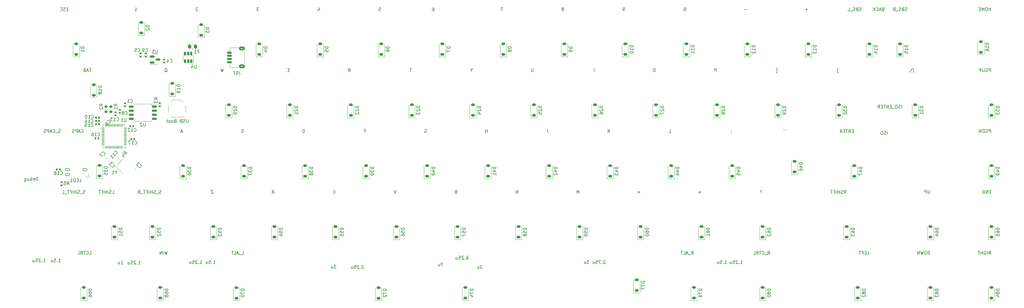
<source format=gbr>
%TF.GenerationSoftware,KiCad,Pcbnew,7.0.2-0*%
%TF.CreationDate,2023-05-06T20:32:05+03:00*%
%TF.ProjectId,rp2040-bakeneko65,72703230-3430-42d6-9261-6b656e656b6f,rev?*%
%TF.SameCoordinates,Original*%
%TF.FileFunction,Legend,Bot*%
%TF.FilePolarity,Positive*%
%FSLAX46Y46*%
G04 Gerber Fmt 4.6, Leading zero omitted, Abs format (unit mm)*
G04 Created by KiCad (PCBNEW 7.0.2-0) date 2023-05-06 20:32:05*
%MOMM*%
%LPD*%
G01*
G04 APERTURE LIST*
G04 Aperture macros list*
%AMRoundRect*
0 Rectangle with rounded corners*
0 $1 Rounding radius*
0 $2 $3 $4 $5 $6 $7 $8 $9 X,Y pos of 4 corners*
0 Add a 4 corners polygon primitive as box body*
4,1,4,$2,$3,$4,$5,$6,$7,$8,$9,$2,$3,0*
0 Add four circle primitives for the rounded corners*
1,1,$1+$1,$2,$3*
1,1,$1+$1,$4,$5*
1,1,$1+$1,$6,$7*
1,1,$1+$1,$8,$9*
0 Add four rect primitives between the rounded corners*
20,1,$1+$1,$2,$3,$4,$5,0*
20,1,$1+$1,$4,$5,$6,$7,0*
20,1,$1+$1,$6,$7,$8,$9,0*
20,1,$1+$1,$8,$9,$2,$3,0*%
%AMRotRect*
0 Rectangle, with rotation*
0 The origin of the aperture is its center*
0 $1 length*
0 $2 width*
0 $3 Rotation angle, in degrees counterclockwise*
0 Add horizontal line*
21,1,$1,$2,0,0,$3*%
%AMFreePoly0*
4,1,18,-0.410000,0.593000,-0.403758,0.624380,-0.385983,0.650983,-0.359380,0.668758,-0.328000,0.675000,0.328000,0.675000,0.359380,0.668758,0.385983,0.650983,0.403758,0.624380,0.410000,0.593000,0.410000,-0.593000,0.403758,-0.624380,0.385983,-0.650983,0.359380,-0.668758,0.328000,-0.675000,0.000000,-0.675000,-0.410000,-0.265000,-0.410000,0.593000,-0.410000,0.593000,$1*%
G04 Aperture macros list end*
%ADD10C,0.150000*%
%ADD11C,0.120000*%
%ADD12C,1.750000*%
%ADD13C,3.987800*%
%ADD14C,2.300000*%
%ADD15C,4.000000*%
%ADD16R,1.700000X1.700000*%
%ADD17O,1.700000X1.700000*%
%ADD18RoundRect,0.140000X0.140000X0.170000X-0.140000X0.170000X-0.140000X-0.170000X0.140000X-0.170000X0*%
%ADD19RoundRect,0.225000X0.375000X-0.225000X0.375000X0.225000X-0.375000X0.225000X-0.375000X-0.225000X0*%
%ADD20RoundRect,0.140000X0.170000X-0.140000X0.170000X0.140000X-0.170000X0.140000X-0.170000X-0.140000X0*%
%ADD21RoundRect,0.140000X0.219203X0.021213X0.021213X0.219203X-0.219203X-0.021213X-0.021213X-0.219203X0*%
%ADD22RoundRect,0.200000X-0.275000X0.200000X-0.275000X-0.200000X0.275000X-0.200000X0.275000X0.200000X0*%
%ADD23RoundRect,0.082000X0.593000X-0.328000X0.593000X0.328000X-0.593000X0.328000X-0.593000X-0.328000X0*%
%ADD24FreePoly0,90.000000*%
%ADD25RoundRect,0.140000X-0.021213X0.219203X-0.219203X0.021213X0.021213X-0.219203X0.219203X-0.021213X0*%
%ADD26R,1.800000X1.100000*%
%ADD27RoundRect,0.140000X-0.140000X-0.170000X0.140000X-0.170000X0.140000X0.170000X-0.140000X0.170000X0*%
%ADD28RoundRect,0.050000X0.387500X0.050000X-0.387500X0.050000X-0.387500X-0.050000X0.387500X-0.050000X0*%
%ADD29RoundRect,0.050000X0.050000X0.387500X-0.050000X0.387500X-0.050000X-0.387500X0.050000X-0.387500X0*%
%ADD30R,3.200000X3.200000*%
%ADD31RoundRect,0.140000X-0.219203X-0.021213X-0.021213X-0.219203X0.219203X0.021213X0.021213X0.219203X0*%
%ADD32RotRect,1.400000X1.200000X45.000000*%
%ADD33RoundRect,0.135000X0.185000X-0.135000X0.185000X0.135000X-0.185000X0.135000X-0.185000X-0.135000X0*%
%ADD34RoundRect,0.150000X-0.587500X-0.150000X0.587500X-0.150000X0.587500X0.150000X-0.587500X0.150000X0*%
%ADD35RoundRect,0.150000X0.650000X0.150000X-0.650000X0.150000X-0.650000X-0.150000X0.650000X-0.150000X0*%
%ADD36RoundRect,0.140000X-0.170000X0.140000X-0.170000X-0.140000X0.170000X-0.140000X0.170000X0.140000X0*%
%ADD37RoundRect,0.150000X0.150000X-0.475000X0.150000X0.475000X-0.150000X0.475000X-0.150000X-0.475000X0*%
%ADD38RoundRect,0.150000X-0.625000X0.150000X-0.625000X-0.150000X0.625000X-0.150000X0.625000X0.150000X0*%
%ADD39RoundRect,0.250000X-0.650000X0.350000X-0.650000X-0.350000X0.650000X-0.350000X0.650000X0.350000X0*%
%ADD40RoundRect,0.135000X-0.185000X0.135000X-0.185000X-0.135000X0.185000X-0.135000X0.185000X0.135000X0*%
%ADD41RoundRect,0.135000X0.035355X-0.226274X0.226274X-0.035355X-0.035355X0.226274X-0.226274X0.035355X0*%
%ADD42RoundRect,0.243750X-0.243750X-0.456250X0.243750X-0.456250X0.243750X0.456250X-0.243750X0.456250X0*%
G04 APERTURE END LIST*
D10*
X251412500Y-142085952D02*
X252174404Y-142371666D01*
X252174404Y-142371666D02*
X251412500Y-142657380D01*
X71247023Y-123655000D02*
X71104166Y-123702619D01*
X71104166Y-123702619D02*
X70866071Y-123702619D01*
X70866071Y-123702619D02*
X70770833Y-123655000D01*
X70770833Y-123655000D02*
X70723214Y-123607380D01*
X70723214Y-123607380D02*
X70675595Y-123512142D01*
X70675595Y-123512142D02*
X70675595Y-123416904D01*
X70675595Y-123416904D02*
X70723214Y-123321666D01*
X70723214Y-123321666D02*
X70770833Y-123274047D01*
X70770833Y-123274047D02*
X70866071Y-123226428D01*
X70866071Y-123226428D02*
X71056547Y-123178809D01*
X71056547Y-123178809D02*
X71151785Y-123131190D01*
X71151785Y-123131190D02*
X71199404Y-123083571D01*
X71199404Y-123083571D02*
X71247023Y-122988333D01*
X71247023Y-122988333D02*
X71247023Y-122893095D01*
X71247023Y-122893095D02*
X71199404Y-122797857D01*
X71199404Y-122797857D02*
X71151785Y-122750238D01*
X71151785Y-122750238D02*
X71056547Y-122702619D01*
X71056547Y-122702619D02*
X70818452Y-122702619D01*
X70818452Y-122702619D02*
X70675595Y-122750238D01*
X70485119Y-123797857D02*
X69723214Y-123797857D01*
X68913690Y-123607380D02*
X68961309Y-123655000D01*
X68961309Y-123655000D02*
X69104166Y-123702619D01*
X69104166Y-123702619D02*
X69199404Y-123702619D01*
X69199404Y-123702619D02*
X69342261Y-123655000D01*
X69342261Y-123655000D02*
X69437499Y-123559761D01*
X69437499Y-123559761D02*
X69485118Y-123464523D01*
X69485118Y-123464523D02*
X69532737Y-123274047D01*
X69532737Y-123274047D02*
X69532737Y-123131190D01*
X69532737Y-123131190D02*
X69485118Y-122940714D01*
X69485118Y-122940714D02*
X69437499Y-122845476D01*
X69437499Y-122845476D02*
X69342261Y-122750238D01*
X69342261Y-122750238D02*
X69199404Y-122702619D01*
X69199404Y-122702619D02*
X69104166Y-122702619D01*
X69104166Y-122702619D02*
X68961309Y-122750238D01*
X68961309Y-122750238D02*
X68913690Y-122797857D01*
X68532737Y-123416904D02*
X68056547Y-123416904D01*
X68627975Y-123702619D02*
X68294642Y-122702619D01*
X68294642Y-122702619D02*
X67961309Y-123702619D01*
X67627975Y-123702619D02*
X67627975Y-122702619D01*
X67627975Y-122702619D02*
X67247023Y-122702619D01*
X67247023Y-122702619D02*
X67151785Y-122750238D01*
X67151785Y-122750238D02*
X67104166Y-122797857D01*
X67104166Y-122797857D02*
X67056547Y-122893095D01*
X67056547Y-122893095D02*
X67056547Y-123035952D01*
X67056547Y-123035952D02*
X67104166Y-123131190D01*
X67104166Y-123131190D02*
X67151785Y-123178809D01*
X67151785Y-123178809D02*
X67247023Y-123226428D01*
X67247023Y-123226428D02*
X67627975Y-123226428D01*
X66675594Y-123655000D02*
X66532737Y-123702619D01*
X66532737Y-123702619D02*
X66294642Y-123702619D01*
X66294642Y-123702619D02*
X66199404Y-123655000D01*
X66199404Y-123655000D02*
X66151785Y-123607380D01*
X66151785Y-123607380D02*
X66104166Y-123512142D01*
X66104166Y-123512142D02*
X66104166Y-123416904D01*
X66104166Y-123416904D02*
X66151785Y-123321666D01*
X66151785Y-123321666D02*
X66199404Y-123274047D01*
X66199404Y-123274047D02*
X66294642Y-123226428D01*
X66294642Y-123226428D02*
X66485118Y-123178809D01*
X66485118Y-123178809D02*
X66580356Y-123131190D01*
X66580356Y-123131190D02*
X66627975Y-123083571D01*
X66627975Y-123083571D02*
X66675594Y-122988333D01*
X66675594Y-122988333D02*
X66675594Y-122893095D01*
X66675594Y-122893095D02*
X66627975Y-122797857D01*
X66627975Y-122797857D02*
X66580356Y-122750238D01*
X66580356Y-122750238D02*
X66485118Y-122702619D01*
X66485118Y-122702619D02*
X66247023Y-122702619D01*
X66247023Y-122702619D02*
X66104166Y-122750238D01*
X335565773Y-85555000D02*
X335422916Y-85602619D01*
X335422916Y-85602619D02*
X335184821Y-85602619D01*
X335184821Y-85602619D02*
X335089583Y-85555000D01*
X335089583Y-85555000D02*
X335041964Y-85507380D01*
X335041964Y-85507380D02*
X334994345Y-85412142D01*
X334994345Y-85412142D02*
X334994345Y-85316904D01*
X334994345Y-85316904D02*
X335041964Y-85221666D01*
X335041964Y-85221666D02*
X335089583Y-85174047D01*
X335089583Y-85174047D02*
X335184821Y-85126428D01*
X335184821Y-85126428D02*
X335375297Y-85078809D01*
X335375297Y-85078809D02*
X335470535Y-85031190D01*
X335470535Y-85031190D02*
X335518154Y-84983571D01*
X335518154Y-84983571D02*
X335565773Y-84888333D01*
X335565773Y-84888333D02*
X335565773Y-84793095D01*
X335565773Y-84793095D02*
X335518154Y-84697857D01*
X335518154Y-84697857D02*
X335470535Y-84650238D01*
X335470535Y-84650238D02*
X335375297Y-84602619D01*
X335375297Y-84602619D02*
X335137202Y-84602619D01*
X335137202Y-84602619D02*
X334994345Y-84650238D01*
X334232440Y-85078809D02*
X334089583Y-85126428D01*
X334089583Y-85126428D02*
X334041964Y-85174047D01*
X334041964Y-85174047D02*
X333994345Y-85269285D01*
X333994345Y-85269285D02*
X333994345Y-85412142D01*
X333994345Y-85412142D02*
X334041964Y-85507380D01*
X334041964Y-85507380D02*
X334089583Y-85555000D01*
X334089583Y-85555000D02*
X334184821Y-85602619D01*
X334184821Y-85602619D02*
X334565773Y-85602619D01*
X334565773Y-85602619D02*
X334565773Y-84602619D01*
X334565773Y-84602619D02*
X334232440Y-84602619D01*
X334232440Y-84602619D02*
X334137202Y-84650238D01*
X334137202Y-84650238D02*
X334089583Y-84697857D01*
X334089583Y-84697857D02*
X334041964Y-84793095D01*
X334041964Y-84793095D02*
X334041964Y-84888333D01*
X334041964Y-84888333D02*
X334089583Y-84983571D01*
X334089583Y-84983571D02*
X334137202Y-85031190D01*
X334137202Y-85031190D02*
X334232440Y-85078809D01*
X334232440Y-85078809D02*
X334565773Y-85078809D01*
X333613392Y-85555000D02*
X333470535Y-85602619D01*
X333470535Y-85602619D02*
X333232440Y-85602619D01*
X333232440Y-85602619D02*
X333137202Y-85555000D01*
X333137202Y-85555000D02*
X333089583Y-85507380D01*
X333089583Y-85507380D02*
X333041964Y-85412142D01*
X333041964Y-85412142D02*
X333041964Y-85316904D01*
X333041964Y-85316904D02*
X333089583Y-85221666D01*
X333089583Y-85221666D02*
X333137202Y-85174047D01*
X333137202Y-85174047D02*
X333232440Y-85126428D01*
X333232440Y-85126428D02*
X333422916Y-85078809D01*
X333422916Y-85078809D02*
X333518154Y-85031190D01*
X333518154Y-85031190D02*
X333565773Y-84983571D01*
X333565773Y-84983571D02*
X333613392Y-84888333D01*
X333613392Y-84888333D02*
X333613392Y-84793095D01*
X333613392Y-84793095D02*
X333565773Y-84697857D01*
X333565773Y-84697857D02*
X333518154Y-84650238D01*
X333518154Y-84650238D02*
X333422916Y-84602619D01*
X333422916Y-84602619D02*
X333184821Y-84602619D01*
X333184821Y-84602619D02*
X333041964Y-84650238D01*
X332851488Y-85697857D02*
X332089583Y-85697857D01*
X331280059Y-85602619D02*
X331613392Y-85126428D01*
X331851487Y-85602619D02*
X331851487Y-84602619D01*
X331851487Y-84602619D02*
X331470535Y-84602619D01*
X331470535Y-84602619D02*
X331375297Y-84650238D01*
X331375297Y-84650238D02*
X331327678Y-84697857D01*
X331327678Y-84697857D02*
X331280059Y-84793095D01*
X331280059Y-84793095D02*
X331280059Y-84935952D01*
X331280059Y-84935952D02*
X331327678Y-85031190D01*
X331327678Y-85031190D02*
X331375297Y-85078809D01*
X331375297Y-85078809D02*
X331470535Y-85126428D01*
X331470535Y-85126428D02*
X331851487Y-85126428D01*
X214074404Y-142752619D02*
X214074404Y-141752619D01*
X214074404Y-141752619D02*
X213502976Y-142752619D01*
X213502976Y-142752619D02*
X213502976Y-141752619D01*
X114808095Y-164723619D02*
X115379523Y-164723619D01*
X115093809Y-164723619D02*
X115093809Y-163723619D01*
X115093809Y-163723619D02*
X115189047Y-163866476D01*
X115189047Y-163866476D02*
X115284285Y-163961714D01*
X115284285Y-163961714D02*
X115379523Y-164009333D01*
X114379523Y-164628380D02*
X114331904Y-164676000D01*
X114331904Y-164676000D02*
X114379523Y-164723619D01*
X114379523Y-164723619D02*
X114427142Y-164676000D01*
X114427142Y-164676000D02*
X114379523Y-164628380D01*
X114379523Y-164628380D02*
X114379523Y-164723619D01*
X113950952Y-163818857D02*
X113903333Y-163771238D01*
X113903333Y-163771238D02*
X113808095Y-163723619D01*
X113808095Y-163723619D02*
X113570000Y-163723619D01*
X113570000Y-163723619D02*
X113474762Y-163771238D01*
X113474762Y-163771238D02*
X113427143Y-163818857D01*
X113427143Y-163818857D02*
X113379524Y-163914095D01*
X113379524Y-163914095D02*
X113379524Y-164009333D01*
X113379524Y-164009333D02*
X113427143Y-164152190D01*
X113427143Y-164152190D02*
X113998571Y-164723619D01*
X113998571Y-164723619D02*
X113379524Y-164723619D01*
X112474762Y-163723619D02*
X112950952Y-163723619D01*
X112950952Y-163723619D02*
X112998571Y-164199809D01*
X112998571Y-164199809D02*
X112950952Y-164152190D01*
X112950952Y-164152190D02*
X112855714Y-164104571D01*
X112855714Y-164104571D02*
X112617619Y-164104571D01*
X112617619Y-164104571D02*
X112522381Y-164152190D01*
X112522381Y-164152190D02*
X112474762Y-164199809D01*
X112474762Y-164199809D02*
X112427143Y-164295047D01*
X112427143Y-164295047D02*
X112427143Y-164533142D01*
X112427143Y-164533142D02*
X112474762Y-164628380D01*
X112474762Y-164628380D02*
X112522381Y-164676000D01*
X112522381Y-164676000D02*
X112617619Y-164723619D01*
X112617619Y-164723619D02*
X112855714Y-164723619D01*
X112855714Y-164723619D02*
X112950952Y-164676000D01*
X112950952Y-164676000D02*
X112998571Y-164628380D01*
X111570000Y-164056952D02*
X111570000Y-164723619D01*
X111998571Y-164056952D02*
X111998571Y-164580761D01*
X111998571Y-164580761D02*
X111950952Y-164676000D01*
X111950952Y-164676000D02*
X111855714Y-164723619D01*
X111855714Y-164723619D02*
X111712857Y-164723619D01*
X111712857Y-164723619D02*
X111617619Y-164676000D01*
X111617619Y-164676000D02*
X111570000Y-164628380D01*
X323135714Y-161802619D02*
X323611904Y-161802619D01*
X323611904Y-161802619D02*
X323611904Y-160802619D01*
X322802380Y-161278809D02*
X322469047Y-161278809D01*
X322326190Y-161802619D02*
X322802380Y-161802619D01*
X322802380Y-161802619D02*
X322802380Y-160802619D01*
X322802380Y-160802619D02*
X322326190Y-160802619D01*
X321564285Y-161278809D02*
X321897618Y-161278809D01*
X321897618Y-161802619D02*
X321897618Y-160802619D01*
X321897618Y-160802619D02*
X321421428Y-160802619D01*
X321183332Y-160802619D02*
X320611904Y-160802619D01*
X320897618Y-161802619D02*
X320897618Y-160802619D01*
X233124404Y-142752619D02*
X233124404Y-141752619D01*
X233124404Y-141752619D02*
X232791071Y-142466904D01*
X232791071Y-142466904D02*
X232457738Y-141752619D01*
X232457738Y-141752619D02*
X232457738Y-142752619D01*
X333898904Y-116082619D02*
X333898904Y-115082619D01*
X333470333Y-116035000D02*
X333327476Y-116082619D01*
X333327476Y-116082619D02*
X333089381Y-116082619D01*
X333089381Y-116082619D02*
X332994143Y-116035000D01*
X332994143Y-116035000D02*
X332946524Y-115987380D01*
X332946524Y-115987380D02*
X332898905Y-115892142D01*
X332898905Y-115892142D02*
X332898905Y-115796904D01*
X332898905Y-115796904D02*
X332946524Y-115701666D01*
X332946524Y-115701666D02*
X332994143Y-115654047D01*
X332994143Y-115654047D02*
X333089381Y-115606428D01*
X333089381Y-115606428D02*
X333279857Y-115558809D01*
X333279857Y-115558809D02*
X333375095Y-115511190D01*
X333375095Y-115511190D02*
X333422714Y-115463571D01*
X333422714Y-115463571D02*
X333470333Y-115368333D01*
X333470333Y-115368333D02*
X333470333Y-115273095D01*
X333470333Y-115273095D02*
X333422714Y-115177857D01*
X333422714Y-115177857D02*
X333375095Y-115130238D01*
X333375095Y-115130238D02*
X333279857Y-115082619D01*
X333279857Y-115082619D02*
X333041762Y-115082619D01*
X333041762Y-115082619D02*
X332898905Y-115130238D01*
X332279857Y-115082619D02*
X332089381Y-115082619D01*
X332089381Y-115082619D02*
X331994143Y-115130238D01*
X331994143Y-115130238D02*
X331898905Y-115225476D01*
X331898905Y-115225476D02*
X331851286Y-115415952D01*
X331851286Y-115415952D02*
X331851286Y-115749285D01*
X331851286Y-115749285D02*
X331898905Y-115939761D01*
X331898905Y-115939761D02*
X331994143Y-116035000D01*
X331994143Y-116035000D02*
X332089381Y-116082619D01*
X332089381Y-116082619D02*
X332279857Y-116082619D01*
X332279857Y-116082619D02*
X332375095Y-116035000D01*
X332375095Y-116035000D02*
X332470333Y-115939761D01*
X332470333Y-115939761D02*
X332517952Y-115749285D01*
X332517952Y-115749285D02*
X332517952Y-115415952D01*
X332517952Y-115415952D02*
X332470333Y-115225476D01*
X332470333Y-115225476D02*
X332375095Y-115130238D01*
X332375095Y-115130238D02*
X332279857Y-115082619D01*
X331660810Y-116177857D02*
X330898905Y-116177857D01*
X330660809Y-115558809D02*
X330327476Y-115558809D01*
X330184619Y-116082619D02*
X330660809Y-116082619D01*
X330660809Y-116082619D02*
X330660809Y-115082619D01*
X330660809Y-115082619D02*
X330184619Y-115082619D01*
X329756047Y-116082619D02*
X329756047Y-115082619D01*
X329756047Y-115082619D02*
X329184619Y-116082619D01*
X329184619Y-116082619D02*
X329184619Y-115082619D01*
X328851285Y-115082619D02*
X328279857Y-115082619D01*
X328565571Y-116082619D02*
X328565571Y-115082619D01*
X327946523Y-115558809D02*
X327613190Y-115558809D01*
X327470333Y-116082619D02*
X327946523Y-116082619D01*
X327946523Y-116082619D02*
X327946523Y-115082619D01*
X327946523Y-115082619D02*
X327470333Y-115082619D01*
X326470333Y-116082619D02*
X326803666Y-115606428D01*
X327041761Y-116082619D02*
X327041761Y-115082619D01*
X327041761Y-115082619D02*
X326660809Y-115082619D01*
X326660809Y-115082619D02*
X326565571Y-115130238D01*
X326565571Y-115130238D02*
X326517952Y-115177857D01*
X326517952Y-115177857D02*
X326470333Y-115273095D01*
X326470333Y-115273095D02*
X326470333Y-115415952D01*
X326470333Y-115415952D02*
X326517952Y-115511190D01*
X326517952Y-115511190D02*
X326565571Y-115558809D01*
X326565571Y-115558809D02*
X326660809Y-115606428D01*
X326660809Y-115606428D02*
X327041761Y-115606428D01*
X329453904Y-124337619D02*
X329453904Y-123337619D01*
X329025333Y-124290000D02*
X328882476Y-124337619D01*
X328882476Y-124337619D02*
X328644381Y-124337619D01*
X328644381Y-124337619D02*
X328549143Y-124290000D01*
X328549143Y-124290000D02*
X328501524Y-124242380D01*
X328501524Y-124242380D02*
X328453905Y-124147142D01*
X328453905Y-124147142D02*
X328453905Y-124051904D01*
X328453905Y-124051904D02*
X328501524Y-123956666D01*
X328501524Y-123956666D02*
X328549143Y-123909047D01*
X328549143Y-123909047D02*
X328644381Y-123861428D01*
X328644381Y-123861428D02*
X328834857Y-123813809D01*
X328834857Y-123813809D02*
X328930095Y-123766190D01*
X328930095Y-123766190D02*
X328977714Y-123718571D01*
X328977714Y-123718571D02*
X329025333Y-123623333D01*
X329025333Y-123623333D02*
X329025333Y-123528095D01*
X329025333Y-123528095D02*
X328977714Y-123432857D01*
X328977714Y-123432857D02*
X328930095Y-123385238D01*
X328930095Y-123385238D02*
X328834857Y-123337619D01*
X328834857Y-123337619D02*
X328596762Y-123337619D01*
X328596762Y-123337619D02*
X328453905Y-123385238D01*
X327834857Y-123337619D02*
X327644381Y-123337619D01*
X327644381Y-123337619D02*
X327549143Y-123385238D01*
X327549143Y-123385238D02*
X327453905Y-123480476D01*
X327453905Y-123480476D02*
X327406286Y-123670952D01*
X327406286Y-123670952D02*
X327406286Y-124004285D01*
X327406286Y-124004285D02*
X327453905Y-124194761D01*
X327453905Y-124194761D02*
X327549143Y-124290000D01*
X327549143Y-124290000D02*
X327644381Y-124337619D01*
X327644381Y-124337619D02*
X327834857Y-124337619D01*
X327834857Y-124337619D02*
X327930095Y-124290000D01*
X327930095Y-124290000D02*
X328025333Y-124194761D01*
X328025333Y-124194761D02*
X328072952Y-124004285D01*
X328072952Y-124004285D02*
X328072952Y-123670952D01*
X328072952Y-123670952D02*
X328025333Y-123480476D01*
X328025333Y-123480476D02*
X327930095Y-123385238D01*
X327930095Y-123385238D02*
X327834857Y-123337619D01*
X275986904Y-104652619D02*
X275986904Y-103652619D01*
X275986904Y-103652619D02*
X275605952Y-103652619D01*
X275605952Y-103652619D02*
X275510714Y-103700238D01*
X275510714Y-103700238D02*
X275463095Y-103747857D01*
X275463095Y-103747857D02*
X275415476Y-103843095D01*
X275415476Y-103843095D02*
X275415476Y-103985952D01*
X275415476Y-103985952D02*
X275463095Y-104081190D01*
X275463095Y-104081190D02*
X275510714Y-104128809D01*
X275510714Y-104128809D02*
X275605952Y-104176428D01*
X275605952Y-104176428D02*
X275986904Y-104176428D01*
X147399404Y-123702619D02*
X147399404Y-122702619D01*
X147399404Y-122702619D02*
X147161309Y-122702619D01*
X147161309Y-122702619D02*
X147018452Y-122750238D01*
X147018452Y-122750238D02*
X146923214Y-122845476D01*
X146923214Y-122845476D02*
X146875595Y-122940714D01*
X146875595Y-122940714D02*
X146827976Y-123131190D01*
X146827976Y-123131190D02*
X146827976Y-123274047D01*
X146827976Y-123274047D02*
X146875595Y-123464523D01*
X146875595Y-123464523D02*
X146923214Y-123559761D01*
X146923214Y-123559761D02*
X147018452Y-123655000D01*
X147018452Y-123655000D02*
X147161309Y-123702619D01*
X147161309Y-123702619D02*
X147399404Y-123702619D01*
X161115476Y-104652619D02*
X161448809Y-104176428D01*
X161686904Y-104652619D02*
X161686904Y-103652619D01*
X161686904Y-103652619D02*
X161305952Y-103652619D01*
X161305952Y-103652619D02*
X161210714Y-103700238D01*
X161210714Y-103700238D02*
X161163095Y-103747857D01*
X161163095Y-103747857D02*
X161115476Y-103843095D01*
X161115476Y-103843095D02*
X161115476Y-103985952D01*
X161115476Y-103985952D02*
X161163095Y-104081190D01*
X161163095Y-104081190D02*
X161210714Y-104128809D01*
X161210714Y-104128809D02*
X161305952Y-104176428D01*
X161305952Y-104176428D02*
X161686904Y-104176428D01*
X111166304Y-119578419D02*
X111166304Y-120387942D01*
X111166304Y-120387942D02*
X111118685Y-120483180D01*
X111118685Y-120483180D02*
X111071066Y-120530800D01*
X111071066Y-120530800D02*
X110975828Y-120578419D01*
X110975828Y-120578419D02*
X110785352Y-120578419D01*
X110785352Y-120578419D02*
X110690114Y-120530800D01*
X110690114Y-120530800D02*
X110642495Y-120483180D01*
X110642495Y-120483180D02*
X110594876Y-120387942D01*
X110594876Y-120387942D02*
X110594876Y-119578419D01*
X110166304Y-120530800D02*
X110023447Y-120578419D01*
X110023447Y-120578419D02*
X109785352Y-120578419D01*
X109785352Y-120578419D02*
X109690114Y-120530800D01*
X109690114Y-120530800D02*
X109642495Y-120483180D01*
X109642495Y-120483180D02*
X109594876Y-120387942D01*
X109594876Y-120387942D02*
X109594876Y-120292704D01*
X109594876Y-120292704D02*
X109642495Y-120197466D01*
X109642495Y-120197466D02*
X109690114Y-120149847D01*
X109690114Y-120149847D02*
X109785352Y-120102228D01*
X109785352Y-120102228D02*
X109975828Y-120054609D01*
X109975828Y-120054609D02*
X110071066Y-120006990D01*
X110071066Y-120006990D02*
X110118685Y-119959371D01*
X110118685Y-119959371D02*
X110166304Y-119864133D01*
X110166304Y-119864133D02*
X110166304Y-119768895D01*
X110166304Y-119768895D02*
X110118685Y-119673657D01*
X110118685Y-119673657D02*
X110071066Y-119626038D01*
X110071066Y-119626038D02*
X109975828Y-119578419D01*
X109975828Y-119578419D02*
X109737733Y-119578419D01*
X109737733Y-119578419D02*
X109594876Y-119626038D01*
X108832971Y-120054609D02*
X108690114Y-120102228D01*
X108690114Y-120102228D02*
X108642495Y-120149847D01*
X108642495Y-120149847D02*
X108594876Y-120245085D01*
X108594876Y-120245085D02*
X108594876Y-120387942D01*
X108594876Y-120387942D02*
X108642495Y-120483180D01*
X108642495Y-120483180D02*
X108690114Y-120530800D01*
X108690114Y-120530800D02*
X108785352Y-120578419D01*
X108785352Y-120578419D02*
X109166304Y-120578419D01*
X109166304Y-120578419D02*
X109166304Y-119578419D01*
X109166304Y-119578419D02*
X108832971Y-119578419D01*
X108832971Y-119578419D02*
X108737733Y-119626038D01*
X108737733Y-119626038D02*
X108690114Y-119673657D01*
X108690114Y-119673657D02*
X108642495Y-119768895D01*
X108642495Y-119768895D02*
X108642495Y-119864133D01*
X108642495Y-119864133D02*
X108690114Y-119959371D01*
X108690114Y-119959371D02*
X108737733Y-120006990D01*
X108737733Y-120006990D02*
X108832971Y-120054609D01*
X108832971Y-120054609D02*
X109166304Y-120054609D01*
X107071066Y-120054609D02*
X106928209Y-120102228D01*
X106928209Y-120102228D02*
X106880590Y-120149847D01*
X106880590Y-120149847D02*
X106832971Y-120245085D01*
X106832971Y-120245085D02*
X106832971Y-120387942D01*
X106832971Y-120387942D02*
X106880590Y-120483180D01*
X106880590Y-120483180D02*
X106928209Y-120530800D01*
X106928209Y-120530800D02*
X107023447Y-120578419D01*
X107023447Y-120578419D02*
X107404399Y-120578419D01*
X107404399Y-120578419D02*
X107404399Y-119578419D01*
X107404399Y-119578419D02*
X107071066Y-119578419D01*
X107071066Y-119578419D02*
X106975828Y-119626038D01*
X106975828Y-119626038D02*
X106928209Y-119673657D01*
X106928209Y-119673657D02*
X106880590Y-119768895D01*
X106880590Y-119768895D02*
X106880590Y-119864133D01*
X106880590Y-119864133D02*
X106928209Y-119959371D01*
X106928209Y-119959371D02*
X106975828Y-120006990D01*
X106975828Y-120006990D02*
X107071066Y-120054609D01*
X107071066Y-120054609D02*
X107404399Y-120054609D01*
X106261542Y-120578419D02*
X106356780Y-120530800D01*
X106356780Y-120530800D02*
X106404399Y-120483180D01*
X106404399Y-120483180D02*
X106452018Y-120387942D01*
X106452018Y-120387942D02*
X106452018Y-120102228D01*
X106452018Y-120102228D02*
X106404399Y-120006990D01*
X106404399Y-120006990D02*
X106356780Y-119959371D01*
X106356780Y-119959371D02*
X106261542Y-119911752D01*
X106261542Y-119911752D02*
X106118685Y-119911752D01*
X106118685Y-119911752D02*
X106023447Y-119959371D01*
X106023447Y-119959371D02*
X105975828Y-120006990D01*
X105975828Y-120006990D02*
X105928209Y-120102228D01*
X105928209Y-120102228D02*
X105928209Y-120387942D01*
X105928209Y-120387942D02*
X105975828Y-120483180D01*
X105975828Y-120483180D02*
X106023447Y-120530800D01*
X106023447Y-120530800D02*
X106118685Y-120578419D01*
X106118685Y-120578419D02*
X106261542Y-120578419D01*
X105356780Y-120578419D02*
X105452018Y-120530800D01*
X105452018Y-120530800D02*
X105499637Y-120483180D01*
X105499637Y-120483180D02*
X105547256Y-120387942D01*
X105547256Y-120387942D02*
X105547256Y-120102228D01*
X105547256Y-120102228D02*
X105499637Y-120006990D01*
X105499637Y-120006990D02*
X105452018Y-119959371D01*
X105452018Y-119959371D02*
X105356780Y-119911752D01*
X105356780Y-119911752D02*
X105213923Y-119911752D01*
X105213923Y-119911752D02*
X105118685Y-119959371D01*
X105118685Y-119959371D02*
X105071066Y-120006990D01*
X105071066Y-120006990D02*
X105023447Y-120102228D01*
X105023447Y-120102228D02*
X105023447Y-120387942D01*
X105023447Y-120387942D02*
X105071066Y-120483180D01*
X105071066Y-120483180D02*
X105118685Y-120530800D01*
X105118685Y-120530800D02*
X105213923Y-120578419D01*
X105213923Y-120578419D02*
X105356780Y-120578419D01*
X104737732Y-119911752D02*
X104356780Y-119911752D01*
X104594875Y-119578419D02*
X104594875Y-120435561D01*
X104594875Y-120435561D02*
X104547256Y-120530800D01*
X104547256Y-120530800D02*
X104452018Y-120578419D01*
X104452018Y-120578419D02*
X104356780Y-120578419D01*
X241363523Y-163818857D02*
X241315904Y-163771238D01*
X241315904Y-163771238D02*
X241220666Y-163723619D01*
X241220666Y-163723619D02*
X240982571Y-163723619D01*
X240982571Y-163723619D02*
X240887333Y-163771238D01*
X240887333Y-163771238D02*
X240839714Y-163818857D01*
X240839714Y-163818857D02*
X240792095Y-163914095D01*
X240792095Y-163914095D02*
X240792095Y-164009333D01*
X240792095Y-164009333D02*
X240839714Y-164152190D01*
X240839714Y-164152190D02*
X241411142Y-164723619D01*
X241411142Y-164723619D02*
X240792095Y-164723619D01*
X240363523Y-164628380D02*
X240315904Y-164676000D01*
X240315904Y-164676000D02*
X240363523Y-164723619D01*
X240363523Y-164723619D02*
X240411142Y-164676000D01*
X240411142Y-164676000D02*
X240363523Y-164628380D01*
X240363523Y-164628380D02*
X240363523Y-164723619D01*
X239982571Y-163723619D02*
X239315905Y-163723619D01*
X239315905Y-163723619D02*
X239744476Y-164723619D01*
X238458762Y-163723619D02*
X238934952Y-163723619D01*
X238934952Y-163723619D02*
X238982571Y-164199809D01*
X238982571Y-164199809D02*
X238934952Y-164152190D01*
X238934952Y-164152190D02*
X238839714Y-164104571D01*
X238839714Y-164104571D02*
X238601619Y-164104571D01*
X238601619Y-164104571D02*
X238506381Y-164152190D01*
X238506381Y-164152190D02*
X238458762Y-164199809D01*
X238458762Y-164199809D02*
X238411143Y-164295047D01*
X238411143Y-164295047D02*
X238411143Y-164533142D01*
X238411143Y-164533142D02*
X238458762Y-164628380D01*
X238458762Y-164628380D02*
X238506381Y-164676000D01*
X238506381Y-164676000D02*
X238601619Y-164723619D01*
X238601619Y-164723619D02*
X238839714Y-164723619D01*
X238839714Y-164723619D02*
X238934952Y-164676000D01*
X238934952Y-164676000D02*
X238982571Y-164628380D01*
X237554000Y-164056952D02*
X237554000Y-164723619D01*
X237982571Y-164056952D02*
X237982571Y-164580761D01*
X237982571Y-164580761D02*
X237934952Y-164676000D01*
X237934952Y-164676000D02*
X237839714Y-164723619D01*
X237839714Y-164723619D02*
X237696857Y-164723619D01*
X237696857Y-164723619D02*
X237601619Y-164676000D01*
X237601619Y-164676000D02*
X237554000Y-164628380D01*
X95631095Y-164850619D02*
X96202523Y-164850619D01*
X95916809Y-164850619D02*
X95916809Y-163850619D01*
X95916809Y-163850619D02*
X96012047Y-163993476D01*
X96012047Y-163993476D02*
X96107285Y-164088714D01*
X96107285Y-164088714D02*
X96202523Y-164136333D01*
X95202523Y-164755380D02*
X95154904Y-164803000D01*
X95154904Y-164803000D02*
X95202523Y-164850619D01*
X95202523Y-164850619D02*
X95250142Y-164803000D01*
X95250142Y-164803000D02*
X95202523Y-164755380D01*
X95202523Y-164755380D02*
X95202523Y-164850619D01*
X94773952Y-163945857D02*
X94726333Y-163898238D01*
X94726333Y-163898238D02*
X94631095Y-163850619D01*
X94631095Y-163850619D02*
X94393000Y-163850619D01*
X94393000Y-163850619D02*
X94297762Y-163898238D01*
X94297762Y-163898238D02*
X94250143Y-163945857D01*
X94250143Y-163945857D02*
X94202524Y-164041095D01*
X94202524Y-164041095D02*
X94202524Y-164136333D01*
X94202524Y-164136333D02*
X94250143Y-164279190D01*
X94250143Y-164279190D02*
X94821571Y-164850619D01*
X94821571Y-164850619D02*
X94202524Y-164850619D01*
X93297762Y-163850619D02*
X93773952Y-163850619D01*
X93773952Y-163850619D02*
X93821571Y-164326809D01*
X93821571Y-164326809D02*
X93773952Y-164279190D01*
X93773952Y-164279190D02*
X93678714Y-164231571D01*
X93678714Y-164231571D02*
X93440619Y-164231571D01*
X93440619Y-164231571D02*
X93345381Y-164279190D01*
X93345381Y-164279190D02*
X93297762Y-164326809D01*
X93297762Y-164326809D02*
X93250143Y-164422047D01*
X93250143Y-164422047D02*
X93250143Y-164660142D01*
X93250143Y-164660142D02*
X93297762Y-164755380D01*
X93297762Y-164755380D02*
X93345381Y-164803000D01*
X93345381Y-164803000D02*
X93440619Y-164850619D01*
X93440619Y-164850619D02*
X93678714Y-164850619D01*
X93678714Y-164850619D02*
X93773952Y-164803000D01*
X93773952Y-164803000D02*
X93821571Y-164755380D01*
X92393000Y-164183952D02*
X92393000Y-164850619D01*
X92821571Y-164183952D02*
X92821571Y-164707761D01*
X92821571Y-164707761D02*
X92773952Y-164803000D01*
X92773952Y-164803000D02*
X92678714Y-164850619D01*
X92678714Y-164850619D02*
X92535857Y-164850619D01*
X92535857Y-164850619D02*
X92440619Y-164803000D01*
X92440619Y-164803000D02*
X92393000Y-164755380D01*
X361711904Y-142228809D02*
X361378571Y-142228809D01*
X361235714Y-142752619D02*
X361711904Y-142752619D01*
X361711904Y-142752619D02*
X361711904Y-141752619D01*
X361711904Y-141752619D02*
X361235714Y-141752619D01*
X360807142Y-142752619D02*
X360807142Y-141752619D01*
X360807142Y-141752619D02*
X360235714Y-142752619D01*
X360235714Y-142752619D02*
X360235714Y-141752619D01*
X359759523Y-142752619D02*
X359759523Y-141752619D01*
X359759523Y-141752619D02*
X359521428Y-141752619D01*
X359521428Y-141752619D02*
X359378571Y-141800238D01*
X359378571Y-141800238D02*
X359283333Y-141895476D01*
X359283333Y-141895476D02*
X359235714Y-141990714D01*
X359235714Y-141990714D02*
X359188095Y-142181190D01*
X359188095Y-142181190D02*
X359188095Y-142324047D01*
X359188095Y-142324047D02*
X359235714Y-142514523D01*
X359235714Y-142514523D02*
X359283333Y-142609761D01*
X359283333Y-142609761D02*
X359378571Y-142705000D01*
X359378571Y-142705000D02*
X359521428Y-142752619D01*
X359521428Y-142752619D02*
X359759523Y-142752619D01*
X315896726Y-142752619D02*
X316230059Y-142276428D01*
X316468154Y-142752619D02*
X316468154Y-141752619D01*
X316468154Y-141752619D02*
X316087202Y-141752619D01*
X316087202Y-141752619D02*
X315991964Y-141800238D01*
X315991964Y-141800238D02*
X315944345Y-141847857D01*
X315944345Y-141847857D02*
X315896726Y-141943095D01*
X315896726Y-141943095D02*
X315896726Y-142085952D01*
X315896726Y-142085952D02*
X315944345Y-142181190D01*
X315944345Y-142181190D02*
X315991964Y-142228809D01*
X315991964Y-142228809D02*
X316087202Y-142276428D01*
X316087202Y-142276428D02*
X316468154Y-142276428D01*
X315515773Y-142705000D02*
X315372916Y-142752619D01*
X315372916Y-142752619D02*
X315134821Y-142752619D01*
X315134821Y-142752619D02*
X315039583Y-142705000D01*
X315039583Y-142705000D02*
X314991964Y-142657380D01*
X314991964Y-142657380D02*
X314944345Y-142562142D01*
X314944345Y-142562142D02*
X314944345Y-142466904D01*
X314944345Y-142466904D02*
X314991964Y-142371666D01*
X314991964Y-142371666D02*
X315039583Y-142324047D01*
X315039583Y-142324047D02*
X315134821Y-142276428D01*
X315134821Y-142276428D02*
X315325297Y-142228809D01*
X315325297Y-142228809D02*
X315420535Y-142181190D01*
X315420535Y-142181190D02*
X315468154Y-142133571D01*
X315468154Y-142133571D02*
X315515773Y-142038333D01*
X315515773Y-142038333D02*
X315515773Y-141943095D01*
X315515773Y-141943095D02*
X315468154Y-141847857D01*
X315468154Y-141847857D02*
X315420535Y-141800238D01*
X315420535Y-141800238D02*
X315325297Y-141752619D01*
X315325297Y-141752619D02*
X315087202Y-141752619D01*
X315087202Y-141752619D02*
X314944345Y-141800238D01*
X314515773Y-142752619D02*
X314515773Y-141752619D01*
X314515773Y-142228809D02*
X313944345Y-142228809D01*
X313944345Y-142752619D02*
X313944345Y-141752619D01*
X313468154Y-142752619D02*
X313468154Y-141752619D01*
X312658631Y-142228809D02*
X312991964Y-142228809D01*
X312991964Y-142752619D02*
X312991964Y-141752619D01*
X312991964Y-141752619D02*
X312515774Y-141752619D01*
X312277678Y-141752619D02*
X311706250Y-141752619D01*
X311991964Y-142752619D02*
X311991964Y-141752619D01*
X294751190Y-104985952D02*
X294989285Y-104985952D01*
X294989285Y-104985952D02*
X294989285Y-103557380D01*
X294989285Y-103557380D02*
X294751190Y-103557380D01*
X73580654Y-85078809D02*
X73247321Y-85078809D01*
X73104464Y-85602619D02*
X73580654Y-85602619D01*
X73580654Y-85602619D02*
X73580654Y-84602619D01*
X73580654Y-84602619D02*
X73104464Y-84602619D01*
X72723511Y-85555000D02*
X72580654Y-85602619D01*
X72580654Y-85602619D02*
X72342559Y-85602619D01*
X72342559Y-85602619D02*
X72247321Y-85555000D01*
X72247321Y-85555000D02*
X72199702Y-85507380D01*
X72199702Y-85507380D02*
X72152083Y-85412142D01*
X72152083Y-85412142D02*
X72152083Y-85316904D01*
X72152083Y-85316904D02*
X72199702Y-85221666D01*
X72199702Y-85221666D02*
X72247321Y-85174047D01*
X72247321Y-85174047D02*
X72342559Y-85126428D01*
X72342559Y-85126428D02*
X72533035Y-85078809D01*
X72533035Y-85078809D02*
X72628273Y-85031190D01*
X72628273Y-85031190D02*
X72675892Y-84983571D01*
X72675892Y-84983571D02*
X72723511Y-84888333D01*
X72723511Y-84888333D02*
X72723511Y-84793095D01*
X72723511Y-84793095D02*
X72675892Y-84697857D01*
X72675892Y-84697857D02*
X72628273Y-84650238D01*
X72628273Y-84650238D02*
X72533035Y-84602619D01*
X72533035Y-84602619D02*
X72294940Y-84602619D01*
X72294940Y-84602619D02*
X72152083Y-84650238D01*
X71152083Y-85507380D02*
X71199702Y-85555000D01*
X71199702Y-85555000D02*
X71342559Y-85602619D01*
X71342559Y-85602619D02*
X71437797Y-85602619D01*
X71437797Y-85602619D02*
X71580654Y-85555000D01*
X71580654Y-85555000D02*
X71675892Y-85459761D01*
X71675892Y-85459761D02*
X71723511Y-85364523D01*
X71723511Y-85364523D02*
X71771130Y-85174047D01*
X71771130Y-85174047D02*
X71771130Y-85031190D01*
X71771130Y-85031190D02*
X71723511Y-84840714D01*
X71723511Y-84840714D02*
X71675892Y-84745476D01*
X71675892Y-84745476D02*
X71580654Y-84650238D01*
X71580654Y-84650238D02*
X71437797Y-84602619D01*
X71437797Y-84602619D02*
X71342559Y-84602619D01*
X71342559Y-84602619D02*
X71199702Y-84650238D01*
X71199702Y-84650238D02*
X71152083Y-84697857D01*
X122158142Y-103652619D02*
X121920047Y-104652619D01*
X121920047Y-104652619D02*
X121729571Y-103938333D01*
X121729571Y-103938333D02*
X121539095Y-104652619D01*
X121539095Y-104652619D02*
X121301000Y-103652619D01*
X280749404Y-123607380D02*
X280701785Y-123655000D01*
X280701785Y-123655000D02*
X280749404Y-123702619D01*
X280749404Y-123702619D02*
X280797023Y-123655000D01*
X280797023Y-123655000D02*
X280749404Y-123607380D01*
X280749404Y-123607380D02*
X280749404Y-123702619D01*
X280749404Y-123083571D02*
X280701785Y-123131190D01*
X280701785Y-123131190D02*
X280749404Y-123178809D01*
X280749404Y-123178809D02*
X280797023Y-123131190D01*
X280797023Y-123131190D02*
X280749404Y-123083571D01*
X280749404Y-123083571D02*
X280749404Y-123178809D01*
X283591095Y-164723619D02*
X284162523Y-164723619D01*
X283876809Y-164723619D02*
X283876809Y-163723619D01*
X283876809Y-163723619D02*
X283972047Y-163866476D01*
X283972047Y-163866476D02*
X284067285Y-163961714D01*
X284067285Y-163961714D02*
X284162523Y-164009333D01*
X283162523Y-164628380D02*
X283114904Y-164676000D01*
X283114904Y-164676000D02*
X283162523Y-164723619D01*
X283162523Y-164723619D02*
X283210142Y-164676000D01*
X283210142Y-164676000D02*
X283162523Y-164628380D01*
X283162523Y-164628380D02*
X283162523Y-164723619D01*
X282733952Y-163818857D02*
X282686333Y-163771238D01*
X282686333Y-163771238D02*
X282591095Y-163723619D01*
X282591095Y-163723619D02*
X282353000Y-163723619D01*
X282353000Y-163723619D02*
X282257762Y-163771238D01*
X282257762Y-163771238D02*
X282210143Y-163818857D01*
X282210143Y-163818857D02*
X282162524Y-163914095D01*
X282162524Y-163914095D02*
X282162524Y-164009333D01*
X282162524Y-164009333D02*
X282210143Y-164152190D01*
X282210143Y-164152190D02*
X282781571Y-164723619D01*
X282781571Y-164723619D02*
X282162524Y-164723619D01*
X281257762Y-163723619D02*
X281733952Y-163723619D01*
X281733952Y-163723619D02*
X281781571Y-164199809D01*
X281781571Y-164199809D02*
X281733952Y-164152190D01*
X281733952Y-164152190D02*
X281638714Y-164104571D01*
X281638714Y-164104571D02*
X281400619Y-164104571D01*
X281400619Y-164104571D02*
X281305381Y-164152190D01*
X281305381Y-164152190D02*
X281257762Y-164199809D01*
X281257762Y-164199809D02*
X281210143Y-164295047D01*
X281210143Y-164295047D02*
X281210143Y-164533142D01*
X281210143Y-164533142D02*
X281257762Y-164628380D01*
X281257762Y-164628380D02*
X281305381Y-164676000D01*
X281305381Y-164676000D02*
X281400619Y-164723619D01*
X281400619Y-164723619D02*
X281638714Y-164723619D01*
X281638714Y-164723619D02*
X281733952Y-164676000D01*
X281733952Y-164676000D02*
X281781571Y-164628380D01*
X280353000Y-164056952D02*
X280353000Y-164723619D01*
X280781571Y-164056952D02*
X280781571Y-164580761D01*
X280781571Y-164580761D02*
X280733952Y-164676000D01*
X280733952Y-164676000D02*
X280638714Y-164723619D01*
X280638714Y-164723619D02*
X280495857Y-164723619D01*
X280495857Y-164723619D02*
X280400619Y-164676000D01*
X280400619Y-164676000D02*
X280353000Y-164628380D01*
X190738142Y-164485619D02*
X190071476Y-164485619D01*
X190071476Y-164485619D02*
X190500047Y-165485619D01*
X189261952Y-164818952D02*
X189261952Y-165485619D01*
X189690523Y-164818952D02*
X189690523Y-165342761D01*
X189690523Y-165342761D02*
X189642904Y-165438000D01*
X189642904Y-165438000D02*
X189547666Y-165485619D01*
X189547666Y-165485619D02*
X189404809Y-165485619D01*
X189404809Y-165485619D02*
X189309571Y-165438000D01*
X189309571Y-165438000D02*
X189261952Y-165390380D01*
X328041071Y-85078809D02*
X327898214Y-85126428D01*
X327898214Y-85126428D02*
X327850595Y-85174047D01*
X327850595Y-85174047D02*
X327802976Y-85269285D01*
X327802976Y-85269285D02*
X327802976Y-85412142D01*
X327802976Y-85412142D02*
X327850595Y-85507380D01*
X327850595Y-85507380D02*
X327898214Y-85555000D01*
X327898214Y-85555000D02*
X327993452Y-85602619D01*
X327993452Y-85602619D02*
X328374404Y-85602619D01*
X328374404Y-85602619D02*
X328374404Y-84602619D01*
X328374404Y-84602619D02*
X328041071Y-84602619D01*
X328041071Y-84602619D02*
X327945833Y-84650238D01*
X327945833Y-84650238D02*
X327898214Y-84697857D01*
X327898214Y-84697857D02*
X327850595Y-84793095D01*
X327850595Y-84793095D02*
X327850595Y-84888333D01*
X327850595Y-84888333D02*
X327898214Y-84983571D01*
X327898214Y-84983571D02*
X327945833Y-85031190D01*
X327945833Y-85031190D02*
X328041071Y-85078809D01*
X328041071Y-85078809D02*
X328374404Y-85078809D01*
X327422023Y-85316904D02*
X326945833Y-85316904D01*
X327517261Y-85602619D02*
X327183928Y-84602619D01*
X327183928Y-84602619D02*
X326850595Y-85602619D01*
X325945833Y-85507380D02*
X325993452Y-85555000D01*
X325993452Y-85555000D02*
X326136309Y-85602619D01*
X326136309Y-85602619D02*
X326231547Y-85602619D01*
X326231547Y-85602619D02*
X326374404Y-85555000D01*
X326374404Y-85555000D02*
X326469642Y-85459761D01*
X326469642Y-85459761D02*
X326517261Y-85364523D01*
X326517261Y-85364523D02*
X326564880Y-85174047D01*
X326564880Y-85174047D02*
X326564880Y-85031190D01*
X326564880Y-85031190D02*
X326517261Y-84840714D01*
X326517261Y-84840714D02*
X326469642Y-84745476D01*
X326469642Y-84745476D02*
X326374404Y-84650238D01*
X326374404Y-84650238D02*
X326231547Y-84602619D01*
X326231547Y-84602619D02*
X326136309Y-84602619D01*
X326136309Y-84602619D02*
X325993452Y-84650238D01*
X325993452Y-84650238D02*
X325945833Y-84697857D01*
X325517261Y-85602619D02*
X325517261Y-84602619D01*
X324945833Y-85602619D02*
X325374404Y-85031190D01*
X324945833Y-84602619D02*
X325517261Y-85174047D01*
X70675595Y-164183869D02*
X71247023Y-164183869D01*
X70961309Y-164183869D02*
X70961309Y-163183869D01*
X70961309Y-163183869D02*
X71056547Y-163326726D01*
X71056547Y-163326726D02*
X71151785Y-163421964D01*
X71151785Y-163421964D02*
X71247023Y-163469583D01*
X70247023Y-164088630D02*
X70199404Y-164136250D01*
X70199404Y-164136250D02*
X70247023Y-164183869D01*
X70247023Y-164183869D02*
X70294642Y-164136250D01*
X70294642Y-164136250D02*
X70247023Y-164088630D01*
X70247023Y-164088630D02*
X70247023Y-164183869D01*
X69294643Y-163183869D02*
X69770833Y-163183869D01*
X69770833Y-163183869D02*
X69818452Y-163660059D01*
X69818452Y-163660059D02*
X69770833Y-163612440D01*
X69770833Y-163612440D02*
X69675595Y-163564821D01*
X69675595Y-163564821D02*
X69437500Y-163564821D01*
X69437500Y-163564821D02*
X69342262Y-163612440D01*
X69342262Y-163612440D02*
X69294643Y-163660059D01*
X69294643Y-163660059D02*
X69247024Y-163755297D01*
X69247024Y-163755297D02*
X69247024Y-163993392D01*
X69247024Y-163993392D02*
X69294643Y-164088630D01*
X69294643Y-164088630D02*
X69342262Y-164136250D01*
X69342262Y-164136250D02*
X69437500Y-164183869D01*
X69437500Y-164183869D02*
X69675595Y-164183869D01*
X69675595Y-164183869D02*
X69770833Y-164136250D01*
X69770833Y-164136250D02*
X69818452Y-164088630D01*
X68389881Y-163517202D02*
X68389881Y-164183869D01*
X68818452Y-163517202D02*
X68818452Y-164041011D01*
X68818452Y-164041011D02*
X68770833Y-164136250D01*
X68770833Y-164136250D02*
X68675595Y-164183869D01*
X68675595Y-164183869D02*
X68532738Y-164183869D01*
X68532738Y-164183869D02*
X68437500Y-164136250D01*
X68437500Y-164136250D02*
X68389881Y-164088630D01*
X128397023Y-123655000D02*
X128254166Y-123702619D01*
X128254166Y-123702619D02*
X128016071Y-123702619D01*
X128016071Y-123702619D02*
X127920833Y-123655000D01*
X127920833Y-123655000D02*
X127873214Y-123607380D01*
X127873214Y-123607380D02*
X127825595Y-123512142D01*
X127825595Y-123512142D02*
X127825595Y-123416904D01*
X127825595Y-123416904D02*
X127873214Y-123321666D01*
X127873214Y-123321666D02*
X127920833Y-123274047D01*
X127920833Y-123274047D02*
X128016071Y-123226428D01*
X128016071Y-123226428D02*
X128206547Y-123178809D01*
X128206547Y-123178809D02*
X128301785Y-123131190D01*
X128301785Y-123131190D02*
X128349404Y-123083571D01*
X128349404Y-123083571D02*
X128397023Y-122988333D01*
X128397023Y-122988333D02*
X128397023Y-122893095D01*
X128397023Y-122893095D02*
X128349404Y-122797857D01*
X128349404Y-122797857D02*
X128301785Y-122750238D01*
X128301785Y-122750238D02*
X128206547Y-122702619D01*
X128206547Y-122702619D02*
X127968452Y-122702619D01*
X127968452Y-122702619D02*
X127825595Y-122750238D01*
X199596428Y-104176428D02*
X199596428Y-104652619D01*
X199929761Y-103652619D02*
X199596428Y-104176428D01*
X199596428Y-104176428D02*
X199263095Y-103652619D01*
X292084226Y-161802619D02*
X292417559Y-161326428D01*
X292655654Y-161802619D02*
X292655654Y-160802619D01*
X292655654Y-160802619D02*
X292274702Y-160802619D01*
X292274702Y-160802619D02*
X292179464Y-160850238D01*
X292179464Y-160850238D02*
X292131845Y-160897857D01*
X292131845Y-160897857D02*
X292084226Y-160993095D01*
X292084226Y-160993095D02*
X292084226Y-161135952D01*
X292084226Y-161135952D02*
X292131845Y-161231190D01*
X292131845Y-161231190D02*
X292179464Y-161278809D01*
X292179464Y-161278809D02*
X292274702Y-161326428D01*
X292274702Y-161326428D02*
X292655654Y-161326428D01*
X291893750Y-161897857D02*
X291131845Y-161897857D01*
X290322321Y-161707380D02*
X290369940Y-161755000D01*
X290369940Y-161755000D02*
X290512797Y-161802619D01*
X290512797Y-161802619D02*
X290608035Y-161802619D01*
X290608035Y-161802619D02*
X290750892Y-161755000D01*
X290750892Y-161755000D02*
X290846130Y-161659761D01*
X290846130Y-161659761D02*
X290893749Y-161564523D01*
X290893749Y-161564523D02*
X290941368Y-161374047D01*
X290941368Y-161374047D02*
X290941368Y-161231190D01*
X290941368Y-161231190D02*
X290893749Y-161040714D01*
X290893749Y-161040714D02*
X290846130Y-160945476D01*
X290846130Y-160945476D02*
X290750892Y-160850238D01*
X290750892Y-160850238D02*
X290608035Y-160802619D01*
X290608035Y-160802619D02*
X290512797Y-160802619D01*
X290512797Y-160802619D02*
X290369940Y-160850238D01*
X290369940Y-160850238D02*
X290322321Y-160897857D01*
X290036606Y-160802619D02*
X289465178Y-160802619D01*
X289750892Y-161802619D02*
X289750892Y-160802619D01*
X288560416Y-161802619D02*
X288893749Y-161326428D01*
X289131844Y-161802619D02*
X289131844Y-160802619D01*
X289131844Y-160802619D02*
X288750892Y-160802619D01*
X288750892Y-160802619D02*
X288655654Y-160850238D01*
X288655654Y-160850238D02*
X288608035Y-160897857D01*
X288608035Y-160897857D02*
X288560416Y-160993095D01*
X288560416Y-160993095D02*
X288560416Y-161135952D01*
X288560416Y-161135952D02*
X288608035Y-161231190D01*
X288608035Y-161231190D02*
X288655654Y-161278809D01*
X288655654Y-161278809D02*
X288750892Y-161326428D01*
X288750892Y-161326428D02*
X289131844Y-161326428D01*
X287655654Y-161802619D02*
X288131844Y-161802619D01*
X288131844Y-161802619D02*
X288131844Y-160802619D01*
X142636904Y-104128809D02*
X142303571Y-104128809D01*
X142160714Y-104652619D02*
X142636904Y-104652619D01*
X142636904Y-104652619D02*
X142636904Y-103652619D01*
X142636904Y-103652619D02*
X142160714Y-103652619D01*
X204549404Y-123702619D02*
X204549404Y-122702619D01*
X204549404Y-123178809D02*
X203977976Y-123178809D01*
X203977976Y-123702619D02*
X203977976Y-122702619D01*
X114109523Y-84697857D02*
X114061904Y-84650238D01*
X114061904Y-84650238D02*
X113966666Y-84602619D01*
X113966666Y-84602619D02*
X113728571Y-84602619D01*
X113728571Y-84602619D02*
X113633333Y-84650238D01*
X113633333Y-84650238D02*
X113585714Y-84697857D01*
X113585714Y-84697857D02*
X113538095Y-84793095D01*
X113538095Y-84793095D02*
X113538095Y-84888333D01*
X113538095Y-84888333D02*
X113585714Y-85031190D01*
X113585714Y-85031190D02*
X114157142Y-85602619D01*
X114157142Y-85602619D02*
X113538095Y-85602619D01*
X223313690Y-122702619D02*
X223313690Y-123416904D01*
X223313690Y-123416904D02*
X223361309Y-123559761D01*
X223361309Y-123559761D02*
X223456547Y-123655000D01*
X223456547Y-123655000D02*
X223599404Y-123702619D01*
X223599404Y-123702619D02*
X223694642Y-123702619D01*
X228219047Y-85031190D02*
X228314285Y-84983571D01*
X228314285Y-84983571D02*
X228361904Y-84935952D01*
X228361904Y-84935952D02*
X228409523Y-84840714D01*
X228409523Y-84840714D02*
X228409523Y-84793095D01*
X228409523Y-84793095D02*
X228361904Y-84697857D01*
X228361904Y-84697857D02*
X228314285Y-84650238D01*
X228314285Y-84650238D02*
X228219047Y-84602619D01*
X228219047Y-84602619D02*
X228028571Y-84602619D01*
X228028571Y-84602619D02*
X227933333Y-84650238D01*
X227933333Y-84650238D02*
X227885714Y-84697857D01*
X227885714Y-84697857D02*
X227838095Y-84793095D01*
X227838095Y-84793095D02*
X227838095Y-84840714D01*
X227838095Y-84840714D02*
X227885714Y-84935952D01*
X227885714Y-84935952D02*
X227933333Y-84983571D01*
X227933333Y-84983571D02*
X228028571Y-85031190D01*
X228028571Y-85031190D02*
X228219047Y-85031190D01*
X228219047Y-85031190D02*
X228314285Y-85078809D01*
X228314285Y-85078809D02*
X228361904Y-85126428D01*
X228361904Y-85126428D02*
X228409523Y-85221666D01*
X228409523Y-85221666D02*
X228409523Y-85412142D01*
X228409523Y-85412142D02*
X228361904Y-85507380D01*
X228361904Y-85507380D02*
X228314285Y-85555000D01*
X228314285Y-85555000D02*
X228219047Y-85602619D01*
X228219047Y-85602619D02*
X228028571Y-85602619D01*
X228028571Y-85602619D02*
X227933333Y-85555000D01*
X227933333Y-85555000D02*
X227885714Y-85507380D01*
X227885714Y-85507380D02*
X227838095Y-85412142D01*
X227838095Y-85412142D02*
X227838095Y-85221666D01*
X227838095Y-85221666D02*
X227885714Y-85126428D01*
X227885714Y-85126428D02*
X227933333Y-85078809D01*
X227933333Y-85078809D02*
X228028571Y-85031190D01*
X268271726Y-161802619D02*
X268605059Y-161326428D01*
X268843154Y-161802619D02*
X268843154Y-160802619D01*
X268843154Y-160802619D02*
X268462202Y-160802619D01*
X268462202Y-160802619D02*
X268366964Y-160850238D01*
X268366964Y-160850238D02*
X268319345Y-160897857D01*
X268319345Y-160897857D02*
X268271726Y-160993095D01*
X268271726Y-160993095D02*
X268271726Y-161135952D01*
X268271726Y-161135952D02*
X268319345Y-161231190D01*
X268319345Y-161231190D02*
X268366964Y-161278809D01*
X268366964Y-161278809D02*
X268462202Y-161326428D01*
X268462202Y-161326428D02*
X268843154Y-161326428D01*
X268081250Y-161897857D02*
X267319345Y-161897857D01*
X267128868Y-161516904D02*
X266652678Y-161516904D01*
X267224106Y-161802619D02*
X266890773Y-160802619D01*
X266890773Y-160802619D02*
X266557440Y-161802619D01*
X265747916Y-161802619D02*
X266224106Y-161802619D01*
X266224106Y-161802619D02*
X266224106Y-160802619D01*
X265557439Y-160802619D02*
X264986011Y-160802619D01*
X265271725Y-161802619D02*
X265271725Y-160802619D01*
X102679523Y-142705000D02*
X102536666Y-142752619D01*
X102536666Y-142752619D02*
X102298571Y-142752619D01*
X102298571Y-142752619D02*
X102203333Y-142705000D01*
X102203333Y-142705000D02*
X102155714Y-142657380D01*
X102155714Y-142657380D02*
X102108095Y-142562142D01*
X102108095Y-142562142D02*
X102108095Y-142466904D01*
X102108095Y-142466904D02*
X102155714Y-142371666D01*
X102155714Y-142371666D02*
X102203333Y-142324047D01*
X102203333Y-142324047D02*
X102298571Y-142276428D01*
X102298571Y-142276428D02*
X102489047Y-142228809D01*
X102489047Y-142228809D02*
X102584285Y-142181190D01*
X102584285Y-142181190D02*
X102631904Y-142133571D01*
X102631904Y-142133571D02*
X102679523Y-142038333D01*
X102679523Y-142038333D02*
X102679523Y-141943095D01*
X102679523Y-141943095D02*
X102631904Y-141847857D01*
X102631904Y-141847857D02*
X102584285Y-141800238D01*
X102584285Y-141800238D02*
X102489047Y-141752619D01*
X102489047Y-141752619D02*
X102250952Y-141752619D01*
X102250952Y-141752619D02*
X102108095Y-141800238D01*
X101917619Y-142847857D02*
X101155714Y-142847857D01*
X100965237Y-142705000D02*
X100822380Y-142752619D01*
X100822380Y-142752619D02*
X100584285Y-142752619D01*
X100584285Y-142752619D02*
X100489047Y-142705000D01*
X100489047Y-142705000D02*
X100441428Y-142657380D01*
X100441428Y-142657380D02*
X100393809Y-142562142D01*
X100393809Y-142562142D02*
X100393809Y-142466904D01*
X100393809Y-142466904D02*
X100441428Y-142371666D01*
X100441428Y-142371666D02*
X100489047Y-142324047D01*
X100489047Y-142324047D02*
X100584285Y-142276428D01*
X100584285Y-142276428D02*
X100774761Y-142228809D01*
X100774761Y-142228809D02*
X100869999Y-142181190D01*
X100869999Y-142181190D02*
X100917618Y-142133571D01*
X100917618Y-142133571D02*
X100965237Y-142038333D01*
X100965237Y-142038333D02*
X100965237Y-141943095D01*
X100965237Y-141943095D02*
X100917618Y-141847857D01*
X100917618Y-141847857D02*
X100869999Y-141800238D01*
X100869999Y-141800238D02*
X100774761Y-141752619D01*
X100774761Y-141752619D02*
X100536666Y-141752619D01*
X100536666Y-141752619D02*
X100393809Y-141800238D01*
X99965237Y-142752619D02*
X99965237Y-141752619D01*
X99965237Y-142228809D02*
X99393809Y-142228809D01*
X99393809Y-142752619D02*
X99393809Y-141752619D01*
X98917618Y-142752619D02*
X98917618Y-141752619D01*
X98108095Y-142228809D02*
X98441428Y-142228809D01*
X98441428Y-142752619D02*
X98441428Y-141752619D01*
X98441428Y-141752619D02*
X97965238Y-141752619D01*
X97727142Y-141752619D02*
X97155714Y-141752619D01*
X97441428Y-142752619D02*
X97441428Y-141752619D01*
X97060476Y-142847857D02*
X96298571Y-142847857D01*
X95489047Y-142752619D02*
X95822380Y-142276428D01*
X96060475Y-142752619D02*
X96060475Y-141752619D01*
X96060475Y-141752619D02*
X95679523Y-141752619D01*
X95679523Y-141752619D02*
X95584285Y-141800238D01*
X95584285Y-141800238D02*
X95536666Y-141847857D01*
X95536666Y-141847857D02*
X95489047Y-141943095D01*
X95489047Y-141943095D02*
X95489047Y-142085952D01*
X95489047Y-142085952D02*
X95536666Y-142181190D01*
X95536666Y-142181190D02*
X95584285Y-142228809D01*
X95584285Y-142228809D02*
X95679523Y-142276428D01*
X95679523Y-142276428D02*
X96060475Y-142276428D01*
X337661309Y-104985952D02*
X337661309Y-103557380D01*
X337280357Y-103557380D02*
X336423214Y-104843095D01*
X127873214Y-161802619D02*
X128349404Y-161802619D01*
X128349404Y-161802619D02*
X128349404Y-160802619D01*
X127777976Y-161897857D02*
X127016071Y-161897857D01*
X126825594Y-161516904D02*
X126349404Y-161516904D01*
X126920832Y-161802619D02*
X126587499Y-160802619D01*
X126587499Y-160802619D02*
X126254166Y-161802619D01*
X125444642Y-161802619D02*
X125920832Y-161802619D01*
X125920832Y-161802619D02*
X125920832Y-160802619D01*
X125254165Y-160802619D02*
X124682737Y-160802619D01*
X124968451Y-161802619D02*
X124968451Y-160802619D01*
X202882523Y-165342857D02*
X202834904Y-165295238D01*
X202834904Y-165295238D02*
X202739666Y-165247619D01*
X202739666Y-165247619D02*
X202501571Y-165247619D01*
X202501571Y-165247619D02*
X202406333Y-165295238D01*
X202406333Y-165295238D02*
X202358714Y-165342857D01*
X202358714Y-165342857D02*
X202311095Y-165438095D01*
X202311095Y-165438095D02*
X202311095Y-165533333D01*
X202311095Y-165533333D02*
X202358714Y-165676190D01*
X202358714Y-165676190D02*
X202930142Y-166247619D01*
X202930142Y-166247619D02*
X202311095Y-166247619D01*
X201453952Y-165580952D02*
X201453952Y-166247619D01*
X201882523Y-165580952D02*
X201882523Y-166104761D01*
X201882523Y-166104761D02*
X201834904Y-166200000D01*
X201834904Y-166200000D02*
X201739666Y-166247619D01*
X201739666Y-166247619D02*
X201596809Y-166247619D01*
X201596809Y-166247619D02*
X201501571Y-166200000D01*
X201501571Y-166200000D02*
X201453952Y-166152380D01*
X285511904Y-85221666D02*
X284750000Y-85221666D01*
X304561904Y-85221666D02*
X303800000Y-85221666D01*
X304180952Y-85602619D02*
X304180952Y-84840714D01*
X109347023Y-123416904D02*
X108870833Y-123416904D01*
X109442261Y-123702619D02*
X109108928Y-122702619D01*
X109108928Y-122702619D02*
X108775595Y-123702619D01*
X80867261Y-103652619D02*
X80295833Y-103652619D01*
X80581547Y-104652619D02*
X80581547Y-103652619D01*
X80010118Y-104366904D02*
X79533928Y-104366904D01*
X80105356Y-104652619D02*
X79772023Y-103652619D01*
X79772023Y-103652619D02*
X79438690Y-104652619D01*
X78772023Y-104128809D02*
X78629166Y-104176428D01*
X78629166Y-104176428D02*
X78581547Y-104224047D01*
X78581547Y-104224047D02*
X78533928Y-104319285D01*
X78533928Y-104319285D02*
X78533928Y-104462142D01*
X78533928Y-104462142D02*
X78581547Y-104557380D01*
X78581547Y-104557380D02*
X78629166Y-104605000D01*
X78629166Y-104605000D02*
X78724404Y-104652619D01*
X78724404Y-104652619D02*
X79105356Y-104652619D01*
X79105356Y-104652619D02*
X79105356Y-103652619D01*
X79105356Y-103652619D02*
X78772023Y-103652619D01*
X78772023Y-103652619D02*
X78676785Y-103700238D01*
X78676785Y-103700238D02*
X78629166Y-103747857D01*
X78629166Y-103747857D02*
X78581547Y-103843095D01*
X78581547Y-103843095D02*
X78581547Y-103938333D01*
X78581547Y-103938333D02*
X78629166Y-104033571D01*
X78629166Y-104033571D02*
X78676785Y-104081190D01*
X78676785Y-104081190D02*
X78772023Y-104128809D01*
X78772023Y-104128809D02*
X79105356Y-104128809D01*
X361711904Y-123702619D02*
X361711904Y-122702619D01*
X361711904Y-122702619D02*
X361330952Y-122702619D01*
X361330952Y-122702619D02*
X361235714Y-122750238D01*
X361235714Y-122750238D02*
X361188095Y-122797857D01*
X361188095Y-122797857D02*
X361140476Y-122893095D01*
X361140476Y-122893095D02*
X361140476Y-123035952D01*
X361140476Y-123035952D02*
X361188095Y-123131190D01*
X361188095Y-123131190D02*
X361235714Y-123178809D01*
X361235714Y-123178809D02*
X361330952Y-123226428D01*
X361330952Y-123226428D02*
X361711904Y-123226428D01*
X360188095Y-122750238D02*
X360283333Y-122702619D01*
X360283333Y-122702619D02*
X360426190Y-122702619D01*
X360426190Y-122702619D02*
X360569047Y-122750238D01*
X360569047Y-122750238D02*
X360664285Y-122845476D01*
X360664285Y-122845476D02*
X360711904Y-122940714D01*
X360711904Y-122940714D02*
X360759523Y-123131190D01*
X360759523Y-123131190D02*
X360759523Y-123274047D01*
X360759523Y-123274047D02*
X360711904Y-123464523D01*
X360711904Y-123464523D02*
X360664285Y-123559761D01*
X360664285Y-123559761D02*
X360569047Y-123655000D01*
X360569047Y-123655000D02*
X360426190Y-123702619D01*
X360426190Y-123702619D02*
X360330952Y-123702619D01*
X360330952Y-123702619D02*
X360188095Y-123655000D01*
X360188095Y-123655000D02*
X360140476Y-123607380D01*
X360140476Y-123607380D02*
X360140476Y-123274047D01*
X360140476Y-123274047D02*
X360330952Y-123274047D01*
X359711904Y-123702619D02*
X359711904Y-122702619D01*
X359711904Y-122702619D02*
X359473809Y-122702619D01*
X359473809Y-122702619D02*
X359330952Y-122750238D01*
X359330952Y-122750238D02*
X359235714Y-122845476D01*
X359235714Y-122845476D02*
X359188095Y-122940714D01*
X359188095Y-122940714D02*
X359140476Y-123131190D01*
X359140476Y-123131190D02*
X359140476Y-123274047D01*
X359140476Y-123274047D02*
X359188095Y-123464523D01*
X359188095Y-123464523D02*
X359235714Y-123559761D01*
X359235714Y-123559761D02*
X359330952Y-123655000D01*
X359330952Y-123655000D02*
X359473809Y-123702619D01*
X359473809Y-123702619D02*
X359711904Y-123702619D01*
X358711904Y-123702619D02*
X358711904Y-122702619D01*
X358711904Y-122702619D02*
X358140476Y-123702619D01*
X358140476Y-123702619D02*
X358140476Y-122702619D01*
X242649404Y-123702619D02*
X242649404Y-122702619D01*
X242077976Y-123702619D02*
X242506547Y-123131190D01*
X242077976Y-122702619D02*
X242649404Y-123274047D01*
X64176304Y-138714019D02*
X64176304Y-137714019D01*
X64176304Y-137714019D02*
X63938209Y-137714019D01*
X63938209Y-137714019D02*
X63795352Y-137761638D01*
X63795352Y-137761638D02*
X63700114Y-137856876D01*
X63700114Y-137856876D02*
X63652495Y-137952114D01*
X63652495Y-137952114D02*
X63604876Y-138142590D01*
X63604876Y-138142590D02*
X63604876Y-138285447D01*
X63604876Y-138285447D02*
X63652495Y-138475923D01*
X63652495Y-138475923D02*
X63700114Y-138571161D01*
X63700114Y-138571161D02*
X63795352Y-138666400D01*
X63795352Y-138666400D02*
X63938209Y-138714019D01*
X63938209Y-138714019D02*
X64176304Y-138714019D01*
X62795352Y-138666400D02*
X62890590Y-138714019D01*
X62890590Y-138714019D02*
X63081066Y-138714019D01*
X63081066Y-138714019D02*
X63176304Y-138666400D01*
X63176304Y-138666400D02*
X63223923Y-138571161D01*
X63223923Y-138571161D02*
X63223923Y-138190209D01*
X63223923Y-138190209D02*
X63176304Y-138094971D01*
X63176304Y-138094971D02*
X63081066Y-138047352D01*
X63081066Y-138047352D02*
X62890590Y-138047352D01*
X62890590Y-138047352D02*
X62795352Y-138094971D01*
X62795352Y-138094971D02*
X62747733Y-138190209D01*
X62747733Y-138190209D02*
X62747733Y-138285447D01*
X62747733Y-138285447D02*
X63223923Y-138380685D01*
X62319161Y-138714019D02*
X62319161Y-137714019D01*
X62319161Y-138094971D02*
X62223923Y-138047352D01*
X62223923Y-138047352D02*
X62033447Y-138047352D01*
X62033447Y-138047352D02*
X61938209Y-138094971D01*
X61938209Y-138094971D02*
X61890590Y-138142590D01*
X61890590Y-138142590D02*
X61842971Y-138237828D01*
X61842971Y-138237828D02*
X61842971Y-138523542D01*
X61842971Y-138523542D02*
X61890590Y-138618780D01*
X61890590Y-138618780D02*
X61938209Y-138666400D01*
X61938209Y-138666400D02*
X62033447Y-138714019D01*
X62033447Y-138714019D02*
X62223923Y-138714019D01*
X62223923Y-138714019D02*
X62319161Y-138666400D01*
X60985828Y-138047352D02*
X60985828Y-138714019D01*
X61414399Y-138047352D02*
X61414399Y-138571161D01*
X61414399Y-138571161D02*
X61366780Y-138666400D01*
X61366780Y-138666400D02*
X61271542Y-138714019D01*
X61271542Y-138714019D02*
X61128685Y-138714019D01*
X61128685Y-138714019D02*
X61033447Y-138666400D01*
X61033447Y-138666400D02*
X60985828Y-138618780D01*
X60081066Y-138047352D02*
X60081066Y-138856876D01*
X60081066Y-138856876D02*
X60128685Y-138952114D01*
X60128685Y-138952114D02*
X60176304Y-138999733D01*
X60176304Y-138999733D02*
X60271542Y-139047352D01*
X60271542Y-139047352D02*
X60414399Y-139047352D01*
X60414399Y-139047352D02*
X60509637Y-138999733D01*
X60081066Y-138666400D02*
X60176304Y-138714019D01*
X60176304Y-138714019D02*
X60366780Y-138714019D01*
X60366780Y-138714019D02*
X60462018Y-138666400D01*
X60462018Y-138666400D02*
X60509637Y-138618780D01*
X60509637Y-138618780D02*
X60557256Y-138523542D01*
X60557256Y-138523542D02*
X60557256Y-138237828D01*
X60557256Y-138237828D02*
X60509637Y-138142590D01*
X60509637Y-138142590D02*
X60462018Y-138094971D01*
X60462018Y-138094971D02*
X60366780Y-138047352D01*
X60366780Y-138047352D02*
X60176304Y-138047352D01*
X60176304Y-138047352D02*
X60081066Y-138094971D01*
X180879761Y-103652619D02*
X180308333Y-103652619D01*
X180594047Y-104652619D02*
X180594047Y-103652619D01*
X78930523Y-142705000D02*
X78787666Y-142752619D01*
X78787666Y-142752619D02*
X78549571Y-142752619D01*
X78549571Y-142752619D02*
X78454333Y-142705000D01*
X78454333Y-142705000D02*
X78406714Y-142657380D01*
X78406714Y-142657380D02*
X78359095Y-142562142D01*
X78359095Y-142562142D02*
X78359095Y-142466904D01*
X78359095Y-142466904D02*
X78406714Y-142371666D01*
X78406714Y-142371666D02*
X78454333Y-142324047D01*
X78454333Y-142324047D02*
X78549571Y-142276428D01*
X78549571Y-142276428D02*
X78740047Y-142228809D01*
X78740047Y-142228809D02*
X78835285Y-142181190D01*
X78835285Y-142181190D02*
X78882904Y-142133571D01*
X78882904Y-142133571D02*
X78930523Y-142038333D01*
X78930523Y-142038333D02*
X78930523Y-141943095D01*
X78930523Y-141943095D02*
X78882904Y-141847857D01*
X78882904Y-141847857D02*
X78835285Y-141800238D01*
X78835285Y-141800238D02*
X78740047Y-141752619D01*
X78740047Y-141752619D02*
X78501952Y-141752619D01*
X78501952Y-141752619D02*
X78359095Y-141800238D01*
X78168619Y-142847857D02*
X77406714Y-142847857D01*
X77216237Y-142705000D02*
X77073380Y-142752619D01*
X77073380Y-142752619D02*
X76835285Y-142752619D01*
X76835285Y-142752619D02*
X76740047Y-142705000D01*
X76740047Y-142705000D02*
X76692428Y-142657380D01*
X76692428Y-142657380D02*
X76644809Y-142562142D01*
X76644809Y-142562142D02*
X76644809Y-142466904D01*
X76644809Y-142466904D02*
X76692428Y-142371666D01*
X76692428Y-142371666D02*
X76740047Y-142324047D01*
X76740047Y-142324047D02*
X76835285Y-142276428D01*
X76835285Y-142276428D02*
X77025761Y-142228809D01*
X77025761Y-142228809D02*
X77120999Y-142181190D01*
X77120999Y-142181190D02*
X77168618Y-142133571D01*
X77168618Y-142133571D02*
X77216237Y-142038333D01*
X77216237Y-142038333D02*
X77216237Y-141943095D01*
X77216237Y-141943095D02*
X77168618Y-141847857D01*
X77168618Y-141847857D02*
X77120999Y-141800238D01*
X77120999Y-141800238D02*
X77025761Y-141752619D01*
X77025761Y-141752619D02*
X76787666Y-141752619D01*
X76787666Y-141752619D02*
X76644809Y-141800238D01*
X76216237Y-142752619D02*
X76216237Y-141752619D01*
X76216237Y-142228809D02*
X75644809Y-142228809D01*
X75644809Y-142752619D02*
X75644809Y-141752619D01*
X75168618Y-142752619D02*
X75168618Y-141752619D01*
X74359095Y-142228809D02*
X74692428Y-142228809D01*
X74692428Y-142752619D02*
X74692428Y-141752619D01*
X74692428Y-141752619D02*
X74216238Y-141752619D01*
X73978142Y-141752619D02*
X73406714Y-141752619D01*
X73692428Y-142752619D02*
X73692428Y-141752619D01*
X73311476Y-142847857D02*
X72549571Y-142847857D01*
X71835285Y-142752619D02*
X72311475Y-142752619D01*
X72311475Y-142752619D02*
X72311475Y-141752619D01*
X314182142Y-104985952D02*
X313944047Y-104985952D01*
X313944047Y-104985952D02*
X313944047Y-103557380D01*
X313944047Y-103557380D02*
X314182142Y-103557380D01*
X278638095Y-164723619D02*
X279209523Y-164723619D01*
X278923809Y-164723619D02*
X278923809Y-163723619D01*
X278923809Y-163723619D02*
X279019047Y-163866476D01*
X279019047Y-163866476D02*
X279114285Y-163961714D01*
X279114285Y-163961714D02*
X279209523Y-164009333D01*
X278209523Y-164628380D02*
X278161904Y-164676000D01*
X278161904Y-164676000D02*
X278209523Y-164723619D01*
X278209523Y-164723619D02*
X278257142Y-164676000D01*
X278257142Y-164676000D02*
X278209523Y-164628380D01*
X278209523Y-164628380D02*
X278209523Y-164723619D01*
X277257143Y-163723619D02*
X277733333Y-163723619D01*
X277733333Y-163723619D02*
X277780952Y-164199809D01*
X277780952Y-164199809D02*
X277733333Y-164152190D01*
X277733333Y-164152190D02*
X277638095Y-164104571D01*
X277638095Y-164104571D02*
X277400000Y-164104571D01*
X277400000Y-164104571D02*
X277304762Y-164152190D01*
X277304762Y-164152190D02*
X277257143Y-164199809D01*
X277257143Y-164199809D02*
X277209524Y-164295047D01*
X277209524Y-164295047D02*
X277209524Y-164533142D01*
X277209524Y-164533142D02*
X277257143Y-164628380D01*
X277257143Y-164628380D02*
X277304762Y-164676000D01*
X277304762Y-164676000D02*
X277400000Y-164723619D01*
X277400000Y-164723619D02*
X277638095Y-164723619D01*
X277638095Y-164723619D02*
X277733333Y-164676000D01*
X277733333Y-164676000D02*
X277780952Y-164628380D01*
X276352381Y-164056952D02*
X276352381Y-164723619D01*
X276780952Y-164056952D02*
X276780952Y-164580761D01*
X276780952Y-164580761D02*
X276733333Y-164676000D01*
X276733333Y-164676000D02*
X276638095Y-164723619D01*
X276638095Y-164723619D02*
X276495238Y-164723619D01*
X276495238Y-164723619D02*
X276400000Y-164676000D01*
X276400000Y-164676000D02*
X276352381Y-164628380D01*
X194691071Y-142228809D02*
X194548214Y-142276428D01*
X194548214Y-142276428D02*
X194500595Y-142324047D01*
X194500595Y-142324047D02*
X194452976Y-142419285D01*
X194452976Y-142419285D02*
X194452976Y-142562142D01*
X194452976Y-142562142D02*
X194500595Y-142657380D01*
X194500595Y-142657380D02*
X194548214Y-142705000D01*
X194548214Y-142705000D02*
X194643452Y-142752619D01*
X194643452Y-142752619D02*
X195024404Y-142752619D01*
X195024404Y-142752619D02*
X195024404Y-141752619D01*
X195024404Y-141752619D02*
X194691071Y-141752619D01*
X194691071Y-141752619D02*
X194595833Y-141800238D01*
X194595833Y-141800238D02*
X194548214Y-141847857D01*
X194548214Y-141847857D02*
X194500595Y-141943095D01*
X194500595Y-141943095D02*
X194500595Y-142038333D01*
X194500595Y-142038333D02*
X194548214Y-142133571D01*
X194548214Y-142133571D02*
X194595833Y-142181190D01*
X194595833Y-142181190D02*
X194691071Y-142228809D01*
X194691071Y-142228809D02*
X195024404Y-142228809D01*
X165925523Y-165342857D02*
X165877904Y-165295238D01*
X165877904Y-165295238D02*
X165782666Y-165247619D01*
X165782666Y-165247619D02*
X165544571Y-165247619D01*
X165544571Y-165247619D02*
X165449333Y-165295238D01*
X165449333Y-165295238D02*
X165401714Y-165342857D01*
X165401714Y-165342857D02*
X165354095Y-165438095D01*
X165354095Y-165438095D02*
X165354095Y-165533333D01*
X165354095Y-165533333D02*
X165401714Y-165676190D01*
X165401714Y-165676190D02*
X165973142Y-166247619D01*
X165973142Y-166247619D02*
X165354095Y-166247619D01*
X164925523Y-166152380D02*
X164877904Y-166200000D01*
X164877904Y-166200000D02*
X164925523Y-166247619D01*
X164925523Y-166247619D02*
X164973142Y-166200000D01*
X164973142Y-166200000D02*
X164925523Y-166152380D01*
X164925523Y-166152380D02*
X164925523Y-166247619D01*
X164496952Y-165342857D02*
X164449333Y-165295238D01*
X164449333Y-165295238D02*
X164354095Y-165247619D01*
X164354095Y-165247619D02*
X164116000Y-165247619D01*
X164116000Y-165247619D02*
X164020762Y-165295238D01*
X164020762Y-165295238D02*
X163973143Y-165342857D01*
X163973143Y-165342857D02*
X163925524Y-165438095D01*
X163925524Y-165438095D02*
X163925524Y-165533333D01*
X163925524Y-165533333D02*
X163973143Y-165676190D01*
X163973143Y-165676190D02*
X164544571Y-166247619D01*
X164544571Y-166247619D02*
X163925524Y-166247619D01*
X163020762Y-165247619D02*
X163496952Y-165247619D01*
X163496952Y-165247619D02*
X163544571Y-165723809D01*
X163544571Y-165723809D02*
X163496952Y-165676190D01*
X163496952Y-165676190D02*
X163401714Y-165628571D01*
X163401714Y-165628571D02*
X163163619Y-165628571D01*
X163163619Y-165628571D02*
X163068381Y-165676190D01*
X163068381Y-165676190D02*
X163020762Y-165723809D01*
X163020762Y-165723809D02*
X162973143Y-165819047D01*
X162973143Y-165819047D02*
X162973143Y-166057142D01*
X162973143Y-166057142D02*
X163020762Y-166152380D01*
X163020762Y-166152380D02*
X163068381Y-166200000D01*
X163068381Y-166200000D02*
X163163619Y-166247619D01*
X163163619Y-166247619D02*
X163401714Y-166247619D01*
X163401714Y-166247619D02*
X163496952Y-166200000D01*
X163496952Y-166200000D02*
X163544571Y-166152380D01*
X162116000Y-165580952D02*
X162116000Y-166247619D01*
X162544571Y-165580952D02*
X162544571Y-166104761D01*
X162544571Y-166104761D02*
X162496952Y-166200000D01*
X162496952Y-166200000D02*
X162401714Y-166247619D01*
X162401714Y-166247619D02*
X162258857Y-166247619D01*
X162258857Y-166247619D02*
X162163619Y-166200000D01*
X162163619Y-166200000D02*
X162116000Y-166152380D01*
X209407142Y-84602619D02*
X208740476Y-84602619D01*
X208740476Y-84602619D02*
X209169047Y-85602619D01*
X198088333Y-162326619D02*
X198278809Y-162326619D01*
X198278809Y-162326619D02*
X198374047Y-162374238D01*
X198374047Y-162374238D02*
X198421666Y-162421857D01*
X198421666Y-162421857D02*
X198516904Y-162564714D01*
X198516904Y-162564714D02*
X198564523Y-162755190D01*
X198564523Y-162755190D02*
X198564523Y-163136142D01*
X198564523Y-163136142D02*
X198516904Y-163231380D01*
X198516904Y-163231380D02*
X198469285Y-163279000D01*
X198469285Y-163279000D02*
X198374047Y-163326619D01*
X198374047Y-163326619D02*
X198183571Y-163326619D01*
X198183571Y-163326619D02*
X198088333Y-163279000D01*
X198088333Y-163279000D02*
X198040714Y-163231380D01*
X198040714Y-163231380D02*
X197993095Y-163136142D01*
X197993095Y-163136142D02*
X197993095Y-162898047D01*
X197993095Y-162898047D02*
X198040714Y-162802809D01*
X198040714Y-162802809D02*
X198088333Y-162755190D01*
X198088333Y-162755190D02*
X198183571Y-162707571D01*
X198183571Y-162707571D02*
X198374047Y-162707571D01*
X198374047Y-162707571D02*
X198469285Y-162755190D01*
X198469285Y-162755190D02*
X198516904Y-162802809D01*
X198516904Y-162802809D02*
X198564523Y-162898047D01*
X197564523Y-163231380D02*
X197516904Y-163279000D01*
X197516904Y-163279000D02*
X197564523Y-163326619D01*
X197564523Y-163326619D02*
X197612142Y-163279000D01*
X197612142Y-163279000D02*
X197564523Y-163231380D01*
X197564523Y-163231380D02*
X197564523Y-163326619D01*
X197135952Y-162421857D02*
X197088333Y-162374238D01*
X197088333Y-162374238D02*
X196993095Y-162326619D01*
X196993095Y-162326619D02*
X196755000Y-162326619D01*
X196755000Y-162326619D02*
X196659762Y-162374238D01*
X196659762Y-162374238D02*
X196612143Y-162421857D01*
X196612143Y-162421857D02*
X196564524Y-162517095D01*
X196564524Y-162517095D02*
X196564524Y-162612333D01*
X196564524Y-162612333D02*
X196612143Y-162755190D01*
X196612143Y-162755190D02*
X197183571Y-163326619D01*
X197183571Y-163326619D02*
X196564524Y-163326619D01*
X195659762Y-162326619D02*
X196135952Y-162326619D01*
X196135952Y-162326619D02*
X196183571Y-162802809D01*
X196183571Y-162802809D02*
X196135952Y-162755190D01*
X196135952Y-162755190D02*
X196040714Y-162707571D01*
X196040714Y-162707571D02*
X195802619Y-162707571D01*
X195802619Y-162707571D02*
X195707381Y-162755190D01*
X195707381Y-162755190D02*
X195659762Y-162802809D01*
X195659762Y-162802809D02*
X195612143Y-162898047D01*
X195612143Y-162898047D02*
X195612143Y-163136142D01*
X195612143Y-163136142D02*
X195659762Y-163231380D01*
X195659762Y-163231380D02*
X195707381Y-163279000D01*
X195707381Y-163279000D02*
X195802619Y-163326619D01*
X195802619Y-163326619D02*
X196040714Y-163326619D01*
X196040714Y-163326619D02*
X196135952Y-163279000D01*
X196135952Y-163279000D02*
X196183571Y-163231380D01*
X194755000Y-162659952D02*
X194755000Y-163326619D01*
X195183571Y-162659952D02*
X195183571Y-163183761D01*
X195183571Y-163183761D02*
X195135952Y-163279000D01*
X195135952Y-163279000D02*
X195040714Y-163326619D01*
X195040714Y-163326619D02*
X194897857Y-163326619D01*
X194897857Y-163326619D02*
X194802619Y-163279000D01*
X194802619Y-163279000D02*
X194755000Y-163231380D01*
X184975595Y-122750238D02*
X185070833Y-122702619D01*
X185070833Y-122702619D02*
X185213690Y-122702619D01*
X185213690Y-122702619D02*
X185356547Y-122750238D01*
X185356547Y-122750238D02*
X185451785Y-122845476D01*
X185451785Y-122845476D02*
X185499404Y-122940714D01*
X185499404Y-122940714D02*
X185547023Y-123131190D01*
X185547023Y-123131190D02*
X185547023Y-123274047D01*
X185547023Y-123274047D02*
X185499404Y-123464523D01*
X185499404Y-123464523D02*
X185451785Y-123559761D01*
X185451785Y-123559761D02*
X185356547Y-123655000D01*
X185356547Y-123655000D02*
X185213690Y-123702619D01*
X185213690Y-123702619D02*
X185118452Y-123702619D01*
X185118452Y-123702619D02*
X184975595Y-123655000D01*
X184975595Y-123655000D02*
X184927976Y-123607380D01*
X184927976Y-123607380D02*
X184927976Y-123274047D01*
X184927976Y-123274047D02*
X185118452Y-123274047D01*
X247364285Y-85602619D02*
X247173809Y-85602619D01*
X247173809Y-85602619D02*
X247078571Y-85555000D01*
X247078571Y-85555000D02*
X247030952Y-85507380D01*
X247030952Y-85507380D02*
X246935714Y-85364523D01*
X246935714Y-85364523D02*
X246888095Y-85174047D01*
X246888095Y-85174047D02*
X246888095Y-84793095D01*
X246888095Y-84793095D02*
X246935714Y-84697857D01*
X246935714Y-84697857D02*
X246983333Y-84650238D01*
X246983333Y-84650238D02*
X247078571Y-84602619D01*
X247078571Y-84602619D02*
X247269047Y-84602619D01*
X247269047Y-84602619D02*
X247364285Y-84650238D01*
X247364285Y-84650238D02*
X247411904Y-84697857D01*
X247411904Y-84697857D02*
X247459523Y-84793095D01*
X247459523Y-84793095D02*
X247459523Y-85031190D01*
X247459523Y-85031190D02*
X247411904Y-85126428D01*
X247411904Y-85126428D02*
X247364285Y-85174047D01*
X247364285Y-85174047D02*
X247269047Y-85221666D01*
X247269047Y-85221666D02*
X247078571Y-85221666D01*
X247078571Y-85221666D02*
X246983333Y-85174047D01*
X246983333Y-85174047D02*
X246935714Y-85126428D01*
X246935714Y-85126428D02*
X246888095Y-85031190D01*
X361711904Y-104652619D02*
X361711904Y-103652619D01*
X361711904Y-103652619D02*
X361330952Y-103652619D01*
X361330952Y-103652619D02*
X361235714Y-103700238D01*
X361235714Y-103700238D02*
X361188095Y-103747857D01*
X361188095Y-103747857D02*
X361140476Y-103843095D01*
X361140476Y-103843095D02*
X361140476Y-103985952D01*
X361140476Y-103985952D02*
X361188095Y-104081190D01*
X361188095Y-104081190D02*
X361235714Y-104128809D01*
X361235714Y-104128809D02*
X361330952Y-104176428D01*
X361330952Y-104176428D02*
X361711904Y-104176428D01*
X360188095Y-103700238D02*
X360283333Y-103652619D01*
X360283333Y-103652619D02*
X360426190Y-103652619D01*
X360426190Y-103652619D02*
X360569047Y-103700238D01*
X360569047Y-103700238D02*
X360664285Y-103795476D01*
X360664285Y-103795476D02*
X360711904Y-103890714D01*
X360711904Y-103890714D02*
X360759523Y-104081190D01*
X360759523Y-104081190D02*
X360759523Y-104224047D01*
X360759523Y-104224047D02*
X360711904Y-104414523D01*
X360711904Y-104414523D02*
X360664285Y-104509761D01*
X360664285Y-104509761D02*
X360569047Y-104605000D01*
X360569047Y-104605000D02*
X360426190Y-104652619D01*
X360426190Y-104652619D02*
X360330952Y-104652619D01*
X360330952Y-104652619D02*
X360188095Y-104605000D01*
X360188095Y-104605000D02*
X360140476Y-104557380D01*
X360140476Y-104557380D02*
X360140476Y-104224047D01*
X360140476Y-104224047D02*
X360330952Y-104224047D01*
X359711904Y-103652619D02*
X359711904Y-104462142D01*
X359711904Y-104462142D02*
X359664285Y-104557380D01*
X359664285Y-104557380D02*
X359616666Y-104605000D01*
X359616666Y-104605000D02*
X359521428Y-104652619D01*
X359521428Y-104652619D02*
X359330952Y-104652619D01*
X359330952Y-104652619D02*
X359235714Y-104605000D01*
X359235714Y-104605000D02*
X359188095Y-104557380D01*
X359188095Y-104557380D02*
X359140476Y-104462142D01*
X359140476Y-104462142D02*
X359140476Y-103652619D01*
X358664285Y-104652619D02*
X358664285Y-103652619D01*
X358664285Y-103652619D02*
X358283333Y-103652619D01*
X358283333Y-103652619D02*
X358188095Y-103700238D01*
X358188095Y-103700238D02*
X358140476Y-103747857D01*
X358140476Y-103747857D02*
X358092857Y-103843095D01*
X358092857Y-103843095D02*
X358092857Y-103985952D01*
X358092857Y-103985952D02*
X358140476Y-104081190D01*
X358140476Y-104081190D02*
X358188095Y-104128809D01*
X358188095Y-104128809D02*
X358283333Y-104176428D01*
X358283333Y-104176428D02*
X358664285Y-104176428D01*
X237886904Y-104652619D02*
X237886904Y-103652619D01*
X342661904Y-161802619D02*
X342661904Y-160802619D01*
X342661904Y-160802619D02*
X342423809Y-160802619D01*
X342423809Y-160802619D02*
X342280952Y-160850238D01*
X342280952Y-160850238D02*
X342185714Y-160945476D01*
X342185714Y-160945476D02*
X342138095Y-161040714D01*
X342138095Y-161040714D02*
X342090476Y-161231190D01*
X342090476Y-161231190D02*
X342090476Y-161374047D01*
X342090476Y-161374047D02*
X342138095Y-161564523D01*
X342138095Y-161564523D02*
X342185714Y-161659761D01*
X342185714Y-161659761D02*
X342280952Y-161755000D01*
X342280952Y-161755000D02*
X342423809Y-161802619D01*
X342423809Y-161802619D02*
X342661904Y-161802619D01*
X341471428Y-160802619D02*
X341280952Y-160802619D01*
X341280952Y-160802619D02*
X341185714Y-160850238D01*
X341185714Y-160850238D02*
X341090476Y-160945476D01*
X341090476Y-160945476D02*
X341042857Y-161135952D01*
X341042857Y-161135952D02*
X341042857Y-161469285D01*
X341042857Y-161469285D02*
X341090476Y-161659761D01*
X341090476Y-161659761D02*
X341185714Y-161755000D01*
X341185714Y-161755000D02*
X341280952Y-161802619D01*
X341280952Y-161802619D02*
X341471428Y-161802619D01*
X341471428Y-161802619D02*
X341566666Y-161755000D01*
X341566666Y-161755000D02*
X341661904Y-161659761D01*
X341661904Y-161659761D02*
X341709523Y-161469285D01*
X341709523Y-161469285D02*
X341709523Y-161135952D01*
X341709523Y-161135952D02*
X341661904Y-160945476D01*
X341661904Y-160945476D02*
X341566666Y-160850238D01*
X341566666Y-160850238D02*
X341471428Y-160802619D01*
X340709523Y-160802619D02*
X340471428Y-161802619D01*
X340471428Y-161802619D02*
X340280952Y-161088333D01*
X340280952Y-161088333D02*
X340090476Y-161802619D01*
X340090476Y-161802619D02*
X339852381Y-160802619D01*
X339471428Y-161802619D02*
X339471428Y-160802619D01*
X339471428Y-160802619D02*
X338900000Y-161802619D01*
X338900000Y-161802619D02*
X338900000Y-160802619D01*
X65913095Y-164183869D02*
X66484523Y-164183869D01*
X66198809Y-164183869D02*
X66198809Y-163183869D01*
X66198809Y-163183869D02*
X66294047Y-163326726D01*
X66294047Y-163326726D02*
X66389285Y-163421964D01*
X66389285Y-163421964D02*
X66484523Y-163469583D01*
X65484523Y-164088630D02*
X65436904Y-164136250D01*
X65436904Y-164136250D02*
X65484523Y-164183869D01*
X65484523Y-164183869D02*
X65532142Y-164136250D01*
X65532142Y-164136250D02*
X65484523Y-164088630D01*
X65484523Y-164088630D02*
X65484523Y-164183869D01*
X65055952Y-163279107D02*
X65008333Y-163231488D01*
X65008333Y-163231488D02*
X64913095Y-163183869D01*
X64913095Y-163183869D02*
X64675000Y-163183869D01*
X64675000Y-163183869D02*
X64579762Y-163231488D01*
X64579762Y-163231488D02*
X64532143Y-163279107D01*
X64532143Y-163279107D02*
X64484524Y-163374345D01*
X64484524Y-163374345D02*
X64484524Y-163469583D01*
X64484524Y-163469583D02*
X64532143Y-163612440D01*
X64532143Y-163612440D02*
X65103571Y-164183869D01*
X65103571Y-164183869D02*
X64484524Y-164183869D01*
X63579762Y-163183869D02*
X64055952Y-163183869D01*
X64055952Y-163183869D02*
X64103571Y-163660059D01*
X64103571Y-163660059D02*
X64055952Y-163612440D01*
X64055952Y-163612440D02*
X63960714Y-163564821D01*
X63960714Y-163564821D02*
X63722619Y-163564821D01*
X63722619Y-163564821D02*
X63627381Y-163612440D01*
X63627381Y-163612440D02*
X63579762Y-163660059D01*
X63579762Y-163660059D02*
X63532143Y-163755297D01*
X63532143Y-163755297D02*
X63532143Y-163993392D01*
X63532143Y-163993392D02*
X63579762Y-164088630D01*
X63579762Y-164088630D02*
X63627381Y-164136250D01*
X63627381Y-164136250D02*
X63722619Y-164183869D01*
X63722619Y-164183869D02*
X63960714Y-164183869D01*
X63960714Y-164183869D02*
X64055952Y-164136250D01*
X64055952Y-164136250D02*
X64103571Y-164088630D01*
X62675000Y-163517202D02*
X62675000Y-164183869D01*
X63103571Y-163517202D02*
X63103571Y-164041011D01*
X63103571Y-164041011D02*
X63055952Y-164136250D01*
X63055952Y-164136250D02*
X62960714Y-164183869D01*
X62960714Y-164183869D02*
X62817857Y-164183869D01*
X62817857Y-164183869D02*
X62722619Y-164136250D01*
X62722619Y-164136250D02*
X62675000Y-164088630D01*
X151733333Y-84935952D02*
X151733333Y-85602619D01*
X151971428Y-84555000D02*
X152209523Y-85269285D01*
X152209523Y-85269285D02*
X151590476Y-85269285D01*
X266271428Y-84602619D02*
X266176190Y-84602619D01*
X266176190Y-84602619D02*
X266080952Y-84650238D01*
X266080952Y-84650238D02*
X266033333Y-84697857D01*
X266033333Y-84697857D02*
X265985714Y-84793095D01*
X265985714Y-84793095D02*
X265938095Y-84983571D01*
X265938095Y-84983571D02*
X265938095Y-85221666D01*
X265938095Y-85221666D02*
X265985714Y-85412142D01*
X265985714Y-85412142D02*
X266033333Y-85507380D01*
X266033333Y-85507380D02*
X266080952Y-85555000D01*
X266080952Y-85555000D02*
X266176190Y-85602619D01*
X266176190Y-85602619D02*
X266271428Y-85602619D01*
X266271428Y-85602619D02*
X266366666Y-85555000D01*
X266366666Y-85555000D02*
X266414285Y-85507380D01*
X266414285Y-85507380D02*
X266461904Y-85412142D01*
X266461904Y-85412142D02*
X266509523Y-85221666D01*
X266509523Y-85221666D02*
X266509523Y-84983571D01*
X266509523Y-84983571D02*
X266461904Y-84793095D01*
X266461904Y-84793095D02*
X266414285Y-84697857D01*
X266414285Y-84697857D02*
X266366666Y-84650238D01*
X266366666Y-84650238D02*
X266271428Y-84602619D01*
X94488095Y-85602619D02*
X95059523Y-85602619D01*
X94773809Y-85602619D02*
X94773809Y-84602619D01*
X94773809Y-84602619D02*
X94869047Y-84745476D01*
X94869047Y-84745476D02*
X94964285Y-84840714D01*
X94964285Y-84840714D02*
X95059523Y-84888333D01*
X118919642Y-141752619D02*
X118252976Y-141752619D01*
X118252976Y-141752619D02*
X118919642Y-142752619D01*
X118919642Y-142752619D02*
X118252976Y-142752619D01*
X133207142Y-84602619D02*
X132588095Y-84602619D01*
X132588095Y-84602619D02*
X132921428Y-84983571D01*
X132921428Y-84983571D02*
X132778571Y-84983571D01*
X132778571Y-84983571D02*
X132683333Y-85031190D01*
X132683333Y-85031190D02*
X132635714Y-85078809D01*
X132635714Y-85078809D02*
X132588095Y-85174047D01*
X132588095Y-85174047D02*
X132588095Y-85412142D01*
X132588095Y-85412142D02*
X132635714Y-85507380D01*
X132635714Y-85507380D02*
X132683333Y-85555000D01*
X132683333Y-85555000D02*
X132778571Y-85602619D01*
X132778571Y-85602619D02*
X133064285Y-85602619D01*
X133064285Y-85602619D02*
X133159523Y-85555000D01*
X133159523Y-85555000D02*
X133207142Y-85507380D01*
X261223214Y-123702619D02*
X261699404Y-123702619D01*
X261699404Y-123702619D02*
X261699404Y-122702619D01*
X361140476Y-161802619D02*
X361473809Y-161326428D01*
X361711904Y-161802619D02*
X361711904Y-160802619D01*
X361711904Y-160802619D02*
X361330952Y-160802619D01*
X361330952Y-160802619D02*
X361235714Y-160850238D01*
X361235714Y-160850238D02*
X361188095Y-160897857D01*
X361188095Y-160897857D02*
X361140476Y-160993095D01*
X361140476Y-160993095D02*
X361140476Y-161135952D01*
X361140476Y-161135952D02*
X361188095Y-161231190D01*
X361188095Y-161231190D02*
X361235714Y-161278809D01*
X361235714Y-161278809D02*
X361330952Y-161326428D01*
X361330952Y-161326428D02*
X361711904Y-161326428D01*
X360711904Y-161802619D02*
X360711904Y-160802619D01*
X359711905Y-160850238D02*
X359807143Y-160802619D01*
X359807143Y-160802619D02*
X359950000Y-160802619D01*
X359950000Y-160802619D02*
X360092857Y-160850238D01*
X360092857Y-160850238D02*
X360188095Y-160945476D01*
X360188095Y-160945476D02*
X360235714Y-161040714D01*
X360235714Y-161040714D02*
X360283333Y-161231190D01*
X360283333Y-161231190D02*
X360283333Y-161374047D01*
X360283333Y-161374047D02*
X360235714Y-161564523D01*
X360235714Y-161564523D02*
X360188095Y-161659761D01*
X360188095Y-161659761D02*
X360092857Y-161755000D01*
X360092857Y-161755000D02*
X359950000Y-161802619D01*
X359950000Y-161802619D02*
X359854762Y-161802619D01*
X359854762Y-161802619D02*
X359711905Y-161755000D01*
X359711905Y-161755000D02*
X359664286Y-161707380D01*
X359664286Y-161707380D02*
X359664286Y-161374047D01*
X359664286Y-161374047D02*
X359854762Y-161374047D01*
X359235714Y-161802619D02*
X359235714Y-160802619D01*
X359235714Y-161278809D02*
X358664286Y-161278809D01*
X358664286Y-161802619D02*
X358664286Y-160802619D01*
X358330952Y-160802619D02*
X357759524Y-160802619D01*
X358045238Y-161802619D02*
X358045238Y-160802619D01*
X218836904Y-103652619D02*
X218836904Y-104462142D01*
X218836904Y-104462142D02*
X218789285Y-104557380D01*
X218789285Y-104557380D02*
X218741666Y-104605000D01*
X218741666Y-104605000D02*
X218646428Y-104652619D01*
X218646428Y-104652619D02*
X218455952Y-104652619D01*
X218455952Y-104652619D02*
X218360714Y-104605000D01*
X218360714Y-104605000D02*
X218313095Y-104557380D01*
X218313095Y-104557380D02*
X218265476Y-104462142D01*
X218265476Y-104462142D02*
X218265476Y-103652619D01*
X104632142Y-160802619D02*
X104394047Y-161802619D01*
X104394047Y-161802619D02*
X104203571Y-161088333D01*
X104203571Y-161088333D02*
X104013095Y-161802619D01*
X104013095Y-161802619D02*
X103775000Y-160802619D01*
X103394047Y-161802619D02*
X103394047Y-160802619D01*
X102917857Y-161802619D02*
X102917857Y-160802619D01*
X102917857Y-160802619D02*
X102346429Y-161802619D01*
X102346429Y-161802619D02*
X102346429Y-160802619D01*
X256746428Y-103652619D02*
X256555952Y-103652619D01*
X256555952Y-103652619D02*
X256460714Y-103700238D01*
X256460714Y-103700238D02*
X256365476Y-103795476D01*
X256365476Y-103795476D02*
X256317857Y-103985952D01*
X256317857Y-103985952D02*
X256317857Y-104319285D01*
X256317857Y-104319285D02*
X256365476Y-104509761D01*
X256365476Y-104509761D02*
X256460714Y-104605000D01*
X256460714Y-104605000D02*
X256555952Y-104652619D01*
X256555952Y-104652619D02*
X256746428Y-104652619D01*
X256746428Y-104652619D02*
X256841666Y-104605000D01*
X256841666Y-104605000D02*
X256936904Y-104509761D01*
X256936904Y-104509761D02*
X256984523Y-104319285D01*
X256984523Y-104319285D02*
X256984523Y-103985952D01*
X256984523Y-103985952D02*
X256936904Y-103795476D01*
X256936904Y-103795476D02*
X256841666Y-103700238D01*
X256841666Y-103700238D02*
X256746428Y-103652619D01*
X321278273Y-85555000D02*
X321135416Y-85602619D01*
X321135416Y-85602619D02*
X320897321Y-85602619D01*
X320897321Y-85602619D02*
X320802083Y-85555000D01*
X320802083Y-85555000D02*
X320754464Y-85507380D01*
X320754464Y-85507380D02*
X320706845Y-85412142D01*
X320706845Y-85412142D02*
X320706845Y-85316904D01*
X320706845Y-85316904D02*
X320754464Y-85221666D01*
X320754464Y-85221666D02*
X320802083Y-85174047D01*
X320802083Y-85174047D02*
X320897321Y-85126428D01*
X320897321Y-85126428D02*
X321087797Y-85078809D01*
X321087797Y-85078809D02*
X321183035Y-85031190D01*
X321183035Y-85031190D02*
X321230654Y-84983571D01*
X321230654Y-84983571D02*
X321278273Y-84888333D01*
X321278273Y-84888333D02*
X321278273Y-84793095D01*
X321278273Y-84793095D02*
X321230654Y-84697857D01*
X321230654Y-84697857D02*
X321183035Y-84650238D01*
X321183035Y-84650238D02*
X321087797Y-84602619D01*
X321087797Y-84602619D02*
X320849702Y-84602619D01*
X320849702Y-84602619D02*
X320706845Y-84650238D01*
X319944940Y-85078809D02*
X319802083Y-85126428D01*
X319802083Y-85126428D02*
X319754464Y-85174047D01*
X319754464Y-85174047D02*
X319706845Y-85269285D01*
X319706845Y-85269285D02*
X319706845Y-85412142D01*
X319706845Y-85412142D02*
X319754464Y-85507380D01*
X319754464Y-85507380D02*
X319802083Y-85555000D01*
X319802083Y-85555000D02*
X319897321Y-85602619D01*
X319897321Y-85602619D02*
X320278273Y-85602619D01*
X320278273Y-85602619D02*
X320278273Y-84602619D01*
X320278273Y-84602619D02*
X319944940Y-84602619D01*
X319944940Y-84602619D02*
X319849702Y-84650238D01*
X319849702Y-84650238D02*
X319802083Y-84697857D01*
X319802083Y-84697857D02*
X319754464Y-84793095D01*
X319754464Y-84793095D02*
X319754464Y-84888333D01*
X319754464Y-84888333D02*
X319802083Y-84983571D01*
X319802083Y-84983571D02*
X319849702Y-85031190D01*
X319849702Y-85031190D02*
X319944940Y-85078809D01*
X319944940Y-85078809D02*
X320278273Y-85078809D01*
X319325892Y-85555000D02*
X319183035Y-85602619D01*
X319183035Y-85602619D02*
X318944940Y-85602619D01*
X318944940Y-85602619D02*
X318849702Y-85555000D01*
X318849702Y-85555000D02*
X318802083Y-85507380D01*
X318802083Y-85507380D02*
X318754464Y-85412142D01*
X318754464Y-85412142D02*
X318754464Y-85316904D01*
X318754464Y-85316904D02*
X318802083Y-85221666D01*
X318802083Y-85221666D02*
X318849702Y-85174047D01*
X318849702Y-85174047D02*
X318944940Y-85126428D01*
X318944940Y-85126428D02*
X319135416Y-85078809D01*
X319135416Y-85078809D02*
X319230654Y-85031190D01*
X319230654Y-85031190D02*
X319278273Y-84983571D01*
X319278273Y-84983571D02*
X319325892Y-84888333D01*
X319325892Y-84888333D02*
X319325892Y-84793095D01*
X319325892Y-84793095D02*
X319278273Y-84697857D01*
X319278273Y-84697857D02*
X319230654Y-84650238D01*
X319230654Y-84650238D02*
X319135416Y-84602619D01*
X319135416Y-84602619D02*
X318897321Y-84602619D01*
X318897321Y-84602619D02*
X318754464Y-84650238D01*
X318563988Y-85697857D02*
X317802083Y-85697857D01*
X317087797Y-85602619D02*
X317563987Y-85602619D01*
X317563987Y-85602619D02*
X317563987Y-84602619D01*
X166116071Y-123178809D02*
X166449404Y-123178809D01*
X166449404Y-123702619D02*
X166449404Y-122702619D01*
X166449404Y-122702619D02*
X165973214Y-122702619D01*
X90170095Y-164850619D02*
X90741523Y-164850619D01*
X90455809Y-164850619D02*
X90455809Y-163850619D01*
X90455809Y-163850619D02*
X90551047Y-163993476D01*
X90551047Y-163993476D02*
X90646285Y-164088714D01*
X90646285Y-164088714D02*
X90741523Y-164136333D01*
X89312952Y-164183952D02*
X89312952Y-164850619D01*
X89741523Y-164183952D02*
X89741523Y-164707761D01*
X89741523Y-164707761D02*
X89693904Y-164803000D01*
X89693904Y-164803000D02*
X89598666Y-164850619D01*
X89598666Y-164850619D02*
X89455809Y-164850619D01*
X89455809Y-164850619D02*
X89360571Y-164803000D01*
X89360571Y-164803000D02*
X89312952Y-164755380D01*
X118999095Y-164723619D02*
X119570523Y-164723619D01*
X119284809Y-164723619D02*
X119284809Y-163723619D01*
X119284809Y-163723619D02*
X119380047Y-163866476D01*
X119380047Y-163866476D02*
X119475285Y-163961714D01*
X119475285Y-163961714D02*
X119570523Y-164009333D01*
X118570523Y-164628380D02*
X118522904Y-164676000D01*
X118522904Y-164676000D02*
X118570523Y-164723619D01*
X118570523Y-164723619D02*
X118618142Y-164676000D01*
X118618142Y-164676000D02*
X118570523Y-164628380D01*
X118570523Y-164628380D02*
X118570523Y-164723619D01*
X117618143Y-163723619D02*
X118094333Y-163723619D01*
X118094333Y-163723619D02*
X118141952Y-164199809D01*
X118141952Y-164199809D02*
X118094333Y-164152190D01*
X118094333Y-164152190D02*
X117999095Y-164104571D01*
X117999095Y-164104571D02*
X117761000Y-164104571D01*
X117761000Y-164104571D02*
X117665762Y-164152190D01*
X117665762Y-164152190D02*
X117618143Y-164199809D01*
X117618143Y-164199809D02*
X117570524Y-164295047D01*
X117570524Y-164295047D02*
X117570524Y-164533142D01*
X117570524Y-164533142D02*
X117618143Y-164628380D01*
X117618143Y-164628380D02*
X117665762Y-164676000D01*
X117665762Y-164676000D02*
X117761000Y-164723619D01*
X117761000Y-164723619D02*
X117999095Y-164723619D01*
X117999095Y-164723619D02*
X118094333Y-164676000D01*
X118094333Y-164676000D02*
X118141952Y-164628380D01*
X116713381Y-164056952D02*
X116713381Y-164723619D01*
X117141952Y-164056952D02*
X117141952Y-164580761D01*
X117141952Y-164580761D02*
X117094333Y-164676000D01*
X117094333Y-164676000D02*
X116999095Y-164723619D01*
X116999095Y-164723619D02*
X116856238Y-164723619D01*
X116856238Y-164723619D02*
X116761000Y-164676000D01*
X116761000Y-164676000D02*
X116713381Y-164628380D01*
X236331142Y-163723619D02*
X235712095Y-163723619D01*
X235712095Y-163723619D02*
X236045428Y-164104571D01*
X236045428Y-164104571D02*
X235902571Y-164104571D01*
X235902571Y-164104571D02*
X235807333Y-164152190D01*
X235807333Y-164152190D02*
X235759714Y-164199809D01*
X235759714Y-164199809D02*
X235712095Y-164295047D01*
X235712095Y-164295047D02*
X235712095Y-164533142D01*
X235712095Y-164533142D02*
X235759714Y-164628380D01*
X235759714Y-164628380D02*
X235807333Y-164676000D01*
X235807333Y-164676000D02*
X235902571Y-164723619D01*
X235902571Y-164723619D02*
X236188285Y-164723619D01*
X236188285Y-164723619D02*
X236283523Y-164676000D01*
X236283523Y-164676000D02*
X236331142Y-164628380D01*
X234854952Y-164056952D02*
X234854952Y-164723619D01*
X235283523Y-164056952D02*
X235283523Y-164580761D01*
X235283523Y-164580761D02*
X235235904Y-164676000D01*
X235235904Y-164676000D02*
X235140666Y-164723619D01*
X235140666Y-164723619D02*
X234997809Y-164723619D01*
X234997809Y-164723619D02*
X234902571Y-164676000D01*
X234902571Y-164676000D02*
X234854952Y-164628380D01*
X103870238Y-104747857D02*
X103965476Y-104700238D01*
X103965476Y-104700238D02*
X104060714Y-104605000D01*
X104060714Y-104605000D02*
X104203571Y-104462142D01*
X104203571Y-104462142D02*
X104298809Y-104414523D01*
X104298809Y-104414523D02*
X104394047Y-104414523D01*
X104346428Y-104652619D02*
X104441666Y-104605000D01*
X104441666Y-104605000D02*
X104536904Y-104509761D01*
X104536904Y-104509761D02*
X104584523Y-104319285D01*
X104584523Y-104319285D02*
X104584523Y-103985952D01*
X104584523Y-103985952D02*
X104536904Y-103795476D01*
X104536904Y-103795476D02*
X104441666Y-103700238D01*
X104441666Y-103700238D02*
X104346428Y-103652619D01*
X104346428Y-103652619D02*
X104155952Y-103652619D01*
X104155952Y-103652619D02*
X104060714Y-103700238D01*
X104060714Y-103700238D02*
X103965476Y-103795476D01*
X103965476Y-103795476D02*
X103917857Y-103985952D01*
X103917857Y-103985952D02*
X103917857Y-104319285D01*
X103917857Y-104319285D02*
X103965476Y-104509761D01*
X103965476Y-104509761D02*
X104060714Y-104605000D01*
X104060714Y-104605000D02*
X104155952Y-104652619D01*
X104155952Y-104652619D02*
X104346428Y-104652619D01*
X290131547Y-142657380D02*
X290083928Y-142705000D01*
X290083928Y-142705000D02*
X290131547Y-142752619D01*
X290131547Y-142752619D02*
X290179166Y-142705000D01*
X290179166Y-142705000D02*
X290131547Y-142657380D01*
X290131547Y-142657380D02*
X290131547Y-142752619D01*
X290322023Y-141800238D02*
X290226785Y-141752619D01*
X290226785Y-141752619D02*
X289988690Y-141752619D01*
X289988690Y-141752619D02*
X289893452Y-141800238D01*
X289893452Y-141800238D02*
X289845833Y-141895476D01*
X289845833Y-141895476D02*
X289845833Y-141990714D01*
X289845833Y-141990714D02*
X289893452Y-142085952D01*
X289893452Y-142085952D02*
X289941071Y-142133571D01*
X289941071Y-142133571D02*
X290036309Y-142181190D01*
X290036309Y-142181190D02*
X290083928Y-142228809D01*
X290083928Y-142228809D02*
X290131547Y-142324047D01*
X290131547Y-142324047D02*
X290131547Y-142371666D01*
X77771726Y-123607380D02*
X77819345Y-123655000D01*
X77819345Y-123655000D02*
X77962202Y-123702619D01*
X77962202Y-123702619D02*
X78057440Y-123702619D01*
X78057440Y-123702619D02*
X78200297Y-123655000D01*
X78200297Y-123655000D02*
X78295535Y-123559761D01*
X78295535Y-123559761D02*
X78343154Y-123464523D01*
X78343154Y-123464523D02*
X78390773Y-123274047D01*
X78390773Y-123274047D02*
X78390773Y-123131190D01*
X78390773Y-123131190D02*
X78343154Y-122940714D01*
X78343154Y-122940714D02*
X78295535Y-122845476D01*
X78295535Y-122845476D02*
X78200297Y-122750238D01*
X78200297Y-122750238D02*
X78057440Y-122702619D01*
X78057440Y-122702619D02*
X77962202Y-122702619D01*
X77962202Y-122702619D02*
X77819345Y-122750238D01*
X77819345Y-122750238D02*
X77771726Y-122797857D01*
X77390773Y-123416904D02*
X76914583Y-123416904D01*
X77486011Y-123702619D02*
X77152678Y-122702619D01*
X77152678Y-122702619D02*
X76819345Y-123702619D01*
X76486011Y-123702619D02*
X76486011Y-122702619D01*
X76486011Y-122702619D02*
X76105059Y-122702619D01*
X76105059Y-122702619D02*
X76009821Y-122750238D01*
X76009821Y-122750238D02*
X75962202Y-122797857D01*
X75962202Y-122797857D02*
X75914583Y-122893095D01*
X75914583Y-122893095D02*
X75914583Y-123035952D01*
X75914583Y-123035952D02*
X75962202Y-123131190D01*
X75962202Y-123131190D02*
X76009821Y-123178809D01*
X76009821Y-123178809D02*
X76105059Y-123226428D01*
X76105059Y-123226428D02*
X76486011Y-123226428D01*
X75533630Y-123655000D02*
X75390773Y-123702619D01*
X75390773Y-123702619D02*
X75152678Y-123702619D01*
X75152678Y-123702619D02*
X75057440Y-123655000D01*
X75057440Y-123655000D02*
X75009821Y-123607380D01*
X75009821Y-123607380D02*
X74962202Y-123512142D01*
X74962202Y-123512142D02*
X74962202Y-123416904D01*
X74962202Y-123416904D02*
X75009821Y-123321666D01*
X75009821Y-123321666D02*
X75057440Y-123274047D01*
X75057440Y-123274047D02*
X75152678Y-123226428D01*
X75152678Y-123226428D02*
X75343154Y-123178809D01*
X75343154Y-123178809D02*
X75438392Y-123131190D01*
X75438392Y-123131190D02*
X75486011Y-123083571D01*
X75486011Y-123083571D02*
X75533630Y-122988333D01*
X75533630Y-122988333D02*
X75533630Y-122893095D01*
X75533630Y-122893095D02*
X75486011Y-122797857D01*
X75486011Y-122797857D02*
X75438392Y-122750238D01*
X75438392Y-122750238D02*
X75343154Y-122702619D01*
X75343154Y-122702619D02*
X75105059Y-122702619D01*
X75105059Y-122702619D02*
X74962202Y-122750238D01*
X80248214Y-161802619D02*
X80724404Y-161802619D01*
X80724404Y-161802619D02*
X80724404Y-160802619D01*
X79343452Y-161707380D02*
X79391071Y-161755000D01*
X79391071Y-161755000D02*
X79533928Y-161802619D01*
X79533928Y-161802619D02*
X79629166Y-161802619D01*
X79629166Y-161802619D02*
X79772023Y-161755000D01*
X79772023Y-161755000D02*
X79867261Y-161659761D01*
X79867261Y-161659761D02*
X79914880Y-161564523D01*
X79914880Y-161564523D02*
X79962499Y-161374047D01*
X79962499Y-161374047D02*
X79962499Y-161231190D01*
X79962499Y-161231190D02*
X79914880Y-161040714D01*
X79914880Y-161040714D02*
X79867261Y-160945476D01*
X79867261Y-160945476D02*
X79772023Y-160850238D01*
X79772023Y-160850238D02*
X79629166Y-160802619D01*
X79629166Y-160802619D02*
X79533928Y-160802619D01*
X79533928Y-160802619D02*
X79391071Y-160850238D01*
X79391071Y-160850238D02*
X79343452Y-160897857D01*
X79057737Y-160802619D02*
X78486309Y-160802619D01*
X78772023Y-161802619D02*
X78772023Y-160802619D01*
X77581547Y-161802619D02*
X77914880Y-161326428D01*
X78152975Y-161802619D02*
X78152975Y-160802619D01*
X78152975Y-160802619D02*
X77772023Y-160802619D01*
X77772023Y-160802619D02*
X77676785Y-160850238D01*
X77676785Y-160850238D02*
X77629166Y-160897857D01*
X77629166Y-160897857D02*
X77581547Y-160993095D01*
X77581547Y-160993095D02*
X77581547Y-161135952D01*
X77581547Y-161135952D02*
X77629166Y-161231190D01*
X77629166Y-161231190D02*
X77676785Y-161278809D01*
X77676785Y-161278809D02*
X77772023Y-161326428D01*
X77772023Y-161326428D02*
X78152975Y-161326428D01*
X76676785Y-161802619D02*
X77152975Y-161802619D01*
X77152975Y-161802619D02*
X77152975Y-160802619D01*
X170735714Y-84602619D02*
X171211904Y-84602619D01*
X171211904Y-84602619D02*
X171259523Y-85078809D01*
X171259523Y-85078809D02*
X171211904Y-85031190D01*
X171211904Y-85031190D02*
X171116666Y-84983571D01*
X171116666Y-84983571D02*
X170878571Y-84983571D01*
X170878571Y-84983571D02*
X170783333Y-85031190D01*
X170783333Y-85031190D02*
X170735714Y-85078809D01*
X170735714Y-85078809D02*
X170688095Y-85174047D01*
X170688095Y-85174047D02*
X170688095Y-85412142D01*
X170688095Y-85412142D02*
X170735714Y-85507380D01*
X170735714Y-85507380D02*
X170783333Y-85555000D01*
X170783333Y-85555000D02*
X170878571Y-85602619D01*
X170878571Y-85602619D02*
X171116666Y-85602619D01*
X171116666Y-85602619D02*
X171211904Y-85555000D01*
X171211904Y-85555000D02*
X171259523Y-85507380D01*
X156352976Y-142657380D02*
X156400595Y-142705000D01*
X156400595Y-142705000D02*
X156543452Y-142752619D01*
X156543452Y-142752619D02*
X156638690Y-142752619D01*
X156638690Y-142752619D02*
X156781547Y-142705000D01*
X156781547Y-142705000D02*
X156876785Y-142609761D01*
X156876785Y-142609761D02*
X156924404Y-142514523D01*
X156924404Y-142514523D02*
X156972023Y-142324047D01*
X156972023Y-142324047D02*
X156972023Y-142181190D01*
X156972023Y-142181190D02*
X156924404Y-141990714D01*
X156924404Y-141990714D02*
X156876785Y-141895476D01*
X156876785Y-141895476D02*
X156781547Y-141800238D01*
X156781547Y-141800238D02*
X156638690Y-141752619D01*
X156638690Y-141752619D02*
X156543452Y-141752619D01*
X156543452Y-141752619D02*
X156400595Y-141800238D01*
X156400595Y-141800238D02*
X156352976Y-141847857D01*
X297465773Y-122702619D02*
X297465773Y-122893095D01*
X297084821Y-122702619D02*
X297084821Y-122893095D01*
X127111190Y-104541619D02*
X127111190Y-105255904D01*
X127111190Y-105255904D02*
X127158809Y-105398761D01*
X127158809Y-105398761D02*
X127254047Y-105494000D01*
X127254047Y-105494000D02*
X127396904Y-105541619D01*
X127396904Y-105541619D02*
X127492142Y-105541619D01*
X126682618Y-105494000D02*
X126539761Y-105541619D01*
X126539761Y-105541619D02*
X126301666Y-105541619D01*
X126301666Y-105541619D02*
X126206428Y-105494000D01*
X126206428Y-105494000D02*
X126158809Y-105446380D01*
X126158809Y-105446380D02*
X126111190Y-105351142D01*
X126111190Y-105351142D02*
X126111190Y-105255904D01*
X126111190Y-105255904D02*
X126158809Y-105160666D01*
X126158809Y-105160666D02*
X126206428Y-105113047D01*
X126206428Y-105113047D02*
X126301666Y-105065428D01*
X126301666Y-105065428D02*
X126492142Y-105017809D01*
X126492142Y-105017809D02*
X126587380Y-104970190D01*
X126587380Y-104970190D02*
X126634999Y-104922571D01*
X126634999Y-104922571D02*
X126682618Y-104827333D01*
X126682618Y-104827333D02*
X126682618Y-104732095D01*
X126682618Y-104732095D02*
X126634999Y-104636857D01*
X126634999Y-104636857D02*
X126587380Y-104589238D01*
X126587380Y-104589238D02*
X126492142Y-104541619D01*
X126492142Y-104541619D02*
X126254047Y-104541619D01*
X126254047Y-104541619D02*
X126111190Y-104589238D01*
X125825475Y-104541619D02*
X125254047Y-104541619D01*
X125539761Y-105541619D02*
X125539761Y-104541619D01*
X137969642Y-141752619D02*
X137302976Y-142752619D01*
X137302976Y-141752619D02*
X137969642Y-142752619D01*
X87391964Y-142752619D02*
X87868154Y-142752619D01*
X87868154Y-142752619D02*
X87868154Y-141752619D01*
X87106249Y-142705000D02*
X86963392Y-142752619D01*
X86963392Y-142752619D02*
X86725297Y-142752619D01*
X86725297Y-142752619D02*
X86630059Y-142705000D01*
X86630059Y-142705000D02*
X86582440Y-142657380D01*
X86582440Y-142657380D02*
X86534821Y-142562142D01*
X86534821Y-142562142D02*
X86534821Y-142466904D01*
X86534821Y-142466904D02*
X86582440Y-142371666D01*
X86582440Y-142371666D02*
X86630059Y-142324047D01*
X86630059Y-142324047D02*
X86725297Y-142276428D01*
X86725297Y-142276428D02*
X86915773Y-142228809D01*
X86915773Y-142228809D02*
X87011011Y-142181190D01*
X87011011Y-142181190D02*
X87058630Y-142133571D01*
X87058630Y-142133571D02*
X87106249Y-142038333D01*
X87106249Y-142038333D02*
X87106249Y-141943095D01*
X87106249Y-141943095D02*
X87058630Y-141847857D01*
X87058630Y-141847857D02*
X87011011Y-141800238D01*
X87011011Y-141800238D02*
X86915773Y-141752619D01*
X86915773Y-141752619D02*
X86677678Y-141752619D01*
X86677678Y-141752619D02*
X86534821Y-141800238D01*
X86106249Y-142752619D02*
X86106249Y-141752619D01*
X86106249Y-142228809D02*
X85534821Y-142228809D01*
X85534821Y-142752619D02*
X85534821Y-141752619D01*
X85058630Y-142752619D02*
X85058630Y-141752619D01*
X84249107Y-142228809D02*
X84582440Y-142228809D01*
X84582440Y-142752619D02*
X84582440Y-141752619D01*
X84582440Y-141752619D02*
X84106250Y-141752619D01*
X83868154Y-141752619D02*
X83296726Y-141752619D01*
X83582440Y-142752619D02*
X83582440Y-141752619D01*
X271224404Y-142085952D02*
X270462500Y-142371666D01*
X270462500Y-142371666D02*
X271224404Y-142657380D01*
X361711904Y-85602619D02*
X361711904Y-84602619D01*
X361711904Y-85078809D02*
X361140476Y-85078809D01*
X361140476Y-85602619D02*
X361140476Y-84602619D01*
X360473809Y-84602619D02*
X360283333Y-84602619D01*
X360283333Y-84602619D02*
X360188095Y-84650238D01*
X360188095Y-84650238D02*
X360092857Y-84745476D01*
X360092857Y-84745476D02*
X360045238Y-84935952D01*
X360045238Y-84935952D02*
X360045238Y-85269285D01*
X360045238Y-85269285D02*
X360092857Y-85459761D01*
X360092857Y-85459761D02*
X360188095Y-85555000D01*
X360188095Y-85555000D02*
X360283333Y-85602619D01*
X360283333Y-85602619D02*
X360473809Y-85602619D01*
X360473809Y-85602619D02*
X360569047Y-85555000D01*
X360569047Y-85555000D02*
X360664285Y-85459761D01*
X360664285Y-85459761D02*
X360711904Y-85269285D01*
X360711904Y-85269285D02*
X360711904Y-84935952D01*
X360711904Y-84935952D02*
X360664285Y-84745476D01*
X360664285Y-84745476D02*
X360569047Y-84650238D01*
X360569047Y-84650238D02*
X360473809Y-84602619D01*
X359616666Y-85602619D02*
X359616666Y-84602619D01*
X359616666Y-84602619D02*
X359283333Y-85316904D01*
X359283333Y-85316904D02*
X358950000Y-84602619D01*
X358950000Y-84602619D02*
X358950000Y-85602619D01*
X358473809Y-85078809D02*
X358140476Y-85078809D01*
X357997619Y-85602619D02*
X358473809Y-85602619D01*
X358473809Y-85602619D02*
X358473809Y-84602619D01*
X358473809Y-84602619D02*
X357997619Y-84602619D01*
X342661904Y-141752619D02*
X342661904Y-142562142D01*
X342661904Y-142562142D02*
X342614285Y-142657380D01*
X342614285Y-142657380D02*
X342566666Y-142705000D01*
X342566666Y-142705000D02*
X342471428Y-142752619D01*
X342471428Y-142752619D02*
X342280952Y-142752619D01*
X342280952Y-142752619D02*
X342185714Y-142705000D01*
X342185714Y-142705000D02*
X342138095Y-142657380D01*
X342138095Y-142657380D02*
X342090476Y-142562142D01*
X342090476Y-142562142D02*
X342090476Y-141752619D01*
X341614285Y-142752619D02*
X341614285Y-141752619D01*
X341614285Y-141752619D02*
X341233333Y-141752619D01*
X341233333Y-141752619D02*
X341138095Y-141800238D01*
X341138095Y-141800238D02*
X341090476Y-141847857D01*
X341090476Y-141847857D02*
X341042857Y-141943095D01*
X341042857Y-141943095D02*
X341042857Y-142085952D01*
X341042857Y-142085952D02*
X341090476Y-142181190D01*
X341090476Y-142181190D02*
X341138095Y-142228809D01*
X341138095Y-142228809D02*
X341233333Y-142276428D01*
X341233333Y-142276428D02*
X341614285Y-142276428D01*
X318849404Y-123178809D02*
X318516071Y-123178809D01*
X318373214Y-123702619D02*
X318849404Y-123702619D01*
X318849404Y-123702619D02*
X318849404Y-122702619D01*
X318849404Y-122702619D02*
X318373214Y-122702619D01*
X317944642Y-123702619D02*
X317944642Y-122702619D01*
X317944642Y-122702619D02*
X317373214Y-123702619D01*
X317373214Y-123702619D02*
X317373214Y-122702619D01*
X317039880Y-122702619D02*
X316468452Y-122702619D01*
X316754166Y-123702619D02*
X316754166Y-122702619D01*
X316135118Y-123178809D02*
X315801785Y-123178809D01*
X315658928Y-123702619D02*
X316135118Y-123702619D01*
X316135118Y-123702619D02*
X316135118Y-122702619D01*
X316135118Y-122702619D02*
X315658928Y-122702619D01*
X314658928Y-123702619D02*
X314992261Y-123226428D01*
X315230356Y-123702619D02*
X315230356Y-122702619D01*
X315230356Y-122702619D02*
X314849404Y-122702619D01*
X314849404Y-122702619D02*
X314754166Y-122750238D01*
X314754166Y-122750238D02*
X314706547Y-122797857D01*
X314706547Y-122797857D02*
X314658928Y-122893095D01*
X314658928Y-122893095D02*
X314658928Y-123035952D01*
X314658928Y-123035952D02*
X314706547Y-123131190D01*
X314706547Y-123131190D02*
X314754166Y-123178809D01*
X314754166Y-123178809D02*
X314849404Y-123226428D01*
X314849404Y-123226428D02*
X315230356Y-123226428D01*
X176117261Y-141752619D02*
X175783928Y-142752619D01*
X175783928Y-142752619D02*
X175450595Y-141752619D01*
X187452083Y-84602619D02*
X187642559Y-84602619D01*
X187642559Y-84602619D02*
X187737797Y-84650238D01*
X187737797Y-84650238D02*
X187785416Y-84697857D01*
X187785416Y-84697857D02*
X187880654Y-84840714D01*
X187880654Y-84840714D02*
X187928273Y-85031190D01*
X187928273Y-85031190D02*
X187928273Y-85412142D01*
X187928273Y-85412142D02*
X187880654Y-85507380D01*
X187880654Y-85507380D02*
X187833035Y-85555000D01*
X187833035Y-85555000D02*
X187737797Y-85602619D01*
X187737797Y-85602619D02*
X187547321Y-85602619D01*
X187547321Y-85602619D02*
X187452083Y-85555000D01*
X187452083Y-85555000D02*
X187404464Y-85507380D01*
X187404464Y-85507380D02*
X187356845Y-85412142D01*
X187356845Y-85412142D02*
X187356845Y-85174047D01*
X187356845Y-85174047D02*
X187404464Y-85078809D01*
X187404464Y-85078809D02*
X187452083Y-85031190D01*
X187452083Y-85031190D02*
X187547321Y-84983571D01*
X187547321Y-84983571D02*
X187737797Y-84983571D01*
X187737797Y-84983571D02*
X187833035Y-85031190D01*
X187833035Y-85031190D02*
X187880654Y-85078809D01*
X187880654Y-85078809D02*
X187928273Y-85174047D01*
X157337142Y-165120619D02*
X156718095Y-165120619D01*
X156718095Y-165120619D02*
X157051428Y-165501571D01*
X157051428Y-165501571D02*
X156908571Y-165501571D01*
X156908571Y-165501571D02*
X156813333Y-165549190D01*
X156813333Y-165549190D02*
X156765714Y-165596809D01*
X156765714Y-165596809D02*
X156718095Y-165692047D01*
X156718095Y-165692047D02*
X156718095Y-165930142D01*
X156718095Y-165930142D02*
X156765714Y-166025380D01*
X156765714Y-166025380D02*
X156813333Y-166073000D01*
X156813333Y-166073000D02*
X156908571Y-166120619D01*
X156908571Y-166120619D02*
X157194285Y-166120619D01*
X157194285Y-166120619D02*
X157289523Y-166073000D01*
X157289523Y-166073000D02*
X157337142Y-166025380D01*
X155860952Y-165453952D02*
X155860952Y-166120619D01*
X156289523Y-165453952D02*
X156289523Y-165977761D01*
X156289523Y-165977761D02*
X156241904Y-166073000D01*
X156241904Y-166073000D02*
X156146666Y-166120619D01*
X156146666Y-166120619D02*
X156003809Y-166120619D01*
X156003809Y-166120619D02*
X155908571Y-166073000D01*
X155908571Y-166073000D02*
X155860952Y-166025380D01*
%TO.C,C15*%
X80805257Y-121779380D02*
X80852876Y-121827000D01*
X80852876Y-121827000D02*
X80995733Y-121874619D01*
X80995733Y-121874619D02*
X81090971Y-121874619D01*
X81090971Y-121874619D02*
X81233828Y-121827000D01*
X81233828Y-121827000D02*
X81329066Y-121731761D01*
X81329066Y-121731761D02*
X81376685Y-121636523D01*
X81376685Y-121636523D02*
X81424304Y-121446047D01*
X81424304Y-121446047D02*
X81424304Y-121303190D01*
X81424304Y-121303190D02*
X81376685Y-121112714D01*
X81376685Y-121112714D02*
X81329066Y-121017476D01*
X81329066Y-121017476D02*
X81233828Y-120922238D01*
X81233828Y-120922238D02*
X81090971Y-120874619D01*
X81090971Y-120874619D02*
X80995733Y-120874619D01*
X80995733Y-120874619D02*
X80852876Y-120922238D01*
X80852876Y-120922238D02*
X80805257Y-120969857D01*
X79852876Y-121874619D02*
X80424304Y-121874619D01*
X80138590Y-121874619D02*
X80138590Y-120874619D01*
X80138590Y-120874619D02*
X80233828Y-121017476D01*
X80233828Y-121017476D02*
X80329066Y-121112714D01*
X80329066Y-121112714D02*
X80424304Y-121160333D01*
X78948114Y-120874619D02*
X79424304Y-120874619D01*
X79424304Y-120874619D02*
X79471923Y-121350809D01*
X79471923Y-121350809D02*
X79424304Y-121303190D01*
X79424304Y-121303190D02*
X79329066Y-121255571D01*
X79329066Y-121255571D02*
X79090971Y-121255571D01*
X79090971Y-121255571D02*
X78995733Y-121303190D01*
X78995733Y-121303190D02*
X78948114Y-121350809D01*
X78948114Y-121350809D02*
X78900495Y-121446047D01*
X78900495Y-121446047D02*
X78900495Y-121684142D01*
X78900495Y-121684142D02*
X78948114Y-121779380D01*
X78948114Y-121779380D02*
X78995733Y-121827000D01*
X78995733Y-121827000D02*
X79090971Y-121874619D01*
X79090971Y-121874619D02*
X79329066Y-121874619D01*
X79329066Y-121874619D02*
X79424304Y-121827000D01*
X79424304Y-121827000D02*
X79471923Y-121779380D01*
%TO.C,D29*%
X297737619Y-115466964D02*
X296737619Y-115466964D01*
X296737619Y-115466964D02*
X296737619Y-115705059D01*
X296737619Y-115705059D02*
X296785238Y-115847916D01*
X296785238Y-115847916D02*
X296880476Y-115943154D01*
X296880476Y-115943154D02*
X296975714Y-115990773D01*
X296975714Y-115990773D02*
X297166190Y-116038392D01*
X297166190Y-116038392D02*
X297309047Y-116038392D01*
X297309047Y-116038392D02*
X297499523Y-115990773D01*
X297499523Y-115990773D02*
X297594761Y-115943154D01*
X297594761Y-115943154D02*
X297690000Y-115847916D01*
X297690000Y-115847916D02*
X297737619Y-115705059D01*
X297737619Y-115705059D02*
X297737619Y-115466964D01*
X296832857Y-116419345D02*
X296785238Y-116466964D01*
X296785238Y-116466964D02*
X296737619Y-116562202D01*
X296737619Y-116562202D02*
X296737619Y-116800297D01*
X296737619Y-116800297D02*
X296785238Y-116895535D01*
X296785238Y-116895535D02*
X296832857Y-116943154D01*
X296832857Y-116943154D02*
X296928095Y-116990773D01*
X296928095Y-116990773D02*
X297023333Y-116990773D01*
X297023333Y-116990773D02*
X297166190Y-116943154D01*
X297166190Y-116943154D02*
X297737619Y-116371726D01*
X297737619Y-116371726D02*
X297737619Y-116990773D01*
X297737619Y-117466964D02*
X297737619Y-117657440D01*
X297737619Y-117657440D02*
X297690000Y-117752678D01*
X297690000Y-117752678D02*
X297642380Y-117800297D01*
X297642380Y-117800297D02*
X297499523Y-117895535D01*
X297499523Y-117895535D02*
X297309047Y-117943154D01*
X297309047Y-117943154D02*
X296928095Y-117943154D01*
X296928095Y-117943154D02*
X296832857Y-117895535D01*
X296832857Y-117895535D02*
X296785238Y-117847916D01*
X296785238Y-117847916D02*
X296737619Y-117752678D01*
X296737619Y-117752678D02*
X296737619Y-117562202D01*
X296737619Y-117562202D02*
X296785238Y-117466964D01*
X296785238Y-117466964D02*
X296832857Y-117419345D01*
X296832857Y-117419345D02*
X296928095Y-117371726D01*
X296928095Y-117371726D02*
X297166190Y-117371726D01*
X297166190Y-117371726D02*
X297261428Y-117419345D01*
X297261428Y-117419345D02*
X297309047Y-117466964D01*
X297309047Y-117466964D02*
X297356666Y-117562202D01*
X297356666Y-117562202D02*
X297356666Y-117752678D01*
X297356666Y-117752678D02*
X297309047Y-117847916D01*
X297309047Y-117847916D02*
X297261428Y-117895535D01*
X297261428Y-117895535D02*
X297166190Y-117943154D01*
%TO.C,D56*%
X178675119Y-153566964D02*
X177675119Y-153566964D01*
X177675119Y-153566964D02*
X177675119Y-153805059D01*
X177675119Y-153805059D02*
X177722738Y-153947916D01*
X177722738Y-153947916D02*
X177817976Y-154043154D01*
X177817976Y-154043154D02*
X177913214Y-154090773D01*
X177913214Y-154090773D02*
X178103690Y-154138392D01*
X178103690Y-154138392D02*
X178246547Y-154138392D01*
X178246547Y-154138392D02*
X178437023Y-154090773D01*
X178437023Y-154090773D02*
X178532261Y-154043154D01*
X178532261Y-154043154D02*
X178627500Y-153947916D01*
X178627500Y-153947916D02*
X178675119Y-153805059D01*
X178675119Y-153805059D02*
X178675119Y-153566964D01*
X177675119Y-155043154D02*
X177675119Y-154566964D01*
X177675119Y-154566964D02*
X178151309Y-154519345D01*
X178151309Y-154519345D02*
X178103690Y-154566964D01*
X178103690Y-154566964D02*
X178056071Y-154662202D01*
X178056071Y-154662202D02*
X178056071Y-154900297D01*
X178056071Y-154900297D02*
X178103690Y-154995535D01*
X178103690Y-154995535D02*
X178151309Y-155043154D01*
X178151309Y-155043154D02*
X178246547Y-155090773D01*
X178246547Y-155090773D02*
X178484642Y-155090773D01*
X178484642Y-155090773D02*
X178579880Y-155043154D01*
X178579880Y-155043154D02*
X178627500Y-154995535D01*
X178627500Y-154995535D02*
X178675119Y-154900297D01*
X178675119Y-154900297D02*
X178675119Y-154662202D01*
X178675119Y-154662202D02*
X178627500Y-154566964D01*
X178627500Y-154566964D02*
X178579880Y-154519345D01*
X177675119Y-155947916D02*
X177675119Y-155757440D01*
X177675119Y-155757440D02*
X177722738Y-155662202D01*
X177722738Y-155662202D02*
X177770357Y-155614583D01*
X177770357Y-155614583D02*
X177913214Y-155519345D01*
X177913214Y-155519345D02*
X178103690Y-155471726D01*
X178103690Y-155471726D02*
X178484642Y-155471726D01*
X178484642Y-155471726D02*
X178579880Y-155519345D01*
X178579880Y-155519345D02*
X178627500Y-155566964D01*
X178627500Y-155566964D02*
X178675119Y-155662202D01*
X178675119Y-155662202D02*
X178675119Y-155852678D01*
X178675119Y-155852678D02*
X178627500Y-155947916D01*
X178627500Y-155947916D02*
X178579880Y-155995535D01*
X178579880Y-155995535D02*
X178484642Y-156043154D01*
X178484642Y-156043154D02*
X178246547Y-156043154D01*
X178246547Y-156043154D02*
X178151309Y-155995535D01*
X178151309Y-155995535D02*
X178103690Y-155947916D01*
X178103690Y-155947916D02*
X178056071Y-155852678D01*
X178056071Y-155852678D02*
X178056071Y-155662202D01*
X178056071Y-155662202D02*
X178103690Y-155566964D01*
X178103690Y-155566964D02*
X178151309Y-155519345D01*
X178151309Y-155519345D02*
X178246547Y-155471726D01*
%TO.C,D40*%
X188200119Y-134516964D02*
X187200119Y-134516964D01*
X187200119Y-134516964D02*
X187200119Y-134755059D01*
X187200119Y-134755059D02*
X187247738Y-134897916D01*
X187247738Y-134897916D02*
X187342976Y-134993154D01*
X187342976Y-134993154D02*
X187438214Y-135040773D01*
X187438214Y-135040773D02*
X187628690Y-135088392D01*
X187628690Y-135088392D02*
X187771547Y-135088392D01*
X187771547Y-135088392D02*
X187962023Y-135040773D01*
X187962023Y-135040773D02*
X188057261Y-134993154D01*
X188057261Y-134993154D02*
X188152500Y-134897916D01*
X188152500Y-134897916D02*
X188200119Y-134755059D01*
X188200119Y-134755059D02*
X188200119Y-134516964D01*
X187533452Y-135945535D02*
X188200119Y-135945535D01*
X187152500Y-135707440D02*
X187866785Y-135469345D01*
X187866785Y-135469345D02*
X187866785Y-136088392D01*
X187200119Y-136659821D02*
X187200119Y-136755059D01*
X187200119Y-136755059D02*
X187247738Y-136850297D01*
X187247738Y-136850297D02*
X187295357Y-136897916D01*
X187295357Y-136897916D02*
X187390595Y-136945535D01*
X187390595Y-136945535D02*
X187581071Y-136993154D01*
X187581071Y-136993154D02*
X187819166Y-136993154D01*
X187819166Y-136993154D02*
X188009642Y-136945535D01*
X188009642Y-136945535D02*
X188104880Y-136897916D01*
X188104880Y-136897916D02*
X188152500Y-136850297D01*
X188152500Y-136850297D02*
X188200119Y-136755059D01*
X188200119Y-136755059D02*
X188200119Y-136659821D01*
X188200119Y-136659821D02*
X188152500Y-136564583D01*
X188152500Y-136564583D02*
X188104880Y-136516964D01*
X188104880Y-136516964D02*
X188009642Y-136469345D01*
X188009642Y-136469345D02*
X187819166Y-136421726D01*
X187819166Y-136421726D02*
X187581071Y-136421726D01*
X187581071Y-136421726D02*
X187390595Y-136469345D01*
X187390595Y-136469345D02*
X187295357Y-136516964D01*
X187295357Y-136516964D02*
X187247738Y-136564583D01*
X187247738Y-136564583D02*
X187200119Y-136659821D01*
%TO.C,D14*%
X326312619Y-96416964D02*
X325312619Y-96416964D01*
X325312619Y-96416964D02*
X325312619Y-96655059D01*
X325312619Y-96655059D02*
X325360238Y-96797916D01*
X325360238Y-96797916D02*
X325455476Y-96893154D01*
X325455476Y-96893154D02*
X325550714Y-96940773D01*
X325550714Y-96940773D02*
X325741190Y-96988392D01*
X325741190Y-96988392D02*
X325884047Y-96988392D01*
X325884047Y-96988392D02*
X326074523Y-96940773D01*
X326074523Y-96940773D02*
X326169761Y-96893154D01*
X326169761Y-96893154D02*
X326265000Y-96797916D01*
X326265000Y-96797916D02*
X326312619Y-96655059D01*
X326312619Y-96655059D02*
X326312619Y-96416964D01*
X326312619Y-97940773D02*
X326312619Y-97369345D01*
X326312619Y-97655059D02*
X325312619Y-97655059D01*
X325312619Y-97655059D02*
X325455476Y-97559821D01*
X325455476Y-97559821D02*
X325550714Y-97464583D01*
X325550714Y-97464583D02*
X325598333Y-97369345D01*
X325645952Y-98797916D02*
X326312619Y-98797916D01*
X325265000Y-98559821D02*
X325979285Y-98321726D01*
X325979285Y-98321726D02*
X325979285Y-98940773D01*
%TO.C,D39*%
X169150119Y-134516964D02*
X168150119Y-134516964D01*
X168150119Y-134516964D02*
X168150119Y-134755059D01*
X168150119Y-134755059D02*
X168197738Y-134897916D01*
X168197738Y-134897916D02*
X168292976Y-134993154D01*
X168292976Y-134993154D02*
X168388214Y-135040773D01*
X168388214Y-135040773D02*
X168578690Y-135088392D01*
X168578690Y-135088392D02*
X168721547Y-135088392D01*
X168721547Y-135088392D02*
X168912023Y-135040773D01*
X168912023Y-135040773D02*
X169007261Y-134993154D01*
X169007261Y-134993154D02*
X169102500Y-134897916D01*
X169102500Y-134897916D02*
X169150119Y-134755059D01*
X169150119Y-134755059D02*
X169150119Y-134516964D01*
X168150119Y-135421726D02*
X168150119Y-136040773D01*
X168150119Y-136040773D02*
X168531071Y-135707440D01*
X168531071Y-135707440D02*
X168531071Y-135850297D01*
X168531071Y-135850297D02*
X168578690Y-135945535D01*
X168578690Y-135945535D02*
X168626309Y-135993154D01*
X168626309Y-135993154D02*
X168721547Y-136040773D01*
X168721547Y-136040773D02*
X168959642Y-136040773D01*
X168959642Y-136040773D02*
X169054880Y-135993154D01*
X169054880Y-135993154D02*
X169102500Y-135945535D01*
X169102500Y-135945535D02*
X169150119Y-135850297D01*
X169150119Y-135850297D02*
X169150119Y-135564583D01*
X169150119Y-135564583D02*
X169102500Y-135469345D01*
X169102500Y-135469345D02*
X169054880Y-135421726D01*
X169150119Y-136516964D02*
X169150119Y-136707440D01*
X169150119Y-136707440D02*
X169102500Y-136802678D01*
X169102500Y-136802678D02*
X169054880Y-136850297D01*
X169054880Y-136850297D02*
X168912023Y-136945535D01*
X168912023Y-136945535D02*
X168721547Y-136993154D01*
X168721547Y-136993154D02*
X168340595Y-136993154D01*
X168340595Y-136993154D02*
X168245357Y-136945535D01*
X168245357Y-136945535D02*
X168197738Y-136897916D01*
X168197738Y-136897916D02*
X168150119Y-136802678D01*
X168150119Y-136802678D02*
X168150119Y-136612202D01*
X168150119Y-136612202D02*
X168197738Y-136516964D01*
X168197738Y-136516964D02*
X168245357Y-136469345D01*
X168245357Y-136469345D02*
X168340595Y-136421726D01*
X168340595Y-136421726D02*
X168578690Y-136421726D01*
X168578690Y-136421726D02*
X168673928Y-136469345D01*
X168673928Y-136469345D02*
X168721547Y-136516964D01*
X168721547Y-136516964D02*
X168769166Y-136612202D01*
X168769166Y-136612202D02*
X168769166Y-136802678D01*
X168769166Y-136802678D02*
X168721547Y-136897916D01*
X168721547Y-136897916D02*
X168673928Y-136945535D01*
X168673928Y-136945535D02*
X168578690Y-136993154D01*
%TO.C,D49*%
X364412619Y-134516964D02*
X363412619Y-134516964D01*
X363412619Y-134516964D02*
X363412619Y-134755059D01*
X363412619Y-134755059D02*
X363460238Y-134897916D01*
X363460238Y-134897916D02*
X363555476Y-134993154D01*
X363555476Y-134993154D02*
X363650714Y-135040773D01*
X363650714Y-135040773D02*
X363841190Y-135088392D01*
X363841190Y-135088392D02*
X363984047Y-135088392D01*
X363984047Y-135088392D02*
X364174523Y-135040773D01*
X364174523Y-135040773D02*
X364269761Y-134993154D01*
X364269761Y-134993154D02*
X364365000Y-134897916D01*
X364365000Y-134897916D02*
X364412619Y-134755059D01*
X364412619Y-134755059D02*
X364412619Y-134516964D01*
X363745952Y-135945535D02*
X364412619Y-135945535D01*
X363365000Y-135707440D02*
X364079285Y-135469345D01*
X364079285Y-135469345D02*
X364079285Y-136088392D01*
X364412619Y-136516964D02*
X364412619Y-136707440D01*
X364412619Y-136707440D02*
X364365000Y-136802678D01*
X364365000Y-136802678D02*
X364317380Y-136850297D01*
X364317380Y-136850297D02*
X364174523Y-136945535D01*
X364174523Y-136945535D02*
X363984047Y-136993154D01*
X363984047Y-136993154D02*
X363603095Y-136993154D01*
X363603095Y-136993154D02*
X363507857Y-136945535D01*
X363507857Y-136945535D02*
X363460238Y-136897916D01*
X363460238Y-136897916D02*
X363412619Y-136802678D01*
X363412619Y-136802678D02*
X363412619Y-136612202D01*
X363412619Y-136612202D02*
X363460238Y-136516964D01*
X363460238Y-136516964D02*
X363507857Y-136469345D01*
X363507857Y-136469345D02*
X363603095Y-136421726D01*
X363603095Y-136421726D02*
X363841190Y-136421726D01*
X363841190Y-136421726D02*
X363936428Y-136469345D01*
X363936428Y-136469345D02*
X363984047Y-136516964D01*
X363984047Y-136516964D02*
X364031666Y-136612202D01*
X364031666Y-136612202D02*
X364031666Y-136802678D01*
X364031666Y-136802678D02*
X363984047Y-136897916D01*
X363984047Y-136897916D02*
X363936428Y-136945535D01*
X363936428Y-136945535D02*
X363841190Y-136993154D01*
%TO.C,D43*%
X245350119Y-134516964D02*
X244350119Y-134516964D01*
X244350119Y-134516964D02*
X244350119Y-134755059D01*
X244350119Y-134755059D02*
X244397738Y-134897916D01*
X244397738Y-134897916D02*
X244492976Y-134993154D01*
X244492976Y-134993154D02*
X244588214Y-135040773D01*
X244588214Y-135040773D02*
X244778690Y-135088392D01*
X244778690Y-135088392D02*
X244921547Y-135088392D01*
X244921547Y-135088392D02*
X245112023Y-135040773D01*
X245112023Y-135040773D02*
X245207261Y-134993154D01*
X245207261Y-134993154D02*
X245302500Y-134897916D01*
X245302500Y-134897916D02*
X245350119Y-134755059D01*
X245350119Y-134755059D02*
X245350119Y-134516964D01*
X244683452Y-135945535D02*
X245350119Y-135945535D01*
X244302500Y-135707440D02*
X245016785Y-135469345D01*
X245016785Y-135469345D02*
X245016785Y-136088392D01*
X244350119Y-136374107D02*
X244350119Y-136993154D01*
X244350119Y-136993154D02*
X244731071Y-136659821D01*
X244731071Y-136659821D02*
X244731071Y-136802678D01*
X244731071Y-136802678D02*
X244778690Y-136897916D01*
X244778690Y-136897916D02*
X244826309Y-136945535D01*
X244826309Y-136945535D02*
X244921547Y-136993154D01*
X244921547Y-136993154D02*
X245159642Y-136993154D01*
X245159642Y-136993154D02*
X245254880Y-136945535D01*
X245254880Y-136945535D02*
X245302500Y-136897916D01*
X245302500Y-136897916D02*
X245350119Y-136802678D01*
X245350119Y-136802678D02*
X245350119Y-136516964D01*
X245350119Y-136516964D02*
X245302500Y-136421726D01*
X245302500Y-136421726D02*
X245254880Y-136374107D01*
%TO.C,C14*%
X80856057Y-120458580D02*
X80903676Y-120506200D01*
X80903676Y-120506200D02*
X81046533Y-120553819D01*
X81046533Y-120553819D02*
X81141771Y-120553819D01*
X81141771Y-120553819D02*
X81284628Y-120506200D01*
X81284628Y-120506200D02*
X81379866Y-120410961D01*
X81379866Y-120410961D02*
X81427485Y-120315723D01*
X81427485Y-120315723D02*
X81475104Y-120125247D01*
X81475104Y-120125247D02*
X81475104Y-119982390D01*
X81475104Y-119982390D02*
X81427485Y-119791914D01*
X81427485Y-119791914D02*
X81379866Y-119696676D01*
X81379866Y-119696676D02*
X81284628Y-119601438D01*
X81284628Y-119601438D02*
X81141771Y-119553819D01*
X81141771Y-119553819D02*
X81046533Y-119553819D01*
X81046533Y-119553819D02*
X80903676Y-119601438D01*
X80903676Y-119601438D02*
X80856057Y-119649057D01*
X79903676Y-120553819D02*
X80475104Y-120553819D01*
X80189390Y-120553819D02*
X80189390Y-119553819D01*
X80189390Y-119553819D02*
X80284628Y-119696676D01*
X80284628Y-119696676D02*
X80379866Y-119791914D01*
X80379866Y-119791914D02*
X80475104Y-119839533D01*
X79046533Y-119887152D02*
X79046533Y-120553819D01*
X79284628Y-119506200D02*
X79522723Y-120220485D01*
X79522723Y-120220485D02*
X78903676Y-120220485D01*
%TO.C,D84*%
X364412619Y-172616964D02*
X363412619Y-172616964D01*
X363412619Y-172616964D02*
X363412619Y-172855059D01*
X363412619Y-172855059D02*
X363460238Y-172997916D01*
X363460238Y-172997916D02*
X363555476Y-173093154D01*
X363555476Y-173093154D02*
X363650714Y-173140773D01*
X363650714Y-173140773D02*
X363841190Y-173188392D01*
X363841190Y-173188392D02*
X363984047Y-173188392D01*
X363984047Y-173188392D02*
X364174523Y-173140773D01*
X364174523Y-173140773D02*
X364269761Y-173093154D01*
X364269761Y-173093154D02*
X364365000Y-172997916D01*
X364365000Y-172997916D02*
X364412619Y-172855059D01*
X364412619Y-172855059D02*
X364412619Y-172616964D01*
X363841190Y-173759821D02*
X363793571Y-173664583D01*
X363793571Y-173664583D02*
X363745952Y-173616964D01*
X363745952Y-173616964D02*
X363650714Y-173569345D01*
X363650714Y-173569345D02*
X363603095Y-173569345D01*
X363603095Y-173569345D02*
X363507857Y-173616964D01*
X363507857Y-173616964D02*
X363460238Y-173664583D01*
X363460238Y-173664583D02*
X363412619Y-173759821D01*
X363412619Y-173759821D02*
X363412619Y-173950297D01*
X363412619Y-173950297D02*
X363460238Y-174045535D01*
X363460238Y-174045535D02*
X363507857Y-174093154D01*
X363507857Y-174093154D02*
X363603095Y-174140773D01*
X363603095Y-174140773D02*
X363650714Y-174140773D01*
X363650714Y-174140773D02*
X363745952Y-174093154D01*
X363745952Y-174093154D02*
X363793571Y-174045535D01*
X363793571Y-174045535D02*
X363841190Y-173950297D01*
X363841190Y-173950297D02*
X363841190Y-173759821D01*
X363841190Y-173759821D02*
X363888809Y-173664583D01*
X363888809Y-173664583D02*
X363936428Y-173616964D01*
X363936428Y-173616964D02*
X364031666Y-173569345D01*
X364031666Y-173569345D02*
X364222142Y-173569345D01*
X364222142Y-173569345D02*
X364317380Y-173616964D01*
X364317380Y-173616964D02*
X364365000Y-173664583D01*
X364365000Y-173664583D02*
X364412619Y-173759821D01*
X364412619Y-173759821D02*
X364412619Y-173950297D01*
X364412619Y-173950297D02*
X364365000Y-174045535D01*
X364365000Y-174045535D02*
X364317380Y-174093154D01*
X364317380Y-174093154D02*
X364222142Y-174140773D01*
X364222142Y-174140773D02*
X364031666Y-174140773D01*
X364031666Y-174140773D02*
X363936428Y-174093154D01*
X363936428Y-174093154D02*
X363888809Y-174045535D01*
X363888809Y-174045535D02*
X363841190Y-173950297D01*
X363745952Y-174997916D02*
X364412619Y-174997916D01*
X363365000Y-174759821D02*
X364079285Y-174521726D01*
X364079285Y-174521726D02*
X364079285Y-175140773D01*
%TO.C,C5*%
X95416666Y-98284380D02*
X95464285Y-98332000D01*
X95464285Y-98332000D02*
X95607142Y-98379619D01*
X95607142Y-98379619D02*
X95702380Y-98379619D01*
X95702380Y-98379619D02*
X95845237Y-98332000D01*
X95845237Y-98332000D02*
X95940475Y-98236761D01*
X95940475Y-98236761D02*
X95988094Y-98141523D01*
X95988094Y-98141523D02*
X96035713Y-97951047D01*
X96035713Y-97951047D02*
X96035713Y-97808190D01*
X96035713Y-97808190D02*
X95988094Y-97617714D01*
X95988094Y-97617714D02*
X95940475Y-97522476D01*
X95940475Y-97522476D02*
X95845237Y-97427238D01*
X95845237Y-97427238D02*
X95702380Y-97379619D01*
X95702380Y-97379619D02*
X95607142Y-97379619D01*
X95607142Y-97379619D02*
X95464285Y-97427238D01*
X95464285Y-97427238D02*
X95416666Y-97474857D01*
X94511904Y-97379619D02*
X94988094Y-97379619D01*
X94988094Y-97379619D02*
X95035713Y-97855809D01*
X95035713Y-97855809D02*
X94988094Y-97808190D01*
X94988094Y-97808190D02*
X94892856Y-97760571D01*
X94892856Y-97760571D02*
X94654761Y-97760571D01*
X94654761Y-97760571D02*
X94559523Y-97808190D01*
X94559523Y-97808190D02*
X94511904Y-97855809D01*
X94511904Y-97855809D02*
X94464285Y-97951047D01*
X94464285Y-97951047D02*
X94464285Y-98189142D01*
X94464285Y-98189142D02*
X94511904Y-98284380D01*
X94511904Y-98284380D02*
X94559523Y-98332000D01*
X94559523Y-98332000D02*
X94654761Y-98379619D01*
X94654761Y-98379619D02*
X94892856Y-98379619D01*
X94892856Y-98379619D02*
X94988094Y-98332000D01*
X94988094Y-98332000D02*
X95035713Y-98284380D01*
%TO.C,D52*%
X102475119Y-153566964D02*
X101475119Y-153566964D01*
X101475119Y-153566964D02*
X101475119Y-153805059D01*
X101475119Y-153805059D02*
X101522738Y-153947916D01*
X101522738Y-153947916D02*
X101617976Y-154043154D01*
X101617976Y-154043154D02*
X101713214Y-154090773D01*
X101713214Y-154090773D02*
X101903690Y-154138392D01*
X101903690Y-154138392D02*
X102046547Y-154138392D01*
X102046547Y-154138392D02*
X102237023Y-154090773D01*
X102237023Y-154090773D02*
X102332261Y-154043154D01*
X102332261Y-154043154D02*
X102427500Y-153947916D01*
X102427500Y-153947916D02*
X102475119Y-153805059D01*
X102475119Y-153805059D02*
X102475119Y-153566964D01*
X101475119Y-155043154D02*
X101475119Y-154566964D01*
X101475119Y-154566964D02*
X101951309Y-154519345D01*
X101951309Y-154519345D02*
X101903690Y-154566964D01*
X101903690Y-154566964D02*
X101856071Y-154662202D01*
X101856071Y-154662202D02*
X101856071Y-154900297D01*
X101856071Y-154900297D02*
X101903690Y-154995535D01*
X101903690Y-154995535D02*
X101951309Y-155043154D01*
X101951309Y-155043154D02*
X102046547Y-155090773D01*
X102046547Y-155090773D02*
X102284642Y-155090773D01*
X102284642Y-155090773D02*
X102379880Y-155043154D01*
X102379880Y-155043154D02*
X102427500Y-154995535D01*
X102427500Y-154995535D02*
X102475119Y-154900297D01*
X102475119Y-154900297D02*
X102475119Y-154662202D01*
X102475119Y-154662202D02*
X102427500Y-154566964D01*
X102427500Y-154566964D02*
X102379880Y-154519345D01*
X101570357Y-155471726D02*
X101522738Y-155519345D01*
X101522738Y-155519345D02*
X101475119Y-155614583D01*
X101475119Y-155614583D02*
X101475119Y-155852678D01*
X101475119Y-155852678D02*
X101522738Y-155947916D01*
X101522738Y-155947916D02*
X101570357Y-155995535D01*
X101570357Y-155995535D02*
X101665595Y-156043154D01*
X101665595Y-156043154D02*
X101760833Y-156043154D01*
X101760833Y-156043154D02*
X101903690Y-155995535D01*
X101903690Y-155995535D02*
X102475119Y-155424107D01*
X102475119Y-155424107D02*
X102475119Y-156043154D01*
%TO.C,D77*%
X253668619Y-170234714D02*
X252668619Y-170234714D01*
X252668619Y-170234714D02*
X252668619Y-170472809D01*
X252668619Y-170472809D02*
X252716238Y-170615666D01*
X252716238Y-170615666D02*
X252811476Y-170710904D01*
X252811476Y-170710904D02*
X252906714Y-170758523D01*
X252906714Y-170758523D02*
X253097190Y-170806142D01*
X253097190Y-170806142D02*
X253240047Y-170806142D01*
X253240047Y-170806142D02*
X253430523Y-170758523D01*
X253430523Y-170758523D02*
X253525761Y-170710904D01*
X253525761Y-170710904D02*
X253621000Y-170615666D01*
X253621000Y-170615666D02*
X253668619Y-170472809D01*
X253668619Y-170472809D02*
X253668619Y-170234714D01*
X252668619Y-171139476D02*
X252668619Y-171806142D01*
X252668619Y-171806142D02*
X253668619Y-171377571D01*
X252668619Y-172091857D02*
X252668619Y-172758523D01*
X252668619Y-172758523D02*
X253668619Y-172329952D01*
%TO.C,D1*%
X78662619Y-96893155D02*
X77662619Y-96893155D01*
X77662619Y-96893155D02*
X77662619Y-97131250D01*
X77662619Y-97131250D02*
X77710238Y-97274107D01*
X77710238Y-97274107D02*
X77805476Y-97369345D01*
X77805476Y-97369345D02*
X77900714Y-97416964D01*
X77900714Y-97416964D02*
X78091190Y-97464583D01*
X78091190Y-97464583D02*
X78234047Y-97464583D01*
X78234047Y-97464583D02*
X78424523Y-97416964D01*
X78424523Y-97416964D02*
X78519761Y-97369345D01*
X78519761Y-97369345D02*
X78615000Y-97274107D01*
X78615000Y-97274107D02*
X78662619Y-97131250D01*
X78662619Y-97131250D02*
X78662619Y-96893155D01*
X78662619Y-98416964D02*
X78662619Y-97845536D01*
X78662619Y-98131250D02*
X77662619Y-98131250D01*
X77662619Y-98131250D02*
X77805476Y-98036012D01*
X77805476Y-98036012D02*
X77900714Y-97940774D01*
X77900714Y-97940774D02*
X77948333Y-97845536D01*
%TO.C,C6*%
X86464696Y-120782590D02*
X86532039Y-120782590D01*
X86532039Y-120782590D02*
X86666726Y-120715247D01*
X86666726Y-120715247D02*
X86734070Y-120647903D01*
X86734070Y-120647903D02*
X86801413Y-120513216D01*
X86801413Y-120513216D02*
X86801413Y-120378529D01*
X86801413Y-120378529D02*
X86767742Y-120277514D01*
X86767742Y-120277514D02*
X86666726Y-120109155D01*
X86666726Y-120109155D02*
X86565711Y-120008140D01*
X86565711Y-120008140D02*
X86397352Y-119907125D01*
X86397352Y-119907125D02*
X86296337Y-119873453D01*
X86296337Y-119873453D02*
X86161650Y-119873453D01*
X86161650Y-119873453D02*
X86026963Y-119940796D01*
X86026963Y-119940796D02*
X85959620Y-120008140D01*
X85959620Y-120008140D02*
X85892276Y-120142827D01*
X85892276Y-120142827D02*
X85892276Y-120210170D01*
X85218841Y-120748919D02*
X85353528Y-120614232D01*
X85353528Y-120614232D02*
X85454543Y-120580560D01*
X85454543Y-120580560D02*
X85521887Y-120580560D01*
X85521887Y-120580560D02*
X85690246Y-120614232D01*
X85690246Y-120614232D02*
X85858604Y-120715247D01*
X85858604Y-120715247D02*
X86127978Y-120984621D01*
X86127978Y-120984621D02*
X86161650Y-121085636D01*
X86161650Y-121085636D02*
X86161650Y-121152980D01*
X86161650Y-121152980D02*
X86127978Y-121253995D01*
X86127978Y-121253995D02*
X85993291Y-121388682D01*
X85993291Y-121388682D02*
X85892276Y-121422354D01*
X85892276Y-121422354D02*
X85824933Y-121422354D01*
X85824933Y-121422354D02*
X85723917Y-121388682D01*
X85723917Y-121388682D02*
X85555559Y-121220323D01*
X85555559Y-121220323D02*
X85521887Y-121119308D01*
X85521887Y-121119308D02*
X85521887Y-121051964D01*
X85521887Y-121051964D02*
X85555559Y-120950949D01*
X85555559Y-120950949D02*
X85690246Y-120816262D01*
X85690246Y-120816262D02*
X85791261Y-120782590D01*
X85791261Y-120782590D02*
X85858604Y-120782590D01*
X85858604Y-120782590D02*
X85959620Y-120816262D01*
%TO.C,C1*%
X93130666Y-114159380D02*
X93178285Y-114207000D01*
X93178285Y-114207000D02*
X93321142Y-114254619D01*
X93321142Y-114254619D02*
X93416380Y-114254619D01*
X93416380Y-114254619D02*
X93559237Y-114207000D01*
X93559237Y-114207000D02*
X93654475Y-114111761D01*
X93654475Y-114111761D02*
X93702094Y-114016523D01*
X93702094Y-114016523D02*
X93749713Y-113826047D01*
X93749713Y-113826047D02*
X93749713Y-113683190D01*
X93749713Y-113683190D02*
X93702094Y-113492714D01*
X93702094Y-113492714D02*
X93654475Y-113397476D01*
X93654475Y-113397476D02*
X93559237Y-113302238D01*
X93559237Y-113302238D02*
X93416380Y-113254619D01*
X93416380Y-113254619D02*
X93321142Y-113254619D01*
X93321142Y-113254619D02*
X93178285Y-113302238D01*
X93178285Y-113302238D02*
X93130666Y-113349857D01*
X92178285Y-114254619D02*
X92749713Y-114254619D01*
X92463999Y-114254619D02*
X92463999Y-113254619D01*
X92463999Y-113254619D02*
X92559237Y-113397476D01*
X92559237Y-113397476D02*
X92654475Y-113492714D01*
X92654475Y-113492714D02*
X92749713Y-113540333D01*
%TO.C,D70*%
X128700619Y-172649714D02*
X127700619Y-172649714D01*
X127700619Y-172649714D02*
X127700619Y-172887809D01*
X127700619Y-172887809D02*
X127748238Y-173030666D01*
X127748238Y-173030666D02*
X127843476Y-173125904D01*
X127843476Y-173125904D02*
X127938714Y-173173523D01*
X127938714Y-173173523D02*
X128129190Y-173221142D01*
X128129190Y-173221142D02*
X128272047Y-173221142D01*
X128272047Y-173221142D02*
X128462523Y-173173523D01*
X128462523Y-173173523D02*
X128557761Y-173125904D01*
X128557761Y-173125904D02*
X128653000Y-173030666D01*
X128653000Y-173030666D02*
X128700619Y-172887809D01*
X128700619Y-172887809D02*
X128700619Y-172649714D01*
X127700619Y-173554476D02*
X127700619Y-174221142D01*
X127700619Y-174221142D02*
X128700619Y-173792571D01*
X127700619Y-174792571D02*
X127700619Y-174887809D01*
X127700619Y-174887809D02*
X127748238Y-174983047D01*
X127748238Y-174983047D02*
X127795857Y-175030666D01*
X127795857Y-175030666D02*
X127891095Y-175078285D01*
X127891095Y-175078285D02*
X128081571Y-175125904D01*
X128081571Y-175125904D02*
X128319666Y-175125904D01*
X128319666Y-175125904D02*
X128510142Y-175078285D01*
X128510142Y-175078285D02*
X128605380Y-175030666D01*
X128605380Y-175030666D02*
X128653000Y-174983047D01*
X128653000Y-174983047D02*
X128700619Y-174887809D01*
X128700619Y-174887809D02*
X128700619Y-174792571D01*
X128700619Y-174792571D02*
X128653000Y-174697333D01*
X128653000Y-174697333D02*
X128605380Y-174649714D01*
X128605380Y-174649714D02*
X128510142Y-174602095D01*
X128510142Y-174602095D02*
X128319666Y-174554476D01*
X128319666Y-174554476D02*
X128081571Y-174554476D01*
X128081571Y-174554476D02*
X127891095Y-174602095D01*
X127891095Y-174602095D02*
X127795857Y-174649714D01*
X127795857Y-174649714D02*
X127748238Y-174697333D01*
X127748238Y-174697333D02*
X127700619Y-174792571D01*
%TO.C,R2*%
X84503619Y-115403333D02*
X84027428Y-115070000D01*
X84503619Y-114831905D02*
X83503619Y-114831905D01*
X83503619Y-114831905D02*
X83503619Y-115212857D01*
X83503619Y-115212857D02*
X83551238Y-115308095D01*
X83551238Y-115308095D02*
X83598857Y-115355714D01*
X83598857Y-115355714D02*
X83694095Y-115403333D01*
X83694095Y-115403333D02*
X83836952Y-115403333D01*
X83836952Y-115403333D02*
X83932190Y-115355714D01*
X83932190Y-115355714D02*
X83979809Y-115308095D01*
X83979809Y-115308095D02*
X84027428Y-115212857D01*
X84027428Y-115212857D02*
X84027428Y-114831905D01*
X83598857Y-115784286D02*
X83551238Y-115831905D01*
X83551238Y-115831905D02*
X83503619Y-115927143D01*
X83503619Y-115927143D02*
X83503619Y-116165238D01*
X83503619Y-116165238D02*
X83551238Y-116260476D01*
X83551238Y-116260476D02*
X83598857Y-116308095D01*
X83598857Y-116308095D02*
X83694095Y-116355714D01*
X83694095Y-116355714D02*
X83789333Y-116355714D01*
X83789333Y-116355714D02*
X83932190Y-116308095D01*
X83932190Y-116308095D02*
X84503619Y-115736667D01*
X84503619Y-115736667D02*
X84503619Y-116355714D01*
%TO.C,LED1*%
X77162114Y-139146619D02*
X77638304Y-139146619D01*
X77638304Y-139146619D02*
X77638304Y-138146619D01*
X76828780Y-138622809D02*
X76495447Y-138622809D01*
X76352590Y-139146619D02*
X76828780Y-139146619D01*
X76828780Y-139146619D02*
X76828780Y-138146619D01*
X76828780Y-138146619D02*
X76352590Y-138146619D01*
X75924018Y-139146619D02*
X75924018Y-138146619D01*
X75924018Y-138146619D02*
X75685923Y-138146619D01*
X75685923Y-138146619D02*
X75543066Y-138194238D01*
X75543066Y-138194238D02*
X75447828Y-138289476D01*
X75447828Y-138289476D02*
X75400209Y-138384714D01*
X75400209Y-138384714D02*
X75352590Y-138575190D01*
X75352590Y-138575190D02*
X75352590Y-138718047D01*
X75352590Y-138718047D02*
X75400209Y-138908523D01*
X75400209Y-138908523D02*
X75447828Y-139003761D01*
X75447828Y-139003761D02*
X75543066Y-139099000D01*
X75543066Y-139099000D02*
X75685923Y-139146619D01*
X75685923Y-139146619D02*
X75924018Y-139146619D01*
X74400209Y-139146619D02*
X74971637Y-139146619D01*
X74685923Y-139146619D02*
X74685923Y-138146619D01*
X74685923Y-138146619D02*
X74781161Y-138289476D01*
X74781161Y-138289476D02*
X74876399Y-138384714D01*
X74876399Y-138384714D02*
X74971637Y-138432333D01*
%TO.C,C16*%
X82888057Y-124674980D02*
X82935676Y-124722600D01*
X82935676Y-124722600D02*
X83078533Y-124770219D01*
X83078533Y-124770219D02*
X83173771Y-124770219D01*
X83173771Y-124770219D02*
X83316628Y-124722600D01*
X83316628Y-124722600D02*
X83411866Y-124627361D01*
X83411866Y-124627361D02*
X83459485Y-124532123D01*
X83459485Y-124532123D02*
X83507104Y-124341647D01*
X83507104Y-124341647D02*
X83507104Y-124198790D01*
X83507104Y-124198790D02*
X83459485Y-124008314D01*
X83459485Y-124008314D02*
X83411866Y-123913076D01*
X83411866Y-123913076D02*
X83316628Y-123817838D01*
X83316628Y-123817838D02*
X83173771Y-123770219D01*
X83173771Y-123770219D02*
X83078533Y-123770219D01*
X83078533Y-123770219D02*
X82935676Y-123817838D01*
X82935676Y-123817838D02*
X82888057Y-123865457D01*
X81935676Y-124770219D02*
X82507104Y-124770219D01*
X82221390Y-124770219D02*
X82221390Y-123770219D01*
X82221390Y-123770219D02*
X82316628Y-123913076D01*
X82316628Y-123913076D02*
X82411866Y-124008314D01*
X82411866Y-124008314D02*
X82507104Y-124055933D01*
X81078533Y-123770219D02*
X81269009Y-123770219D01*
X81269009Y-123770219D02*
X81364247Y-123817838D01*
X81364247Y-123817838D02*
X81411866Y-123865457D01*
X81411866Y-123865457D02*
X81507104Y-124008314D01*
X81507104Y-124008314D02*
X81554723Y-124198790D01*
X81554723Y-124198790D02*
X81554723Y-124579742D01*
X81554723Y-124579742D02*
X81507104Y-124674980D01*
X81507104Y-124674980D02*
X81459485Y-124722600D01*
X81459485Y-124722600D02*
X81364247Y-124770219D01*
X81364247Y-124770219D02*
X81173771Y-124770219D01*
X81173771Y-124770219D02*
X81078533Y-124722600D01*
X81078533Y-124722600D02*
X81030914Y-124674980D01*
X81030914Y-124674980D02*
X80983295Y-124579742D01*
X80983295Y-124579742D02*
X80983295Y-124341647D01*
X80983295Y-124341647D02*
X81030914Y-124246409D01*
X81030914Y-124246409D02*
X81078533Y-124198790D01*
X81078533Y-124198790D02*
X81173771Y-124151171D01*
X81173771Y-124151171D02*
X81364247Y-124151171D01*
X81364247Y-124151171D02*
X81459485Y-124198790D01*
X81459485Y-124198790D02*
X81507104Y-124246409D01*
X81507104Y-124246409D02*
X81554723Y-124341647D01*
%TO.C,D24*%
X202487619Y-115466964D02*
X201487619Y-115466964D01*
X201487619Y-115466964D02*
X201487619Y-115705059D01*
X201487619Y-115705059D02*
X201535238Y-115847916D01*
X201535238Y-115847916D02*
X201630476Y-115943154D01*
X201630476Y-115943154D02*
X201725714Y-115990773D01*
X201725714Y-115990773D02*
X201916190Y-116038392D01*
X201916190Y-116038392D02*
X202059047Y-116038392D01*
X202059047Y-116038392D02*
X202249523Y-115990773D01*
X202249523Y-115990773D02*
X202344761Y-115943154D01*
X202344761Y-115943154D02*
X202440000Y-115847916D01*
X202440000Y-115847916D02*
X202487619Y-115705059D01*
X202487619Y-115705059D02*
X202487619Y-115466964D01*
X201582857Y-116419345D02*
X201535238Y-116466964D01*
X201535238Y-116466964D02*
X201487619Y-116562202D01*
X201487619Y-116562202D02*
X201487619Y-116800297D01*
X201487619Y-116800297D02*
X201535238Y-116895535D01*
X201535238Y-116895535D02*
X201582857Y-116943154D01*
X201582857Y-116943154D02*
X201678095Y-116990773D01*
X201678095Y-116990773D02*
X201773333Y-116990773D01*
X201773333Y-116990773D02*
X201916190Y-116943154D01*
X201916190Y-116943154D02*
X202487619Y-116371726D01*
X202487619Y-116371726D02*
X202487619Y-116990773D01*
X201820952Y-117847916D02*
X202487619Y-117847916D01*
X201440000Y-117609821D02*
X202154285Y-117371726D01*
X202154285Y-117371726D02*
X202154285Y-117990773D01*
%TO.C,D68*%
X104856369Y-172616964D02*
X103856369Y-172616964D01*
X103856369Y-172616964D02*
X103856369Y-172855059D01*
X103856369Y-172855059D02*
X103903988Y-172997916D01*
X103903988Y-172997916D02*
X103999226Y-173093154D01*
X103999226Y-173093154D02*
X104094464Y-173140773D01*
X104094464Y-173140773D02*
X104284940Y-173188392D01*
X104284940Y-173188392D02*
X104427797Y-173188392D01*
X104427797Y-173188392D02*
X104618273Y-173140773D01*
X104618273Y-173140773D02*
X104713511Y-173093154D01*
X104713511Y-173093154D02*
X104808750Y-172997916D01*
X104808750Y-172997916D02*
X104856369Y-172855059D01*
X104856369Y-172855059D02*
X104856369Y-172616964D01*
X103856369Y-174045535D02*
X103856369Y-173855059D01*
X103856369Y-173855059D02*
X103903988Y-173759821D01*
X103903988Y-173759821D02*
X103951607Y-173712202D01*
X103951607Y-173712202D02*
X104094464Y-173616964D01*
X104094464Y-173616964D02*
X104284940Y-173569345D01*
X104284940Y-173569345D02*
X104665892Y-173569345D01*
X104665892Y-173569345D02*
X104761130Y-173616964D01*
X104761130Y-173616964D02*
X104808750Y-173664583D01*
X104808750Y-173664583D02*
X104856369Y-173759821D01*
X104856369Y-173759821D02*
X104856369Y-173950297D01*
X104856369Y-173950297D02*
X104808750Y-174045535D01*
X104808750Y-174045535D02*
X104761130Y-174093154D01*
X104761130Y-174093154D02*
X104665892Y-174140773D01*
X104665892Y-174140773D02*
X104427797Y-174140773D01*
X104427797Y-174140773D02*
X104332559Y-174093154D01*
X104332559Y-174093154D02*
X104284940Y-174045535D01*
X104284940Y-174045535D02*
X104237321Y-173950297D01*
X104237321Y-173950297D02*
X104237321Y-173759821D01*
X104237321Y-173759821D02*
X104284940Y-173664583D01*
X104284940Y-173664583D02*
X104332559Y-173616964D01*
X104332559Y-173616964D02*
X104427797Y-173569345D01*
X104284940Y-174712202D02*
X104237321Y-174616964D01*
X104237321Y-174616964D02*
X104189702Y-174569345D01*
X104189702Y-174569345D02*
X104094464Y-174521726D01*
X104094464Y-174521726D02*
X104046845Y-174521726D01*
X104046845Y-174521726D02*
X103951607Y-174569345D01*
X103951607Y-174569345D02*
X103903988Y-174616964D01*
X103903988Y-174616964D02*
X103856369Y-174712202D01*
X103856369Y-174712202D02*
X103856369Y-174902678D01*
X103856369Y-174902678D02*
X103903988Y-174997916D01*
X103903988Y-174997916D02*
X103951607Y-175045535D01*
X103951607Y-175045535D02*
X104046845Y-175093154D01*
X104046845Y-175093154D02*
X104094464Y-175093154D01*
X104094464Y-175093154D02*
X104189702Y-175045535D01*
X104189702Y-175045535D02*
X104237321Y-174997916D01*
X104237321Y-174997916D02*
X104284940Y-174902678D01*
X104284940Y-174902678D02*
X104284940Y-174712202D01*
X104284940Y-174712202D02*
X104332559Y-174616964D01*
X104332559Y-174616964D02*
X104380178Y-174569345D01*
X104380178Y-174569345D02*
X104475416Y-174521726D01*
X104475416Y-174521726D02*
X104665892Y-174521726D01*
X104665892Y-174521726D02*
X104761130Y-174569345D01*
X104761130Y-174569345D02*
X104808750Y-174616964D01*
X104808750Y-174616964D02*
X104856369Y-174712202D01*
X104856369Y-174712202D02*
X104856369Y-174902678D01*
X104856369Y-174902678D02*
X104808750Y-174997916D01*
X104808750Y-174997916D02*
X104761130Y-175045535D01*
X104761130Y-175045535D02*
X104665892Y-175093154D01*
X104665892Y-175093154D02*
X104475416Y-175093154D01*
X104475416Y-175093154D02*
X104380178Y-175045535D01*
X104380178Y-175045535D02*
X104332559Y-174997916D01*
X104332559Y-174997916D02*
X104284940Y-174902678D01*
%TO.C,C8*%
X91479666Y-117969380D02*
X91527285Y-118017000D01*
X91527285Y-118017000D02*
X91670142Y-118064619D01*
X91670142Y-118064619D02*
X91765380Y-118064619D01*
X91765380Y-118064619D02*
X91908237Y-118017000D01*
X91908237Y-118017000D02*
X92003475Y-117921761D01*
X92003475Y-117921761D02*
X92051094Y-117826523D01*
X92051094Y-117826523D02*
X92098713Y-117636047D01*
X92098713Y-117636047D02*
X92098713Y-117493190D01*
X92098713Y-117493190D02*
X92051094Y-117302714D01*
X92051094Y-117302714D02*
X92003475Y-117207476D01*
X92003475Y-117207476D02*
X91908237Y-117112238D01*
X91908237Y-117112238D02*
X91765380Y-117064619D01*
X91765380Y-117064619D02*
X91670142Y-117064619D01*
X91670142Y-117064619D02*
X91527285Y-117112238D01*
X91527285Y-117112238D02*
X91479666Y-117159857D01*
X90908237Y-117493190D02*
X91003475Y-117445571D01*
X91003475Y-117445571D02*
X91051094Y-117397952D01*
X91051094Y-117397952D02*
X91098713Y-117302714D01*
X91098713Y-117302714D02*
X91098713Y-117255095D01*
X91098713Y-117255095D02*
X91051094Y-117159857D01*
X91051094Y-117159857D02*
X91003475Y-117112238D01*
X91003475Y-117112238D02*
X90908237Y-117064619D01*
X90908237Y-117064619D02*
X90717761Y-117064619D01*
X90717761Y-117064619D02*
X90622523Y-117112238D01*
X90622523Y-117112238D02*
X90574904Y-117159857D01*
X90574904Y-117159857D02*
X90527285Y-117255095D01*
X90527285Y-117255095D02*
X90527285Y-117302714D01*
X90527285Y-117302714D02*
X90574904Y-117397952D01*
X90574904Y-117397952D02*
X90622523Y-117445571D01*
X90622523Y-117445571D02*
X90717761Y-117493190D01*
X90717761Y-117493190D02*
X90908237Y-117493190D01*
X90908237Y-117493190D02*
X91003475Y-117540809D01*
X91003475Y-117540809D02*
X91051094Y-117588428D01*
X91051094Y-117588428D02*
X91098713Y-117683666D01*
X91098713Y-117683666D02*
X91098713Y-117874142D01*
X91098713Y-117874142D02*
X91051094Y-117969380D01*
X91051094Y-117969380D02*
X91003475Y-118017000D01*
X91003475Y-118017000D02*
X90908237Y-118064619D01*
X90908237Y-118064619D02*
X90717761Y-118064619D01*
X90717761Y-118064619D02*
X90622523Y-118017000D01*
X90622523Y-118017000D02*
X90574904Y-117969380D01*
X90574904Y-117969380D02*
X90527285Y-117874142D01*
X90527285Y-117874142D02*
X90527285Y-117683666D01*
X90527285Y-117683666D02*
X90574904Y-117588428D01*
X90574904Y-117588428D02*
X90622523Y-117540809D01*
X90622523Y-117540809D02*
X90717761Y-117493190D01*
%TO.C,D72*%
X173023619Y-172648714D02*
X172023619Y-172648714D01*
X172023619Y-172648714D02*
X172023619Y-172886809D01*
X172023619Y-172886809D02*
X172071238Y-173029666D01*
X172071238Y-173029666D02*
X172166476Y-173124904D01*
X172166476Y-173124904D02*
X172261714Y-173172523D01*
X172261714Y-173172523D02*
X172452190Y-173220142D01*
X172452190Y-173220142D02*
X172595047Y-173220142D01*
X172595047Y-173220142D02*
X172785523Y-173172523D01*
X172785523Y-173172523D02*
X172880761Y-173124904D01*
X172880761Y-173124904D02*
X172976000Y-173029666D01*
X172976000Y-173029666D02*
X173023619Y-172886809D01*
X173023619Y-172886809D02*
X173023619Y-172648714D01*
X172023619Y-173553476D02*
X172023619Y-174220142D01*
X172023619Y-174220142D02*
X173023619Y-173791571D01*
X172118857Y-174553476D02*
X172071238Y-174601095D01*
X172071238Y-174601095D02*
X172023619Y-174696333D01*
X172023619Y-174696333D02*
X172023619Y-174934428D01*
X172023619Y-174934428D02*
X172071238Y-175029666D01*
X172071238Y-175029666D02*
X172118857Y-175077285D01*
X172118857Y-175077285D02*
X172214095Y-175124904D01*
X172214095Y-175124904D02*
X172309333Y-175124904D01*
X172309333Y-175124904D02*
X172452190Y-175077285D01*
X172452190Y-175077285D02*
X173023619Y-174505857D01*
X173023619Y-174505857D02*
X173023619Y-175124904D01*
%TO.C,D33*%
X364412619Y-115466964D02*
X363412619Y-115466964D01*
X363412619Y-115466964D02*
X363412619Y-115705059D01*
X363412619Y-115705059D02*
X363460238Y-115847916D01*
X363460238Y-115847916D02*
X363555476Y-115943154D01*
X363555476Y-115943154D02*
X363650714Y-115990773D01*
X363650714Y-115990773D02*
X363841190Y-116038392D01*
X363841190Y-116038392D02*
X363984047Y-116038392D01*
X363984047Y-116038392D02*
X364174523Y-115990773D01*
X364174523Y-115990773D02*
X364269761Y-115943154D01*
X364269761Y-115943154D02*
X364365000Y-115847916D01*
X364365000Y-115847916D02*
X364412619Y-115705059D01*
X364412619Y-115705059D02*
X364412619Y-115466964D01*
X363412619Y-116371726D02*
X363412619Y-116990773D01*
X363412619Y-116990773D02*
X363793571Y-116657440D01*
X363793571Y-116657440D02*
X363793571Y-116800297D01*
X363793571Y-116800297D02*
X363841190Y-116895535D01*
X363841190Y-116895535D02*
X363888809Y-116943154D01*
X363888809Y-116943154D02*
X363984047Y-116990773D01*
X363984047Y-116990773D02*
X364222142Y-116990773D01*
X364222142Y-116990773D02*
X364317380Y-116943154D01*
X364317380Y-116943154D02*
X364365000Y-116895535D01*
X364365000Y-116895535D02*
X364412619Y-116800297D01*
X364412619Y-116800297D02*
X364412619Y-116514583D01*
X364412619Y-116514583D02*
X364365000Y-116419345D01*
X364365000Y-116419345D02*
X364317380Y-116371726D01*
X363412619Y-117324107D02*
X363412619Y-117943154D01*
X363412619Y-117943154D02*
X363793571Y-117609821D01*
X363793571Y-117609821D02*
X363793571Y-117752678D01*
X363793571Y-117752678D02*
X363841190Y-117847916D01*
X363841190Y-117847916D02*
X363888809Y-117895535D01*
X363888809Y-117895535D02*
X363984047Y-117943154D01*
X363984047Y-117943154D02*
X364222142Y-117943154D01*
X364222142Y-117943154D02*
X364317380Y-117895535D01*
X364317380Y-117895535D02*
X364365000Y-117847916D01*
X364365000Y-117847916D02*
X364412619Y-117752678D01*
X364412619Y-117752678D02*
X364412619Y-117466964D01*
X364412619Y-117466964D02*
X364365000Y-117371726D01*
X364365000Y-117371726D02*
X364317380Y-117324107D01*
%TO.C,D18*%
X84123619Y-109148714D02*
X83123619Y-109148714D01*
X83123619Y-109148714D02*
X83123619Y-109386809D01*
X83123619Y-109386809D02*
X83171238Y-109529666D01*
X83171238Y-109529666D02*
X83266476Y-109624904D01*
X83266476Y-109624904D02*
X83361714Y-109672523D01*
X83361714Y-109672523D02*
X83552190Y-109720142D01*
X83552190Y-109720142D02*
X83695047Y-109720142D01*
X83695047Y-109720142D02*
X83885523Y-109672523D01*
X83885523Y-109672523D02*
X83980761Y-109624904D01*
X83980761Y-109624904D02*
X84076000Y-109529666D01*
X84076000Y-109529666D02*
X84123619Y-109386809D01*
X84123619Y-109386809D02*
X84123619Y-109148714D01*
X84123619Y-110672523D02*
X84123619Y-110101095D01*
X84123619Y-110386809D02*
X83123619Y-110386809D01*
X83123619Y-110386809D02*
X83266476Y-110291571D01*
X83266476Y-110291571D02*
X83361714Y-110196333D01*
X83361714Y-110196333D02*
X83409333Y-110101095D01*
X83552190Y-111243952D02*
X83504571Y-111148714D01*
X83504571Y-111148714D02*
X83456952Y-111101095D01*
X83456952Y-111101095D02*
X83361714Y-111053476D01*
X83361714Y-111053476D02*
X83314095Y-111053476D01*
X83314095Y-111053476D02*
X83218857Y-111101095D01*
X83218857Y-111101095D02*
X83171238Y-111148714D01*
X83171238Y-111148714D02*
X83123619Y-111243952D01*
X83123619Y-111243952D02*
X83123619Y-111434428D01*
X83123619Y-111434428D02*
X83171238Y-111529666D01*
X83171238Y-111529666D02*
X83218857Y-111577285D01*
X83218857Y-111577285D02*
X83314095Y-111624904D01*
X83314095Y-111624904D02*
X83361714Y-111624904D01*
X83361714Y-111624904D02*
X83456952Y-111577285D01*
X83456952Y-111577285D02*
X83504571Y-111529666D01*
X83504571Y-111529666D02*
X83552190Y-111434428D01*
X83552190Y-111434428D02*
X83552190Y-111243952D01*
X83552190Y-111243952D02*
X83599809Y-111148714D01*
X83599809Y-111148714D02*
X83647428Y-111101095D01*
X83647428Y-111101095D02*
X83742666Y-111053476D01*
X83742666Y-111053476D02*
X83933142Y-111053476D01*
X83933142Y-111053476D02*
X84028380Y-111101095D01*
X84028380Y-111101095D02*
X84076000Y-111148714D01*
X84076000Y-111148714D02*
X84123619Y-111243952D01*
X84123619Y-111243952D02*
X84123619Y-111434428D01*
X84123619Y-111434428D02*
X84076000Y-111529666D01*
X84076000Y-111529666D02*
X84028380Y-111577285D01*
X84028380Y-111577285D02*
X83933142Y-111624904D01*
X83933142Y-111624904D02*
X83742666Y-111624904D01*
X83742666Y-111624904D02*
X83647428Y-111577285D01*
X83647428Y-111577285D02*
X83599809Y-111529666D01*
X83599809Y-111529666D02*
X83552190Y-111434428D01*
%TO.C,D38*%
X150100119Y-134516964D02*
X149100119Y-134516964D01*
X149100119Y-134516964D02*
X149100119Y-134755059D01*
X149100119Y-134755059D02*
X149147738Y-134897916D01*
X149147738Y-134897916D02*
X149242976Y-134993154D01*
X149242976Y-134993154D02*
X149338214Y-135040773D01*
X149338214Y-135040773D02*
X149528690Y-135088392D01*
X149528690Y-135088392D02*
X149671547Y-135088392D01*
X149671547Y-135088392D02*
X149862023Y-135040773D01*
X149862023Y-135040773D02*
X149957261Y-134993154D01*
X149957261Y-134993154D02*
X150052500Y-134897916D01*
X150052500Y-134897916D02*
X150100119Y-134755059D01*
X150100119Y-134755059D02*
X150100119Y-134516964D01*
X149100119Y-135421726D02*
X149100119Y-136040773D01*
X149100119Y-136040773D02*
X149481071Y-135707440D01*
X149481071Y-135707440D02*
X149481071Y-135850297D01*
X149481071Y-135850297D02*
X149528690Y-135945535D01*
X149528690Y-135945535D02*
X149576309Y-135993154D01*
X149576309Y-135993154D02*
X149671547Y-136040773D01*
X149671547Y-136040773D02*
X149909642Y-136040773D01*
X149909642Y-136040773D02*
X150004880Y-135993154D01*
X150004880Y-135993154D02*
X150052500Y-135945535D01*
X150052500Y-135945535D02*
X150100119Y-135850297D01*
X150100119Y-135850297D02*
X150100119Y-135564583D01*
X150100119Y-135564583D02*
X150052500Y-135469345D01*
X150052500Y-135469345D02*
X150004880Y-135421726D01*
X149528690Y-136612202D02*
X149481071Y-136516964D01*
X149481071Y-136516964D02*
X149433452Y-136469345D01*
X149433452Y-136469345D02*
X149338214Y-136421726D01*
X149338214Y-136421726D02*
X149290595Y-136421726D01*
X149290595Y-136421726D02*
X149195357Y-136469345D01*
X149195357Y-136469345D02*
X149147738Y-136516964D01*
X149147738Y-136516964D02*
X149100119Y-136612202D01*
X149100119Y-136612202D02*
X149100119Y-136802678D01*
X149100119Y-136802678D02*
X149147738Y-136897916D01*
X149147738Y-136897916D02*
X149195357Y-136945535D01*
X149195357Y-136945535D02*
X149290595Y-136993154D01*
X149290595Y-136993154D02*
X149338214Y-136993154D01*
X149338214Y-136993154D02*
X149433452Y-136945535D01*
X149433452Y-136945535D02*
X149481071Y-136897916D01*
X149481071Y-136897916D02*
X149528690Y-136802678D01*
X149528690Y-136802678D02*
X149528690Y-136612202D01*
X149528690Y-136612202D02*
X149576309Y-136516964D01*
X149576309Y-136516964D02*
X149623928Y-136469345D01*
X149623928Y-136469345D02*
X149719166Y-136421726D01*
X149719166Y-136421726D02*
X149909642Y-136421726D01*
X149909642Y-136421726D02*
X150004880Y-136469345D01*
X150004880Y-136469345D02*
X150052500Y-136516964D01*
X150052500Y-136516964D02*
X150100119Y-136612202D01*
X150100119Y-136612202D02*
X150100119Y-136802678D01*
X150100119Y-136802678D02*
X150052500Y-136897916D01*
X150052500Y-136897916D02*
X150004880Y-136945535D01*
X150004880Y-136945535D02*
X149909642Y-136993154D01*
X149909642Y-136993154D02*
X149719166Y-136993154D01*
X149719166Y-136993154D02*
X149623928Y-136945535D01*
X149623928Y-136945535D02*
X149576309Y-136897916D01*
X149576309Y-136897916D02*
X149528690Y-136802678D01*
%TO.C,C11*%
X88699946Y-130412008D02*
X88767289Y-130412008D01*
X88767289Y-130412008D02*
X88901976Y-130344665D01*
X88901976Y-130344665D02*
X88969320Y-130277321D01*
X88969320Y-130277321D02*
X89036663Y-130142634D01*
X89036663Y-130142634D02*
X89036663Y-130007947D01*
X89036663Y-130007947D02*
X89002992Y-129906932D01*
X89002992Y-129906932D02*
X88901976Y-129738573D01*
X88901976Y-129738573D02*
X88800961Y-129637558D01*
X88800961Y-129637558D02*
X88632602Y-129536543D01*
X88632602Y-129536543D02*
X88531587Y-129502871D01*
X88531587Y-129502871D02*
X88396900Y-129502871D01*
X88396900Y-129502871D02*
X88262213Y-129570215D01*
X88262213Y-129570215D02*
X88194869Y-129637558D01*
X88194869Y-129637558D02*
X88127526Y-129772245D01*
X88127526Y-129772245D02*
X88127526Y-129839589D01*
X88093854Y-131152787D02*
X88497915Y-130748726D01*
X88295885Y-130950756D02*
X87588778Y-130243650D01*
X87588778Y-130243650D02*
X87757137Y-130277321D01*
X87757137Y-130277321D02*
X87891824Y-130277321D01*
X87891824Y-130277321D02*
X87992839Y-130243650D01*
X87420419Y-131826222D02*
X87824480Y-131422161D01*
X87622450Y-131624191D02*
X86915343Y-130917085D01*
X86915343Y-130917085D02*
X87083702Y-130950756D01*
X87083702Y-130950756D02*
X87218389Y-130950756D01*
X87218389Y-130950756D02*
X87319404Y-130917085D01*
%TO.C,D35*%
X85908219Y-134421714D02*
X84908219Y-134421714D01*
X84908219Y-134421714D02*
X84908219Y-134659809D01*
X84908219Y-134659809D02*
X84955838Y-134802666D01*
X84955838Y-134802666D02*
X85051076Y-134897904D01*
X85051076Y-134897904D02*
X85146314Y-134945523D01*
X85146314Y-134945523D02*
X85336790Y-134993142D01*
X85336790Y-134993142D02*
X85479647Y-134993142D01*
X85479647Y-134993142D02*
X85670123Y-134945523D01*
X85670123Y-134945523D02*
X85765361Y-134897904D01*
X85765361Y-134897904D02*
X85860600Y-134802666D01*
X85860600Y-134802666D02*
X85908219Y-134659809D01*
X85908219Y-134659809D02*
X85908219Y-134421714D01*
X84908219Y-135326476D02*
X84908219Y-135945523D01*
X84908219Y-135945523D02*
X85289171Y-135612190D01*
X85289171Y-135612190D02*
X85289171Y-135755047D01*
X85289171Y-135755047D02*
X85336790Y-135850285D01*
X85336790Y-135850285D02*
X85384409Y-135897904D01*
X85384409Y-135897904D02*
X85479647Y-135945523D01*
X85479647Y-135945523D02*
X85717742Y-135945523D01*
X85717742Y-135945523D02*
X85812980Y-135897904D01*
X85812980Y-135897904D02*
X85860600Y-135850285D01*
X85860600Y-135850285D02*
X85908219Y-135755047D01*
X85908219Y-135755047D02*
X85908219Y-135469333D01*
X85908219Y-135469333D02*
X85860600Y-135374095D01*
X85860600Y-135374095D02*
X85812980Y-135326476D01*
X84908219Y-136850285D02*
X84908219Y-136374095D01*
X84908219Y-136374095D02*
X85384409Y-136326476D01*
X85384409Y-136326476D02*
X85336790Y-136374095D01*
X85336790Y-136374095D02*
X85289171Y-136469333D01*
X85289171Y-136469333D02*
X85289171Y-136707428D01*
X85289171Y-136707428D02*
X85336790Y-136802666D01*
X85336790Y-136802666D02*
X85384409Y-136850285D01*
X85384409Y-136850285D02*
X85479647Y-136897904D01*
X85479647Y-136897904D02*
X85717742Y-136897904D01*
X85717742Y-136897904D02*
X85812980Y-136850285D01*
X85812980Y-136850285D02*
X85860600Y-136802666D01*
X85860600Y-136802666D02*
X85908219Y-136707428D01*
X85908219Y-136707428D02*
X85908219Y-136469333D01*
X85908219Y-136469333D02*
X85860600Y-136374095D01*
X85860600Y-136374095D02*
X85812980Y-136326476D01*
%TO.C,D51*%
X90568869Y-153566964D02*
X89568869Y-153566964D01*
X89568869Y-153566964D02*
X89568869Y-153805059D01*
X89568869Y-153805059D02*
X89616488Y-153947916D01*
X89616488Y-153947916D02*
X89711726Y-154043154D01*
X89711726Y-154043154D02*
X89806964Y-154090773D01*
X89806964Y-154090773D02*
X89997440Y-154138392D01*
X89997440Y-154138392D02*
X90140297Y-154138392D01*
X90140297Y-154138392D02*
X90330773Y-154090773D01*
X90330773Y-154090773D02*
X90426011Y-154043154D01*
X90426011Y-154043154D02*
X90521250Y-153947916D01*
X90521250Y-153947916D02*
X90568869Y-153805059D01*
X90568869Y-153805059D02*
X90568869Y-153566964D01*
X89568869Y-155043154D02*
X89568869Y-154566964D01*
X89568869Y-154566964D02*
X90045059Y-154519345D01*
X90045059Y-154519345D02*
X89997440Y-154566964D01*
X89997440Y-154566964D02*
X89949821Y-154662202D01*
X89949821Y-154662202D02*
X89949821Y-154900297D01*
X89949821Y-154900297D02*
X89997440Y-154995535D01*
X89997440Y-154995535D02*
X90045059Y-155043154D01*
X90045059Y-155043154D02*
X90140297Y-155090773D01*
X90140297Y-155090773D02*
X90378392Y-155090773D01*
X90378392Y-155090773D02*
X90473630Y-155043154D01*
X90473630Y-155043154D02*
X90521250Y-154995535D01*
X90521250Y-154995535D02*
X90568869Y-154900297D01*
X90568869Y-154900297D02*
X90568869Y-154662202D01*
X90568869Y-154662202D02*
X90521250Y-154566964D01*
X90521250Y-154566964D02*
X90473630Y-154519345D01*
X90568869Y-156043154D02*
X90568869Y-155471726D01*
X90568869Y-155757440D02*
X89568869Y-155757440D01*
X89568869Y-155757440D02*
X89711726Y-155662202D01*
X89711726Y-155662202D02*
X89806964Y-155566964D01*
X89806964Y-155566964D02*
X89854583Y-155471726D01*
%TO.C,D37*%
X131050119Y-134516964D02*
X130050119Y-134516964D01*
X130050119Y-134516964D02*
X130050119Y-134755059D01*
X130050119Y-134755059D02*
X130097738Y-134897916D01*
X130097738Y-134897916D02*
X130192976Y-134993154D01*
X130192976Y-134993154D02*
X130288214Y-135040773D01*
X130288214Y-135040773D02*
X130478690Y-135088392D01*
X130478690Y-135088392D02*
X130621547Y-135088392D01*
X130621547Y-135088392D02*
X130812023Y-135040773D01*
X130812023Y-135040773D02*
X130907261Y-134993154D01*
X130907261Y-134993154D02*
X131002500Y-134897916D01*
X131002500Y-134897916D02*
X131050119Y-134755059D01*
X131050119Y-134755059D02*
X131050119Y-134516964D01*
X130050119Y-135421726D02*
X130050119Y-136040773D01*
X130050119Y-136040773D02*
X130431071Y-135707440D01*
X130431071Y-135707440D02*
X130431071Y-135850297D01*
X130431071Y-135850297D02*
X130478690Y-135945535D01*
X130478690Y-135945535D02*
X130526309Y-135993154D01*
X130526309Y-135993154D02*
X130621547Y-136040773D01*
X130621547Y-136040773D02*
X130859642Y-136040773D01*
X130859642Y-136040773D02*
X130954880Y-135993154D01*
X130954880Y-135993154D02*
X131002500Y-135945535D01*
X131002500Y-135945535D02*
X131050119Y-135850297D01*
X131050119Y-135850297D02*
X131050119Y-135564583D01*
X131050119Y-135564583D02*
X131002500Y-135469345D01*
X131002500Y-135469345D02*
X130954880Y-135421726D01*
X130050119Y-136374107D02*
X130050119Y-137040773D01*
X130050119Y-137040773D02*
X131050119Y-136612202D01*
%TO.C,D30*%
X316787619Y-115466964D02*
X315787619Y-115466964D01*
X315787619Y-115466964D02*
X315787619Y-115705059D01*
X315787619Y-115705059D02*
X315835238Y-115847916D01*
X315835238Y-115847916D02*
X315930476Y-115943154D01*
X315930476Y-115943154D02*
X316025714Y-115990773D01*
X316025714Y-115990773D02*
X316216190Y-116038392D01*
X316216190Y-116038392D02*
X316359047Y-116038392D01*
X316359047Y-116038392D02*
X316549523Y-115990773D01*
X316549523Y-115990773D02*
X316644761Y-115943154D01*
X316644761Y-115943154D02*
X316740000Y-115847916D01*
X316740000Y-115847916D02*
X316787619Y-115705059D01*
X316787619Y-115705059D02*
X316787619Y-115466964D01*
X315787619Y-116371726D02*
X315787619Y-116990773D01*
X315787619Y-116990773D02*
X316168571Y-116657440D01*
X316168571Y-116657440D02*
X316168571Y-116800297D01*
X316168571Y-116800297D02*
X316216190Y-116895535D01*
X316216190Y-116895535D02*
X316263809Y-116943154D01*
X316263809Y-116943154D02*
X316359047Y-116990773D01*
X316359047Y-116990773D02*
X316597142Y-116990773D01*
X316597142Y-116990773D02*
X316692380Y-116943154D01*
X316692380Y-116943154D02*
X316740000Y-116895535D01*
X316740000Y-116895535D02*
X316787619Y-116800297D01*
X316787619Y-116800297D02*
X316787619Y-116514583D01*
X316787619Y-116514583D02*
X316740000Y-116419345D01*
X316740000Y-116419345D02*
X316692380Y-116371726D01*
X315787619Y-117609821D02*
X315787619Y-117705059D01*
X315787619Y-117705059D02*
X315835238Y-117800297D01*
X315835238Y-117800297D02*
X315882857Y-117847916D01*
X315882857Y-117847916D02*
X315978095Y-117895535D01*
X315978095Y-117895535D02*
X316168571Y-117943154D01*
X316168571Y-117943154D02*
X316406666Y-117943154D01*
X316406666Y-117943154D02*
X316597142Y-117895535D01*
X316597142Y-117895535D02*
X316692380Y-117847916D01*
X316692380Y-117847916D02*
X316740000Y-117800297D01*
X316740000Y-117800297D02*
X316787619Y-117705059D01*
X316787619Y-117705059D02*
X316787619Y-117609821D01*
X316787619Y-117609821D02*
X316740000Y-117514583D01*
X316740000Y-117514583D02*
X316692380Y-117466964D01*
X316692380Y-117466964D02*
X316597142Y-117419345D01*
X316597142Y-117419345D02*
X316406666Y-117371726D01*
X316406666Y-117371726D02*
X316168571Y-117371726D01*
X316168571Y-117371726D02*
X315978095Y-117419345D01*
X315978095Y-117419345D02*
X315882857Y-117466964D01*
X315882857Y-117466964D02*
X315835238Y-117514583D01*
X315835238Y-117514583D02*
X315787619Y-117609821D01*
%TO.C,D46*%
X302944619Y-133151714D02*
X301944619Y-133151714D01*
X301944619Y-133151714D02*
X301944619Y-133389809D01*
X301944619Y-133389809D02*
X301992238Y-133532666D01*
X301992238Y-133532666D02*
X302087476Y-133627904D01*
X302087476Y-133627904D02*
X302182714Y-133675523D01*
X302182714Y-133675523D02*
X302373190Y-133723142D01*
X302373190Y-133723142D02*
X302516047Y-133723142D01*
X302516047Y-133723142D02*
X302706523Y-133675523D01*
X302706523Y-133675523D02*
X302801761Y-133627904D01*
X302801761Y-133627904D02*
X302897000Y-133532666D01*
X302897000Y-133532666D02*
X302944619Y-133389809D01*
X302944619Y-133389809D02*
X302944619Y-133151714D01*
X302277952Y-134580285D02*
X302944619Y-134580285D01*
X301897000Y-134342190D02*
X302611285Y-134104095D01*
X302611285Y-134104095D02*
X302611285Y-134723142D01*
X301944619Y-135532666D02*
X301944619Y-135342190D01*
X301944619Y-135342190D02*
X301992238Y-135246952D01*
X301992238Y-135246952D02*
X302039857Y-135199333D01*
X302039857Y-135199333D02*
X302182714Y-135104095D01*
X302182714Y-135104095D02*
X302373190Y-135056476D01*
X302373190Y-135056476D02*
X302754142Y-135056476D01*
X302754142Y-135056476D02*
X302849380Y-135104095D01*
X302849380Y-135104095D02*
X302897000Y-135151714D01*
X302897000Y-135151714D02*
X302944619Y-135246952D01*
X302944619Y-135246952D02*
X302944619Y-135437428D01*
X302944619Y-135437428D02*
X302897000Y-135532666D01*
X302897000Y-135532666D02*
X302849380Y-135580285D01*
X302849380Y-135580285D02*
X302754142Y-135627904D01*
X302754142Y-135627904D02*
X302516047Y-135627904D01*
X302516047Y-135627904D02*
X302420809Y-135580285D01*
X302420809Y-135580285D02*
X302373190Y-135532666D01*
X302373190Y-135532666D02*
X302325571Y-135437428D01*
X302325571Y-135437428D02*
X302325571Y-135246952D01*
X302325571Y-135246952D02*
X302373190Y-135151714D01*
X302373190Y-135151714D02*
X302420809Y-135104095D01*
X302420809Y-135104095D02*
X302516047Y-135056476D01*
%TO.C,D7*%
X192962619Y-96893155D02*
X191962619Y-96893155D01*
X191962619Y-96893155D02*
X191962619Y-97131250D01*
X191962619Y-97131250D02*
X192010238Y-97274107D01*
X192010238Y-97274107D02*
X192105476Y-97369345D01*
X192105476Y-97369345D02*
X192200714Y-97416964D01*
X192200714Y-97416964D02*
X192391190Y-97464583D01*
X192391190Y-97464583D02*
X192534047Y-97464583D01*
X192534047Y-97464583D02*
X192724523Y-97416964D01*
X192724523Y-97416964D02*
X192819761Y-97369345D01*
X192819761Y-97369345D02*
X192915000Y-97274107D01*
X192915000Y-97274107D02*
X192962619Y-97131250D01*
X192962619Y-97131250D02*
X192962619Y-96893155D01*
X191962619Y-97797917D02*
X191962619Y-98464583D01*
X191962619Y-98464583D02*
X192962619Y-98036012D01*
%TO.C,D58*%
X216775119Y-153566964D02*
X215775119Y-153566964D01*
X215775119Y-153566964D02*
X215775119Y-153805059D01*
X215775119Y-153805059D02*
X215822738Y-153947916D01*
X215822738Y-153947916D02*
X215917976Y-154043154D01*
X215917976Y-154043154D02*
X216013214Y-154090773D01*
X216013214Y-154090773D02*
X216203690Y-154138392D01*
X216203690Y-154138392D02*
X216346547Y-154138392D01*
X216346547Y-154138392D02*
X216537023Y-154090773D01*
X216537023Y-154090773D02*
X216632261Y-154043154D01*
X216632261Y-154043154D02*
X216727500Y-153947916D01*
X216727500Y-153947916D02*
X216775119Y-153805059D01*
X216775119Y-153805059D02*
X216775119Y-153566964D01*
X215775119Y-155043154D02*
X215775119Y-154566964D01*
X215775119Y-154566964D02*
X216251309Y-154519345D01*
X216251309Y-154519345D02*
X216203690Y-154566964D01*
X216203690Y-154566964D02*
X216156071Y-154662202D01*
X216156071Y-154662202D02*
X216156071Y-154900297D01*
X216156071Y-154900297D02*
X216203690Y-154995535D01*
X216203690Y-154995535D02*
X216251309Y-155043154D01*
X216251309Y-155043154D02*
X216346547Y-155090773D01*
X216346547Y-155090773D02*
X216584642Y-155090773D01*
X216584642Y-155090773D02*
X216679880Y-155043154D01*
X216679880Y-155043154D02*
X216727500Y-154995535D01*
X216727500Y-154995535D02*
X216775119Y-154900297D01*
X216775119Y-154900297D02*
X216775119Y-154662202D01*
X216775119Y-154662202D02*
X216727500Y-154566964D01*
X216727500Y-154566964D02*
X216679880Y-154519345D01*
X216203690Y-155662202D02*
X216156071Y-155566964D01*
X216156071Y-155566964D02*
X216108452Y-155519345D01*
X216108452Y-155519345D02*
X216013214Y-155471726D01*
X216013214Y-155471726D02*
X215965595Y-155471726D01*
X215965595Y-155471726D02*
X215870357Y-155519345D01*
X215870357Y-155519345D02*
X215822738Y-155566964D01*
X215822738Y-155566964D02*
X215775119Y-155662202D01*
X215775119Y-155662202D02*
X215775119Y-155852678D01*
X215775119Y-155852678D02*
X215822738Y-155947916D01*
X215822738Y-155947916D02*
X215870357Y-155995535D01*
X215870357Y-155995535D02*
X215965595Y-156043154D01*
X215965595Y-156043154D02*
X216013214Y-156043154D01*
X216013214Y-156043154D02*
X216108452Y-155995535D01*
X216108452Y-155995535D02*
X216156071Y-155947916D01*
X216156071Y-155947916D02*
X216203690Y-155852678D01*
X216203690Y-155852678D02*
X216203690Y-155662202D01*
X216203690Y-155662202D02*
X216251309Y-155566964D01*
X216251309Y-155566964D02*
X216298928Y-155519345D01*
X216298928Y-155519345D02*
X216394166Y-155471726D01*
X216394166Y-155471726D02*
X216584642Y-155471726D01*
X216584642Y-155471726D02*
X216679880Y-155519345D01*
X216679880Y-155519345D02*
X216727500Y-155566964D01*
X216727500Y-155566964D02*
X216775119Y-155662202D01*
X216775119Y-155662202D02*
X216775119Y-155852678D01*
X216775119Y-155852678D02*
X216727500Y-155947916D01*
X216727500Y-155947916D02*
X216679880Y-155995535D01*
X216679880Y-155995535D02*
X216584642Y-156043154D01*
X216584642Y-156043154D02*
X216394166Y-156043154D01*
X216394166Y-156043154D02*
X216298928Y-155995535D01*
X216298928Y-155995535D02*
X216251309Y-155947916D01*
X216251309Y-155947916D02*
X216203690Y-155852678D01*
%TO.C,D82*%
X322629619Y-172616964D02*
X321629619Y-172616964D01*
X321629619Y-172616964D02*
X321629619Y-172855059D01*
X321629619Y-172855059D02*
X321677238Y-172997916D01*
X321677238Y-172997916D02*
X321772476Y-173093154D01*
X321772476Y-173093154D02*
X321867714Y-173140773D01*
X321867714Y-173140773D02*
X322058190Y-173188392D01*
X322058190Y-173188392D02*
X322201047Y-173188392D01*
X322201047Y-173188392D02*
X322391523Y-173140773D01*
X322391523Y-173140773D02*
X322486761Y-173093154D01*
X322486761Y-173093154D02*
X322582000Y-172997916D01*
X322582000Y-172997916D02*
X322629619Y-172855059D01*
X322629619Y-172855059D02*
X322629619Y-172616964D01*
X322058190Y-173759821D02*
X322010571Y-173664583D01*
X322010571Y-173664583D02*
X321962952Y-173616964D01*
X321962952Y-173616964D02*
X321867714Y-173569345D01*
X321867714Y-173569345D02*
X321820095Y-173569345D01*
X321820095Y-173569345D02*
X321724857Y-173616964D01*
X321724857Y-173616964D02*
X321677238Y-173664583D01*
X321677238Y-173664583D02*
X321629619Y-173759821D01*
X321629619Y-173759821D02*
X321629619Y-173950297D01*
X321629619Y-173950297D02*
X321677238Y-174045535D01*
X321677238Y-174045535D02*
X321724857Y-174093154D01*
X321724857Y-174093154D02*
X321820095Y-174140773D01*
X321820095Y-174140773D02*
X321867714Y-174140773D01*
X321867714Y-174140773D02*
X321962952Y-174093154D01*
X321962952Y-174093154D02*
X322010571Y-174045535D01*
X322010571Y-174045535D02*
X322058190Y-173950297D01*
X322058190Y-173950297D02*
X322058190Y-173759821D01*
X322058190Y-173759821D02*
X322105809Y-173664583D01*
X322105809Y-173664583D02*
X322153428Y-173616964D01*
X322153428Y-173616964D02*
X322248666Y-173569345D01*
X322248666Y-173569345D02*
X322439142Y-173569345D01*
X322439142Y-173569345D02*
X322534380Y-173616964D01*
X322534380Y-173616964D02*
X322582000Y-173664583D01*
X322582000Y-173664583D02*
X322629619Y-173759821D01*
X322629619Y-173759821D02*
X322629619Y-173950297D01*
X322629619Y-173950297D02*
X322582000Y-174045535D01*
X322582000Y-174045535D02*
X322534380Y-174093154D01*
X322534380Y-174093154D02*
X322439142Y-174140773D01*
X322439142Y-174140773D02*
X322248666Y-174140773D01*
X322248666Y-174140773D02*
X322153428Y-174093154D01*
X322153428Y-174093154D02*
X322105809Y-174045535D01*
X322105809Y-174045535D02*
X322058190Y-173950297D01*
X321724857Y-174521726D02*
X321677238Y-174569345D01*
X321677238Y-174569345D02*
X321629619Y-174664583D01*
X321629619Y-174664583D02*
X321629619Y-174902678D01*
X321629619Y-174902678D02*
X321677238Y-174997916D01*
X321677238Y-174997916D02*
X321724857Y-175045535D01*
X321724857Y-175045535D02*
X321820095Y-175093154D01*
X321820095Y-175093154D02*
X321915333Y-175093154D01*
X321915333Y-175093154D02*
X322058190Y-175045535D01*
X322058190Y-175045535D02*
X322629619Y-174474107D01*
X322629619Y-174474107D02*
X322629619Y-175093154D01*
%TO.C,D27*%
X259637619Y-115466964D02*
X258637619Y-115466964D01*
X258637619Y-115466964D02*
X258637619Y-115705059D01*
X258637619Y-115705059D02*
X258685238Y-115847916D01*
X258685238Y-115847916D02*
X258780476Y-115943154D01*
X258780476Y-115943154D02*
X258875714Y-115990773D01*
X258875714Y-115990773D02*
X259066190Y-116038392D01*
X259066190Y-116038392D02*
X259209047Y-116038392D01*
X259209047Y-116038392D02*
X259399523Y-115990773D01*
X259399523Y-115990773D02*
X259494761Y-115943154D01*
X259494761Y-115943154D02*
X259590000Y-115847916D01*
X259590000Y-115847916D02*
X259637619Y-115705059D01*
X259637619Y-115705059D02*
X259637619Y-115466964D01*
X258732857Y-116419345D02*
X258685238Y-116466964D01*
X258685238Y-116466964D02*
X258637619Y-116562202D01*
X258637619Y-116562202D02*
X258637619Y-116800297D01*
X258637619Y-116800297D02*
X258685238Y-116895535D01*
X258685238Y-116895535D02*
X258732857Y-116943154D01*
X258732857Y-116943154D02*
X258828095Y-116990773D01*
X258828095Y-116990773D02*
X258923333Y-116990773D01*
X258923333Y-116990773D02*
X259066190Y-116943154D01*
X259066190Y-116943154D02*
X259637619Y-116371726D01*
X259637619Y-116371726D02*
X259637619Y-116990773D01*
X258637619Y-117324107D02*
X258637619Y-117990773D01*
X258637619Y-117990773D02*
X259637619Y-117562202D01*
%TO.C,C12*%
X94267257Y-123252580D02*
X94314876Y-123300200D01*
X94314876Y-123300200D02*
X94457733Y-123347819D01*
X94457733Y-123347819D02*
X94552971Y-123347819D01*
X94552971Y-123347819D02*
X94695828Y-123300200D01*
X94695828Y-123300200D02*
X94791066Y-123204961D01*
X94791066Y-123204961D02*
X94838685Y-123109723D01*
X94838685Y-123109723D02*
X94886304Y-122919247D01*
X94886304Y-122919247D02*
X94886304Y-122776390D01*
X94886304Y-122776390D02*
X94838685Y-122585914D01*
X94838685Y-122585914D02*
X94791066Y-122490676D01*
X94791066Y-122490676D02*
X94695828Y-122395438D01*
X94695828Y-122395438D02*
X94552971Y-122347819D01*
X94552971Y-122347819D02*
X94457733Y-122347819D01*
X94457733Y-122347819D02*
X94314876Y-122395438D01*
X94314876Y-122395438D02*
X94267257Y-122443057D01*
X93314876Y-123347819D02*
X93886304Y-123347819D01*
X93600590Y-123347819D02*
X93600590Y-122347819D01*
X93600590Y-122347819D02*
X93695828Y-122490676D01*
X93695828Y-122490676D02*
X93791066Y-122585914D01*
X93791066Y-122585914D02*
X93886304Y-122633533D01*
X92933923Y-122443057D02*
X92886304Y-122395438D01*
X92886304Y-122395438D02*
X92791066Y-122347819D01*
X92791066Y-122347819D02*
X92552971Y-122347819D01*
X92552971Y-122347819D02*
X92457733Y-122395438D01*
X92457733Y-122395438D02*
X92410114Y-122443057D01*
X92410114Y-122443057D02*
X92362495Y-122538295D01*
X92362495Y-122538295D02*
X92362495Y-122633533D01*
X92362495Y-122633533D02*
X92410114Y-122776390D01*
X92410114Y-122776390D02*
X92981542Y-123347819D01*
X92981542Y-123347819D02*
X92362495Y-123347819D01*
%TO.C,D80*%
X292975119Y-172616964D02*
X291975119Y-172616964D01*
X291975119Y-172616964D02*
X291975119Y-172855059D01*
X291975119Y-172855059D02*
X292022738Y-172997916D01*
X292022738Y-172997916D02*
X292117976Y-173093154D01*
X292117976Y-173093154D02*
X292213214Y-173140773D01*
X292213214Y-173140773D02*
X292403690Y-173188392D01*
X292403690Y-173188392D02*
X292546547Y-173188392D01*
X292546547Y-173188392D02*
X292737023Y-173140773D01*
X292737023Y-173140773D02*
X292832261Y-173093154D01*
X292832261Y-173093154D02*
X292927500Y-172997916D01*
X292927500Y-172997916D02*
X292975119Y-172855059D01*
X292975119Y-172855059D02*
X292975119Y-172616964D01*
X292403690Y-173759821D02*
X292356071Y-173664583D01*
X292356071Y-173664583D02*
X292308452Y-173616964D01*
X292308452Y-173616964D02*
X292213214Y-173569345D01*
X292213214Y-173569345D02*
X292165595Y-173569345D01*
X292165595Y-173569345D02*
X292070357Y-173616964D01*
X292070357Y-173616964D02*
X292022738Y-173664583D01*
X292022738Y-173664583D02*
X291975119Y-173759821D01*
X291975119Y-173759821D02*
X291975119Y-173950297D01*
X291975119Y-173950297D02*
X292022738Y-174045535D01*
X292022738Y-174045535D02*
X292070357Y-174093154D01*
X292070357Y-174093154D02*
X292165595Y-174140773D01*
X292165595Y-174140773D02*
X292213214Y-174140773D01*
X292213214Y-174140773D02*
X292308452Y-174093154D01*
X292308452Y-174093154D02*
X292356071Y-174045535D01*
X292356071Y-174045535D02*
X292403690Y-173950297D01*
X292403690Y-173950297D02*
X292403690Y-173759821D01*
X292403690Y-173759821D02*
X292451309Y-173664583D01*
X292451309Y-173664583D02*
X292498928Y-173616964D01*
X292498928Y-173616964D02*
X292594166Y-173569345D01*
X292594166Y-173569345D02*
X292784642Y-173569345D01*
X292784642Y-173569345D02*
X292879880Y-173616964D01*
X292879880Y-173616964D02*
X292927500Y-173664583D01*
X292927500Y-173664583D02*
X292975119Y-173759821D01*
X292975119Y-173759821D02*
X292975119Y-173950297D01*
X292975119Y-173950297D02*
X292927500Y-174045535D01*
X292927500Y-174045535D02*
X292879880Y-174093154D01*
X292879880Y-174093154D02*
X292784642Y-174140773D01*
X292784642Y-174140773D02*
X292594166Y-174140773D01*
X292594166Y-174140773D02*
X292498928Y-174093154D01*
X292498928Y-174093154D02*
X292451309Y-174045535D01*
X292451309Y-174045535D02*
X292403690Y-173950297D01*
X291975119Y-174759821D02*
X291975119Y-174855059D01*
X291975119Y-174855059D02*
X292022738Y-174950297D01*
X292022738Y-174950297D02*
X292070357Y-174997916D01*
X292070357Y-174997916D02*
X292165595Y-175045535D01*
X292165595Y-175045535D02*
X292356071Y-175093154D01*
X292356071Y-175093154D02*
X292594166Y-175093154D01*
X292594166Y-175093154D02*
X292784642Y-175045535D01*
X292784642Y-175045535D02*
X292879880Y-174997916D01*
X292879880Y-174997916D02*
X292927500Y-174950297D01*
X292927500Y-174950297D02*
X292975119Y-174855059D01*
X292975119Y-174855059D02*
X292975119Y-174759821D01*
X292975119Y-174759821D02*
X292927500Y-174664583D01*
X292927500Y-174664583D02*
X292879880Y-174616964D01*
X292879880Y-174616964D02*
X292784642Y-174569345D01*
X292784642Y-174569345D02*
X292594166Y-174521726D01*
X292594166Y-174521726D02*
X292356071Y-174521726D01*
X292356071Y-174521726D02*
X292165595Y-174569345D01*
X292165595Y-174569345D02*
X292070357Y-174616964D01*
X292070357Y-174616964D02*
X292022738Y-174664583D01*
X292022738Y-174664583D02*
X291975119Y-174759821D01*
%TO.C,D5*%
X154862619Y-96893155D02*
X153862619Y-96893155D01*
X153862619Y-96893155D02*
X153862619Y-97131250D01*
X153862619Y-97131250D02*
X153910238Y-97274107D01*
X153910238Y-97274107D02*
X154005476Y-97369345D01*
X154005476Y-97369345D02*
X154100714Y-97416964D01*
X154100714Y-97416964D02*
X154291190Y-97464583D01*
X154291190Y-97464583D02*
X154434047Y-97464583D01*
X154434047Y-97464583D02*
X154624523Y-97416964D01*
X154624523Y-97416964D02*
X154719761Y-97369345D01*
X154719761Y-97369345D02*
X154815000Y-97274107D01*
X154815000Y-97274107D02*
X154862619Y-97131250D01*
X154862619Y-97131250D02*
X154862619Y-96893155D01*
X153862619Y-98369345D02*
X153862619Y-97893155D01*
X153862619Y-97893155D02*
X154338809Y-97845536D01*
X154338809Y-97845536D02*
X154291190Y-97893155D01*
X154291190Y-97893155D02*
X154243571Y-97988393D01*
X154243571Y-97988393D02*
X154243571Y-98226488D01*
X154243571Y-98226488D02*
X154291190Y-98321726D01*
X154291190Y-98321726D02*
X154338809Y-98369345D01*
X154338809Y-98369345D02*
X154434047Y-98416964D01*
X154434047Y-98416964D02*
X154672142Y-98416964D01*
X154672142Y-98416964D02*
X154767380Y-98369345D01*
X154767380Y-98369345D02*
X154815000Y-98321726D01*
X154815000Y-98321726D02*
X154862619Y-98226488D01*
X154862619Y-98226488D02*
X154862619Y-97988393D01*
X154862619Y-97988393D02*
X154815000Y-97893155D01*
X154815000Y-97893155D02*
X154767380Y-97845536D01*
%TO.C,D64*%
X345362619Y-153566964D02*
X344362619Y-153566964D01*
X344362619Y-153566964D02*
X344362619Y-153805059D01*
X344362619Y-153805059D02*
X344410238Y-153947916D01*
X344410238Y-153947916D02*
X344505476Y-154043154D01*
X344505476Y-154043154D02*
X344600714Y-154090773D01*
X344600714Y-154090773D02*
X344791190Y-154138392D01*
X344791190Y-154138392D02*
X344934047Y-154138392D01*
X344934047Y-154138392D02*
X345124523Y-154090773D01*
X345124523Y-154090773D02*
X345219761Y-154043154D01*
X345219761Y-154043154D02*
X345315000Y-153947916D01*
X345315000Y-153947916D02*
X345362619Y-153805059D01*
X345362619Y-153805059D02*
X345362619Y-153566964D01*
X344362619Y-154995535D02*
X344362619Y-154805059D01*
X344362619Y-154805059D02*
X344410238Y-154709821D01*
X344410238Y-154709821D02*
X344457857Y-154662202D01*
X344457857Y-154662202D02*
X344600714Y-154566964D01*
X344600714Y-154566964D02*
X344791190Y-154519345D01*
X344791190Y-154519345D02*
X345172142Y-154519345D01*
X345172142Y-154519345D02*
X345267380Y-154566964D01*
X345267380Y-154566964D02*
X345315000Y-154614583D01*
X345315000Y-154614583D02*
X345362619Y-154709821D01*
X345362619Y-154709821D02*
X345362619Y-154900297D01*
X345362619Y-154900297D02*
X345315000Y-154995535D01*
X345315000Y-154995535D02*
X345267380Y-155043154D01*
X345267380Y-155043154D02*
X345172142Y-155090773D01*
X345172142Y-155090773D02*
X344934047Y-155090773D01*
X344934047Y-155090773D02*
X344838809Y-155043154D01*
X344838809Y-155043154D02*
X344791190Y-154995535D01*
X344791190Y-154995535D02*
X344743571Y-154900297D01*
X344743571Y-154900297D02*
X344743571Y-154709821D01*
X344743571Y-154709821D02*
X344791190Y-154614583D01*
X344791190Y-154614583D02*
X344838809Y-154566964D01*
X344838809Y-154566964D02*
X344934047Y-154519345D01*
X344695952Y-155947916D02*
X345362619Y-155947916D01*
X344315000Y-155709821D02*
X345029285Y-155471726D01*
X345029285Y-155471726D02*
X345029285Y-156090773D01*
%TO.C,D61*%
X273925119Y-153566964D02*
X272925119Y-153566964D01*
X272925119Y-153566964D02*
X272925119Y-153805059D01*
X272925119Y-153805059D02*
X272972738Y-153947916D01*
X272972738Y-153947916D02*
X273067976Y-154043154D01*
X273067976Y-154043154D02*
X273163214Y-154090773D01*
X273163214Y-154090773D02*
X273353690Y-154138392D01*
X273353690Y-154138392D02*
X273496547Y-154138392D01*
X273496547Y-154138392D02*
X273687023Y-154090773D01*
X273687023Y-154090773D02*
X273782261Y-154043154D01*
X273782261Y-154043154D02*
X273877500Y-153947916D01*
X273877500Y-153947916D02*
X273925119Y-153805059D01*
X273925119Y-153805059D02*
X273925119Y-153566964D01*
X272925119Y-154995535D02*
X272925119Y-154805059D01*
X272925119Y-154805059D02*
X272972738Y-154709821D01*
X272972738Y-154709821D02*
X273020357Y-154662202D01*
X273020357Y-154662202D02*
X273163214Y-154566964D01*
X273163214Y-154566964D02*
X273353690Y-154519345D01*
X273353690Y-154519345D02*
X273734642Y-154519345D01*
X273734642Y-154519345D02*
X273829880Y-154566964D01*
X273829880Y-154566964D02*
X273877500Y-154614583D01*
X273877500Y-154614583D02*
X273925119Y-154709821D01*
X273925119Y-154709821D02*
X273925119Y-154900297D01*
X273925119Y-154900297D02*
X273877500Y-154995535D01*
X273877500Y-154995535D02*
X273829880Y-155043154D01*
X273829880Y-155043154D02*
X273734642Y-155090773D01*
X273734642Y-155090773D02*
X273496547Y-155090773D01*
X273496547Y-155090773D02*
X273401309Y-155043154D01*
X273401309Y-155043154D02*
X273353690Y-154995535D01*
X273353690Y-154995535D02*
X273306071Y-154900297D01*
X273306071Y-154900297D02*
X273306071Y-154709821D01*
X273306071Y-154709821D02*
X273353690Y-154614583D01*
X273353690Y-154614583D02*
X273401309Y-154566964D01*
X273401309Y-154566964D02*
X273496547Y-154519345D01*
X273925119Y-156043154D02*
X273925119Y-155471726D01*
X273925119Y-155757440D02*
X272925119Y-155757440D01*
X272925119Y-155757440D02*
X273067976Y-155662202D01*
X273067976Y-155662202D02*
X273163214Y-155566964D01*
X273163214Y-155566964D02*
X273210833Y-155471726D01*
%TO.C,U1*%
X91744704Y-119249019D02*
X91744704Y-120058542D01*
X91744704Y-120058542D02*
X91697085Y-120153780D01*
X91697085Y-120153780D02*
X91649466Y-120201400D01*
X91649466Y-120201400D02*
X91554228Y-120249019D01*
X91554228Y-120249019D02*
X91363752Y-120249019D01*
X91363752Y-120249019D02*
X91268514Y-120201400D01*
X91268514Y-120201400D02*
X91220895Y-120153780D01*
X91220895Y-120153780D02*
X91173276Y-120058542D01*
X91173276Y-120058542D02*
X91173276Y-119249019D01*
X90173276Y-120249019D02*
X90744704Y-120249019D01*
X90458990Y-120249019D02*
X90458990Y-119249019D01*
X90458990Y-119249019D02*
X90554228Y-119391876D01*
X90554228Y-119391876D02*
X90649466Y-119487114D01*
X90649466Y-119487114D02*
X90744704Y-119534733D01*
%TO.C,D11*%
X269162619Y-96416964D02*
X268162619Y-96416964D01*
X268162619Y-96416964D02*
X268162619Y-96655059D01*
X268162619Y-96655059D02*
X268210238Y-96797916D01*
X268210238Y-96797916D02*
X268305476Y-96893154D01*
X268305476Y-96893154D02*
X268400714Y-96940773D01*
X268400714Y-96940773D02*
X268591190Y-96988392D01*
X268591190Y-96988392D02*
X268734047Y-96988392D01*
X268734047Y-96988392D02*
X268924523Y-96940773D01*
X268924523Y-96940773D02*
X269019761Y-96893154D01*
X269019761Y-96893154D02*
X269115000Y-96797916D01*
X269115000Y-96797916D02*
X269162619Y-96655059D01*
X269162619Y-96655059D02*
X269162619Y-96416964D01*
X269162619Y-97940773D02*
X269162619Y-97369345D01*
X269162619Y-97655059D02*
X268162619Y-97655059D01*
X268162619Y-97655059D02*
X268305476Y-97559821D01*
X268305476Y-97559821D02*
X268400714Y-97464583D01*
X268400714Y-97464583D02*
X268448333Y-97369345D01*
X269162619Y-98893154D02*
X269162619Y-98321726D01*
X269162619Y-98607440D02*
X268162619Y-98607440D01*
X268162619Y-98607440D02*
X268305476Y-98512202D01*
X268305476Y-98512202D02*
X268400714Y-98416964D01*
X268400714Y-98416964D02*
X268448333Y-98321726D01*
%TO.C,C3*%
X87183273Y-134184828D02*
X87183273Y-134252171D01*
X87183273Y-134252171D02*
X87250616Y-134386858D01*
X87250616Y-134386858D02*
X87317960Y-134454202D01*
X87317960Y-134454202D02*
X87452647Y-134521545D01*
X87452647Y-134521545D02*
X87587334Y-134521545D01*
X87587334Y-134521545D02*
X87688349Y-134487874D01*
X87688349Y-134487874D02*
X87856708Y-134386858D01*
X87856708Y-134386858D02*
X87957723Y-134285843D01*
X87957723Y-134285843D02*
X88058738Y-134117484D01*
X88058738Y-134117484D02*
X88092410Y-134016469D01*
X88092410Y-134016469D02*
X88092410Y-133881782D01*
X88092410Y-133881782D02*
X88025067Y-133747095D01*
X88025067Y-133747095D02*
X87957723Y-133679752D01*
X87957723Y-133679752D02*
X87823036Y-133612408D01*
X87823036Y-133612408D02*
X87755693Y-133612408D01*
X87587334Y-133309362D02*
X87149601Y-132871630D01*
X87149601Y-132871630D02*
X87115929Y-133376706D01*
X87115929Y-133376706D02*
X87014914Y-133275691D01*
X87014914Y-133275691D02*
X86913899Y-133242019D01*
X86913899Y-133242019D02*
X86846555Y-133242019D01*
X86846555Y-133242019D02*
X86745540Y-133275691D01*
X86745540Y-133275691D02*
X86577181Y-133444049D01*
X86577181Y-133444049D02*
X86543509Y-133545065D01*
X86543509Y-133545065D02*
X86543509Y-133612408D01*
X86543509Y-133612408D02*
X86577181Y-133713423D01*
X86577181Y-133713423D02*
X86779212Y-133915454D01*
X86779212Y-133915454D02*
X86880227Y-133949126D01*
X86880227Y-133949126D02*
X86947570Y-133949126D01*
%TO.C,D54*%
X140575119Y-153566964D02*
X139575119Y-153566964D01*
X139575119Y-153566964D02*
X139575119Y-153805059D01*
X139575119Y-153805059D02*
X139622738Y-153947916D01*
X139622738Y-153947916D02*
X139717976Y-154043154D01*
X139717976Y-154043154D02*
X139813214Y-154090773D01*
X139813214Y-154090773D02*
X140003690Y-154138392D01*
X140003690Y-154138392D02*
X140146547Y-154138392D01*
X140146547Y-154138392D02*
X140337023Y-154090773D01*
X140337023Y-154090773D02*
X140432261Y-154043154D01*
X140432261Y-154043154D02*
X140527500Y-153947916D01*
X140527500Y-153947916D02*
X140575119Y-153805059D01*
X140575119Y-153805059D02*
X140575119Y-153566964D01*
X139575119Y-155043154D02*
X139575119Y-154566964D01*
X139575119Y-154566964D02*
X140051309Y-154519345D01*
X140051309Y-154519345D02*
X140003690Y-154566964D01*
X140003690Y-154566964D02*
X139956071Y-154662202D01*
X139956071Y-154662202D02*
X139956071Y-154900297D01*
X139956071Y-154900297D02*
X140003690Y-154995535D01*
X140003690Y-154995535D02*
X140051309Y-155043154D01*
X140051309Y-155043154D02*
X140146547Y-155090773D01*
X140146547Y-155090773D02*
X140384642Y-155090773D01*
X140384642Y-155090773D02*
X140479880Y-155043154D01*
X140479880Y-155043154D02*
X140527500Y-154995535D01*
X140527500Y-154995535D02*
X140575119Y-154900297D01*
X140575119Y-154900297D02*
X140575119Y-154662202D01*
X140575119Y-154662202D02*
X140527500Y-154566964D01*
X140527500Y-154566964D02*
X140479880Y-154519345D01*
X139908452Y-155947916D02*
X140575119Y-155947916D01*
X139527500Y-155709821D02*
X140241785Y-155471726D01*
X140241785Y-155471726D02*
X140241785Y-156090773D01*
%TO.C,D21*%
X145337619Y-115466964D02*
X144337619Y-115466964D01*
X144337619Y-115466964D02*
X144337619Y-115705059D01*
X144337619Y-115705059D02*
X144385238Y-115847916D01*
X144385238Y-115847916D02*
X144480476Y-115943154D01*
X144480476Y-115943154D02*
X144575714Y-115990773D01*
X144575714Y-115990773D02*
X144766190Y-116038392D01*
X144766190Y-116038392D02*
X144909047Y-116038392D01*
X144909047Y-116038392D02*
X145099523Y-115990773D01*
X145099523Y-115990773D02*
X145194761Y-115943154D01*
X145194761Y-115943154D02*
X145290000Y-115847916D01*
X145290000Y-115847916D02*
X145337619Y-115705059D01*
X145337619Y-115705059D02*
X145337619Y-115466964D01*
X144432857Y-116419345D02*
X144385238Y-116466964D01*
X144385238Y-116466964D02*
X144337619Y-116562202D01*
X144337619Y-116562202D02*
X144337619Y-116800297D01*
X144337619Y-116800297D02*
X144385238Y-116895535D01*
X144385238Y-116895535D02*
X144432857Y-116943154D01*
X144432857Y-116943154D02*
X144528095Y-116990773D01*
X144528095Y-116990773D02*
X144623333Y-116990773D01*
X144623333Y-116990773D02*
X144766190Y-116943154D01*
X144766190Y-116943154D02*
X145337619Y-116371726D01*
X145337619Y-116371726D02*
X145337619Y-116990773D01*
X145337619Y-117943154D02*
X145337619Y-117371726D01*
X145337619Y-117657440D02*
X144337619Y-117657440D01*
X144337619Y-117657440D02*
X144480476Y-117562202D01*
X144480476Y-117562202D02*
X144575714Y-117466964D01*
X144575714Y-117466964D02*
X144623333Y-117371726D01*
%TO.C,D15*%
X335837619Y-96416964D02*
X334837619Y-96416964D01*
X334837619Y-96416964D02*
X334837619Y-96655059D01*
X334837619Y-96655059D02*
X334885238Y-96797916D01*
X334885238Y-96797916D02*
X334980476Y-96893154D01*
X334980476Y-96893154D02*
X335075714Y-96940773D01*
X335075714Y-96940773D02*
X335266190Y-96988392D01*
X335266190Y-96988392D02*
X335409047Y-96988392D01*
X335409047Y-96988392D02*
X335599523Y-96940773D01*
X335599523Y-96940773D02*
X335694761Y-96893154D01*
X335694761Y-96893154D02*
X335790000Y-96797916D01*
X335790000Y-96797916D02*
X335837619Y-96655059D01*
X335837619Y-96655059D02*
X335837619Y-96416964D01*
X335837619Y-97940773D02*
X335837619Y-97369345D01*
X335837619Y-97655059D02*
X334837619Y-97655059D01*
X334837619Y-97655059D02*
X334980476Y-97559821D01*
X334980476Y-97559821D02*
X335075714Y-97464583D01*
X335075714Y-97464583D02*
X335123333Y-97369345D01*
X334837619Y-98845535D02*
X334837619Y-98369345D01*
X334837619Y-98369345D02*
X335313809Y-98321726D01*
X335313809Y-98321726D02*
X335266190Y-98369345D01*
X335266190Y-98369345D02*
X335218571Y-98464583D01*
X335218571Y-98464583D02*
X335218571Y-98702678D01*
X335218571Y-98702678D02*
X335266190Y-98797916D01*
X335266190Y-98797916D02*
X335313809Y-98845535D01*
X335313809Y-98845535D02*
X335409047Y-98893154D01*
X335409047Y-98893154D02*
X335647142Y-98893154D01*
X335647142Y-98893154D02*
X335742380Y-98845535D01*
X335742380Y-98845535D02*
X335790000Y-98797916D01*
X335790000Y-98797916D02*
X335837619Y-98702678D01*
X335837619Y-98702678D02*
X335837619Y-98464583D01*
X335837619Y-98464583D02*
X335790000Y-98369345D01*
X335790000Y-98369345D02*
X335742380Y-98321726D01*
%TO.C,C10*%
X80906857Y-119137780D02*
X80954476Y-119185400D01*
X80954476Y-119185400D02*
X81097333Y-119233019D01*
X81097333Y-119233019D02*
X81192571Y-119233019D01*
X81192571Y-119233019D02*
X81335428Y-119185400D01*
X81335428Y-119185400D02*
X81430666Y-119090161D01*
X81430666Y-119090161D02*
X81478285Y-118994923D01*
X81478285Y-118994923D02*
X81525904Y-118804447D01*
X81525904Y-118804447D02*
X81525904Y-118661590D01*
X81525904Y-118661590D02*
X81478285Y-118471114D01*
X81478285Y-118471114D02*
X81430666Y-118375876D01*
X81430666Y-118375876D02*
X81335428Y-118280638D01*
X81335428Y-118280638D02*
X81192571Y-118233019D01*
X81192571Y-118233019D02*
X81097333Y-118233019D01*
X81097333Y-118233019D02*
X80954476Y-118280638D01*
X80954476Y-118280638D02*
X80906857Y-118328257D01*
X79954476Y-119233019D02*
X80525904Y-119233019D01*
X80240190Y-119233019D02*
X80240190Y-118233019D01*
X80240190Y-118233019D02*
X80335428Y-118375876D01*
X80335428Y-118375876D02*
X80430666Y-118471114D01*
X80430666Y-118471114D02*
X80525904Y-118518733D01*
X79335428Y-118233019D02*
X79240190Y-118233019D01*
X79240190Y-118233019D02*
X79144952Y-118280638D01*
X79144952Y-118280638D02*
X79097333Y-118328257D01*
X79097333Y-118328257D02*
X79049714Y-118423495D01*
X79049714Y-118423495D02*
X79002095Y-118613971D01*
X79002095Y-118613971D02*
X79002095Y-118852066D01*
X79002095Y-118852066D02*
X79049714Y-119042542D01*
X79049714Y-119042542D02*
X79097333Y-119137780D01*
X79097333Y-119137780D02*
X79144952Y-119185400D01*
X79144952Y-119185400D02*
X79240190Y-119233019D01*
X79240190Y-119233019D02*
X79335428Y-119233019D01*
X79335428Y-119233019D02*
X79430666Y-119185400D01*
X79430666Y-119185400D02*
X79478285Y-119137780D01*
X79478285Y-119137780D02*
X79525904Y-119042542D01*
X79525904Y-119042542D02*
X79573523Y-118852066D01*
X79573523Y-118852066D02*
X79573523Y-118613971D01*
X79573523Y-118613971D02*
X79525904Y-118423495D01*
X79525904Y-118423495D02*
X79478285Y-118328257D01*
X79478285Y-118328257D02*
X79430666Y-118280638D01*
X79430666Y-118280638D02*
X79335428Y-118233019D01*
%TO.C,D65*%
X364412619Y-153566964D02*
X363412619Y-153566964D01*
X363412619Y-153566964D02*
X363412619Y-153805059D01*
X363412619Y-153805059D02*
X363460238Y-153947916D01*
X363460238Y-153947916D02*
X363555476Y-154043154D01*
X363555476Y-154043154D02*
X363650714Y-154090773D01*
X363650714Y-154090773D02*
X363841190Y-154138392D01*
X363841190Y-154138392D02*
X363984047Y-154138392D01*
X363984047Y-154138392D02*
X364174523Y-154090773D01*
X364174523Y-154090773D02*
X364269761Y-154043154D01*
X364269761Y-154043154D02*
X364365000Y-153947916D01*
X364365000Y-153947916D02*
X364412619Y-153805059D01*
X364412619Y-153805059D02*
X364412619Y-153566964D01*
X363412619Y-154995535D02*
X363412619Y-154805059D01*
X363412619Y-154805059D02*
X363460238Y-154709821D01*
X363460238Y-154709821D02*
X363507857Y-154662202D01*
X363507857Y-154662202D02*
X363650714Y-154566964D01*
X363650714Y-154566964D02*
X363841190Y-154519345D01*
X363841190Y-154519345D02*
X364222142Y-154519345D01*
X364222142Y-154519345D02*
X364317380Y-154566964D01*
X364317380Y-154566964D02*
X364365000Y-154614583D01*
X364365000Y-154614583D02*
X364412619Y-154709821D01*
X364412619Y-154709821D02*
X364412619Y-154900297D01*
X364412619Y-154900297D02*
X364365000Y-154995535D01*
X364365000Y-154995535D02*
X364317380Y-155043154D01*
X364317380Y-155043154D02*
X364222142Y-155090773D01*
X364222142Y-155090773D02*
X363984047Y-155090773D01*
X363984047Y-155090773D02*
X363888809Y-155043154D01*
X363888809Y-155043154D02*
X363841190Y-154995535D01*
X363841190Y-154995535D02*
X363793571Y-154900297D01*
X363793571Y-154900297D02*
X363793571Y-154709821D01*
X363793571Y-154709821D02*
X363841190Y-154614583D01*
X363841190Y-154614583D02*
X363888809Y-154566964D01*
X363888809Y-154566964D02*
X363984047Y-154519345D01*
X363412619Y-155995535D02*
X363412619Y-155519345D01*
X363412619Y-155519345D02*
X363888809Y-155471726D01*
X363888809Y-155471726D02*
X363841190Y-155519345D01*
X363841190Y-155519345D02*
X363793571Y-155614583D01*
X363793571Y-155614583D02*
X363793571Y-155852678D01*
X363793571Y-155852678D02*
X363841190Y-155947916D01*
X363841190Y-155947916D02*
X363888809Y-155995535D01*
X363888809Y-155995535D02*
X363984047Y-156043154D01*
X363984047Y-156043154D02*
X364222142Y-156043154D01*
X364222142Y-156043154D02*
X364317380Y-155995535D01*
X364317380Y-155995535D02*
X364365000Y-155947916D01*
X364365000Y-155947916D02*
X364412619Y-155852678D01*
X364412619Y-155852678D02*
X364412619Y-155614583D01*
X364412619Y-155614583D02*
X364365000Y-155519345D01*
X364365000Y-155519345D02*
X364317380Y-155471726D01*
%TO.C,Y1*%
X88614191Y-136130428D02*
X88614191Y-136606619D01*
X88947524Y-135606619D02*
X88614191Y-136130428D01*
X88614191Y-136130428D02*
X88280858Y-135606619D01*
X87423715Y-136606619D02*
X87995143Y-136606619D01*
X87709429Y-136606619D02*
X87709429Y-135606619D01*
X87709429Y-135606619D02*
X87804667Y-135749476D01*
X87804667Y-135749476D02*
X87899905Y-135844714D01*
X87899905Y-135844714D02*
X87995143Y-135892333D01*
%TO.C,D62*%
X292975119Y-153566964D02*
X291975119Y-153566964D01*
X291975119Y-153566964D02*
X291975119Y-153805059D01*
X291975119Y-153805059D02*
X292022738Y-153947916D01*
X292022738Y-153947916D02*
X292117976Y-154043154D01*
X292117976Y-154043154D02*
X292213214Y-154090773D01*
X292213214Y-154090773D02*
X292403690Y-154138392D01*
X292403690Y-154138392D02*
X292546547Y-154138392D01*
X292546547Y-154138392D02*
X292737023Y-154090773D01*
X292737023Y-154090773D02*
X292832261Y-154043154D01*
X292832261Y-154043154D02*
X292927500Y-153947916D01*
X292927500Y-153947916D02*
X292975119Y-153805059D01*
X292975119Y-153805059D02*
X292975119Y-153566964D01*
X291975119Y-154995535D02*
X291975119Y-154805059D01*
X291975119Y-154805059D02*
X292022738Y-154709821D01*
X292022738Y-154709821D02*
X292070357Y-154662202D01*
X292070357Y-154662202D02*
X292213214Y-154566964D01*
X292213214Y-154566964D02*
X292403690Y-154519345D01*
X292403690Y-154519345D02*
X292784642Y-154519345D01*
X292784642Y-154519345D02*
X292879880Y-154566964D01*
X292879880Y-154566964D02*
X292927500Y-154614583D01*
X292927500Y-154614583D02*
X292975119Y-154709821D01*
X292975119Y-154709821D02*
X292975119Y-154900297D01*
X292975119Y-154900297D02*
X292927500Y-154995535D01*
X292927500Y-154995535D02*
X292879880Y-155043154D01*
X292879880Y-155043154D02*
X292784642Y-155090773D01*
X292784642Y-155090773D02*
X292546547Y-155090773D01*
X292546547Y-155090773D02*
X292451309Y-155043154D01*
X292451309Y-155043154D02*
X292403690Y-154995535D01*
X292403690Y-154995535D02*
X292356071Y-154900297D01*
X292356071Y-154900297D02*
X292356071Y-154709821D01*
X292356071Y-154709821D02*
X292403690Y-154614583D01*
X292403690Y-154614583D02*
X292451309Y-154566964D01*
X292451309Y-154566964D02*
X292546547Y-154519345D01*
X292070357Y-155471726D02*
X292022738Y-155519345D01*
X292022738Y-155519345D02*
X291975119Y-155614583D01*
X291975119Y-155614583D02*
X291975119Y-155852678D01*
X291975119Y-155852678D02*
X292022738Y-155947916D01*
X292022738Y-155947916D02*
X292070357Y-155995535D01*
X292070357Y-155995535D02*
X292165595Y-156043154D01*
X292165595Y-156043154D02*
X292260833Y-156043154D01*
X292260833Y-156043154D02*
X292403690Y-155995535D01*
X292403690Y-155995535D02*
X292975119Y-155424107D01*
X292975119Y-155424107D02*
X292975119Y-156043154D01*
%TO.C,D2*%
X98982619Y-90193905D02*
X97982619Y-90193905D01*
X97982619Y-90193905D02*
X97982619Y-90432000D01*
X97982619Y-90432000D02*
X98030238Y-90574857D01*
X98030238Y-90574857D02*
X98125476Y-90670095D01*
X98125476Y-90670095D02*
X98220714Y-90717714D01*
X98220714Y-90717714D02*
X98411190Y-90765333D01*
X98411190Y-90765333D02*
X98554047Y-90765333D01*
X98554047Y-90
... [120202 chars truncated]
</source>
